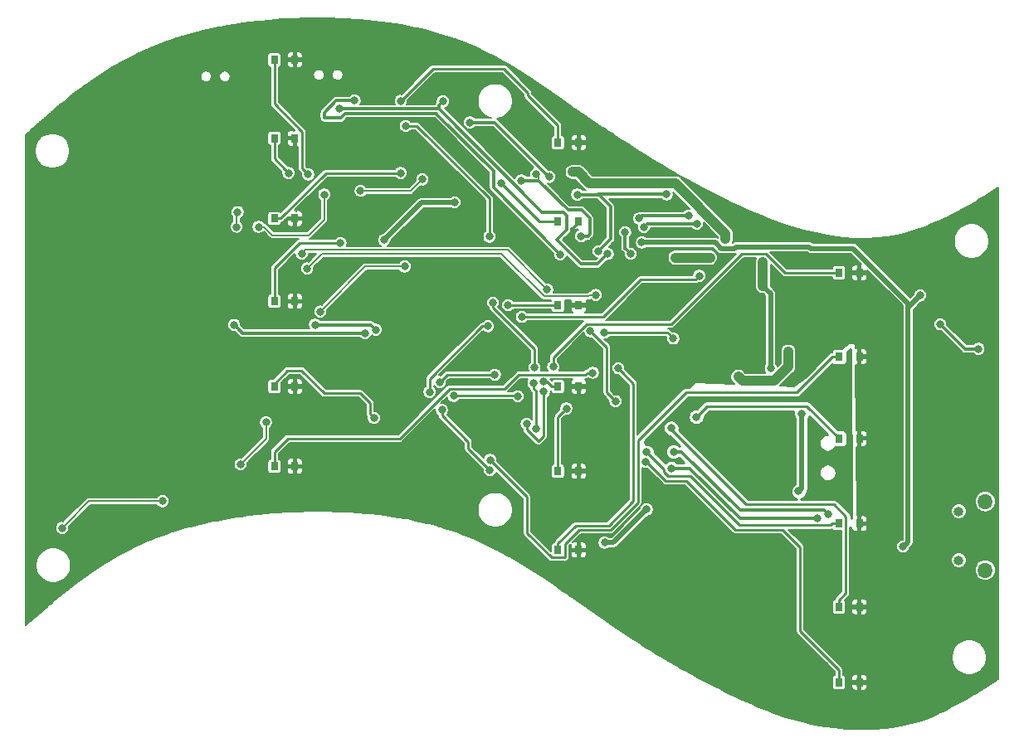
<source format=gtl>
G04 #@! TF.GenerationSoftware,KiCad,Pcbnew,(5.0.0-rc3-dev-5-g0013e0cad)*
G04 #@! TF.CreationDate,2018-07-11T14:46:06+01:00*
G04 #@! TF.ProjectId,Pride Badge,50726964652042616467652E6B696361,rev?*
G04 #@! TF.SameCoordinates,Original*
G04 #@! TF.FileFunction,Copper,L1,Top,Signal*
G04 #@! TF.FilePolarity,Positive*
%FSLAX46Y46*%
G04 Gerber Fmt 4.6, Leading zero omitted, Abs format (unit mm)*
G04 Created by KiCad (PCBNEW (5.0.0-rc3-dev-5-g0013e0cad)) date 07/11/18 14:46:06*
%MOMM*%
%LPD*%
G01*
G04 APERTURE LIST*
G04 #@! TA.AperFunction,ComponentPad*
%ADD10O,1.000000X1.000000*%
G04 #@! TD*
G04 #@! TA.AperFunction,ComponentPad*
%ADD11O,1.550000X1.550000*%
G04 #@! TD*
G04 #@! TA.AperFunction,SMDPad,CuDef*
%ADD12R,0.800000X0.900000*%
G04 #@! TD*
G04 #@! TA.AperFunction,ViaPad*
%ADD13C,0.800000*%
G04 #@! TD*
G04 #@! TA.AperFunction,Conductor*
%ADD14C,0.300000*%
G04 #@! TD*
G04 #@! TA.AperFunction,Conductor*
%ADD15C,0.500000*%
G04 #@! TD*
G04 #@! TA.AperFunction,Conductor*
%ADD16C,0.160000*%
G04 #@! TD*
G04 #@! TA.AperFunction,Conductor*
%ADD17C,1.000000*%
G04 #@! TD*
G04 #@! TA.AperFunction,Conductor*
%ADD18C,0.250000*%
G04 #@! TD*
G04 #@! TA.AperFunction,Conductor*
%ADD19C,0.200000*%
G04 #@! TD*
G04 #@! TA.AperFunction,Conductor*
%ADD20C,0.254000*%
G04 #@! TD*
G04 APERTURE END LIST*
D10*
G04 #@! TO.P,J1,6*
G04 #@! TO.N,GND*
X158387460Y-102199100D03*
X158387460Y-107199100D03*
D11*
X161087460Y-101199100D03*
X161087460Y-108199100D03*
G04 #@! TD*
D12*
G04 #@! TO.P,DA1,1*
G04 #@! TO.N,Net-(DA1-Pad1)*
X88550000Y-56100000D03*
G04 #@! TO.P,DA1,2*
G04 #@! TO.N,+5V*
X90650000Y-56100000D03*
G04 #@! TD*
G04 #@! TO.P,DA2,2*
G04 #@! TO.N,+5V*
X119600000Y-64550000D03*
G04 #@! TO.P,DA2,1*
G04 #@! TO.N,Net-(DA2-Pad1)*
X117500000Y-64550000D03*
G04 #@! TD*
G04 #@! TO.P,DA3,1*
G04 #@! TO.N,Net-(DA3-Pad1)*
X146150000Y-77850000D03*
G04 #@! TO.P,DA3,2*
G04 #@! TO.N,+5V*
X148250000Y-77850000D03*
G04 #@! TD*
G04 #@! TO.P,DB1,2*
G04 #@! TO.N,+5V*
X90650000Y-64100000D03*
G04 #@! TO.P,DB1,1*
G04 #@! TO.N,Net-(DB1-Pad1)*
X88550000Y-64100000D03*
G04 #@! TD*
G04 #@! TO.P,DB2,2*
G04 #@! TO.N,+5V*
X119600000Y-72600000D03*
G04 #@! TO.P,DB2,1*
G04 #@! TO.N,Net-(DB2-Pad1)*
X117500000Y-72600000D03*
G04 #@! TD*
G04 #@! TO.P,DB3,2*
G04 #@! TO.N,+5V*
X148250000Y-86400000D03*
G04 #@! TO.P,DB3,1*
G04 #@! TO.N,Net-(DB3-Pad1)*
X146150000Y-86400000D03*
G04 #@! TD*
G04 #@! TO.P,DC1,1*
G04 #@! TO.N,Net-(DC1-Pad1)*
X88550000Y-72300000D03*
G04 #@! TO.P,DC1,2*
G04 #@! TO.N,+5V*
X90650000Y-72300000D03*
G04 #@! TD*
G04 #@! TO.P,DC2,2*
G04 #@! TO.N,+5V*
X119600000Y-81150000D03*
G04 #@! TO.P,DC2,1*
G04 #@! TO.N,Net-(DC2-Pad1)*
X117500000Y-81150000D03*
G04 #@! TD*
G04 #@! TO.P,DC3,1*
G04 #@! TO.N,Net-(DC3-Pad1)*
X146150000Y-94750000D03*
G04 #@! TO.P,DC3,2*
G04 #@! TO.N,+5V*
X148250000Y-94750000D03*
G04 #@! TD*
G04 #@! TO.P,DD1,2*
G04 #@! TO.N,+5V*
X90650000Y-80750000D03*
G04 #@! TO.P,DD1,1*
G04 #@! TO.N,Net-(DD1-Pad1)*
X88550000Y-80750000D03*
G04 #@! TD*
G04 #@! TO.P,DD2,1*
G04 #@! TO.N,Net-(DD2-Pad1)*
X117500000Y-89450000D03*
G04 #@! TO.P,DD2,2*
G04 #@! TO.N,+5V*
X119600000Y-89450000D03*
G04 #@! TD*
G04 #@! TO.P,DD3,2*
G04 #@! TO.N,+5V*
X148250000Y-103450000D03*
G04 #@! TO.P,DD3,1*
G04 #@! TO.N,Net-(DD3-Pad1)*
X146150000Y-103450000D03*
G04 #@! TD*
G04 #@! TO.P,DE1,1*
G04 #@! TO.N,Net-(DE1-Pad1)*
X88550000Y-89450000D03*
G04 #@! TO.P,DE1,2*
G04 #@! TO.N,+5V*
X90650000Y-89450000D03*
G04 #@! TD*
G04 #@! TO.P,DE2,2*
G04 #@! TO.N,+5V*
X119600000Y-98100000D03*
G04 #@! TO.P,DE2,1*
G04 #@! TO.N,Net-(DE2-Pad1)*
X117500000Y-98100000D03*
G04 #@! TD*
G04 #@! TO.P,DE3,1*
G04 #@! TO.N,Net-(DE3-Pad1)*
X146150000Y-111950000D03*
G04 #@! TO.P,DE3,2*
G04 #@! TO.N,+5V*
X148250000Y-111950000D03*
G04 #@! TD*
G04 #@! TO.P,DF1,2*
G04 #@! TO.N,+5V*
X90650000Y-97600000D03*
G04 #@! TO.P,DF1,1*
G04 #@! TO.N,Net-(DF1-Pad1)*
X88550000Y-97600000D03*
G04 #@! TD*
G04 #@! TO.P,DF2,1*
G04 #@! TO.N,Net-(DF2-Pad1)*
X117500000Y-106150000D03*
G04 #@! TO.P,DF2,2*
G04 #@! TO.N,+5V*
X119600000Y-106150000D03*
G04 #@! TD*
G04 #@! TO.P,DF3,1*
G04 #@! TO.N,Net-(DF3-Pad1)*
X146150000Y-119650000D03*
G04 #@! TO.P,DF3,2*
G04 #@! TO.N,+5V*
X148250000Y-119650000D03*
G04 #@! TD*
D13*
G04 #@! TO.N,GND*
X138850000Y-96300000D03*
X138000000Y-96300000D03*
X137150000Y-96300000D03*
X136300000Y-96300000D03*
X136300000Y-95450000D03*
X137150000Y-95450000D03*
X138000000Y-95450000D03*
X138850000Y-95450000D03*
X138850000Y-94600000D03*
X138000000Y-94600000D03*
X137150000Y-94600000D03*
X136300000Y-94600000D03*
X119850000Y-74100002D03*
X122250000Y-105400000D03*
X126550000Y-102000000D03*
X99750000Y-74500000D03*
X106950000Y-70650000D03*
X115269669Y-67780331D03*
X113745057Y-68405703D03*
G04 #@! TO.N,Net-(C2-Pad1)*
X142350000Y-92200000D03*
X142050000Y-100150002D03*
G04 #@! TO.N,+5V*
X138100000Y-118050000D03*
X144600000Y-118000000D03*
X123900000Y-101350000D03*
X90000000Y-95750001D03*
X85800000Y-82400000D03*
X86800000Y-90400000D03*
X91950002Y-97150000D03*
X117650000Y-69000000D03*
X124850000Y-71100000D03*
X124000000Y-90000000D03*
X148701048Y-75248952D03*
X116350000Y-101650000D03*
X123900000Y-79400000D03*
G04 #@! TO.N,+3V3*
X152700000Y-105800000D03*
X126050000Y-74750002D03*
X117703146Y-75953087D03*
X154450000Y-80150000D03*
X96750000Y-60250000D03*
G04 #@! TO.N,/Sheet_MCU-LED-Driver/RESET*
X128577818Y-69822182D03*
X121612992Y-75650000D03*
X156500000Y-83110000D03*
X108500000Y-62500000D03*
X119450000Y-69850000D03*
X116600000Y-68050000D03*
X160400000Y-85600000D03*
G04 #@! TO.N,Net-(DA1-Pad1)*
X92000000Y-67800000D03*
G04 #@! TO.N,Net-(DA2-Pad1)*
X101450000Y-60300000D03*
X101950000Y-62850000D03*
X110500000Y-74150000D03*
X110850000Y-80900000D03*
X115100000Y-87524999D03*
X114987347Y-89087347D03*
X115300000Y-93800000D03*
G04 #@! TO.N,Net-(DA3-Pad1)*
X117000000Y-87454503D03*
X114300000Y-93250000D03*
X116049745Y-89974935D03*
G04 #@! TO.N,Net-(DB1-Pad1)*
X90000000Y-67650010D03*
G04 #@! TO.N,Net-(DB2-Pad1)*
X111700000Y-68700000D03*
X104400000Y-90000000D03*
X105650000Y-91850000D03*
X110550000Y-98000000D03*
X110350000Y-83300000D03*
G04 #@! TO.N,Net-(DB3-Pad1)*
X110564314Y-96960381D03*
G04 #@! TO.N,Net-(DC1-Pad1)*
X101450000Y-67650010D03*
G04 #@! TO.N,Net-(DC2-Pad1)*
X112400000Y-81150000D03*
G04 #@! TO.N,Net-(DC3-Pad1)*
X113800000Y-82350000D03*
X131600000Y-92550000D03*
X131900000Y-78150000D03*
G04 #@! TO.N,Net-(DD1-Pad1)*
X105450000Y-89000000D03*
X95305331Y-74794669D03*
X111050000Y-88250000D03*
G04 #@! TO.N,Net-(DD2-Pad1)*
X116000000Y-88974999D03*
G04 #@! TO.N,Net-(DD3-Pad1)*
X126561007Y-96164316D03*
X120800000Y-83800000D03*
X123350000Y-90950000D03*
G04 #@! TO.N,Net-(DE1-Pad1)*
X106850000Y-90400000D03*
X98723450Y-92673450D03*
X113400000Y-90450000D03*
G04 #@! TO.N,Net-(DE2-Pad1)*
X118350000Y-91700000D03*
G04 #@! TO.N,Net-(DE3-Pad1)*
X129037662Y-93687662D03*
X122237745Y-83912425D03*
X129250000Y-84550000D03*
G04 #@! TO.N,Net-(DF1-Pad1)*
X121050000Y-88050000D03*
G04 #@! TO.N,Net-(DF2-Pad1)*
X123650000Y-87600000D03*
G04 #@! TO.N,Net-(DF3-Pad1)*
X126399798Y-97151238D03*
G04 #@! TO.N,+BATT*
X129500000Y-76300000D03*
X141000000Y-85900000D03*
X135900000Y-88450000D03*
X133000000Y-76300000D03*
G04 #@! TO.N,/Sheet_MCU-LED-Driver/SWCLK*
X131647175Y-72852825D03*
X126257028Y-73161944D03*
G04 #@! TO.N,/Sheet_MCU-LED-Driver/SWDIO*
X130795757Y-72001408D03*
X125750000Y-72300000D03*
G04 #@! TO.N,Net-(R16-Pad2)*
X97800000Y-84000000D03*
X84450010Y-83150010D03*
G04 #@! TO.N,Net-(R19-Pad2)*
X85100000Y-97400000D03*
X77150000Y-101150000D03*
X87700000Y-93100004D03*
X66900000Y-103900000D03*
G04 #@! TO.N,Net-(R20-Pad2)*
X98900000Y-83650000D03*
X92700000Y-83150000D03*
G04 #@! TO.N,Net-(R25-Pad2)*
X101850000Y-77200002D03*
X93250000Y-81800002D03*
G04 #@! TO.N,Net-(SW2-Pad1)*
X121350000Y-80100000D03*
X91900000Y-77400000D03*
G04 #@! TO.N,Net-(SW3-Pad1)*
X116400000Y-79550000D03*
X91350000Y-75900000D03*
G04 #@! TO.N,USBDP*
X143950000Y-102900000D03*
X124900000Y-75905581D03*
X124345225Y-73705559D03*
X129050000Y-97800000D03*
G04 #@! TO.N,USBDM*
X145050000Y-102500000D03*
X129279643Y-96092488D03*
G04 #@! TO.N,-BATT*
X138400000Y-79200000D03*
X139200000Y-87600000D03*
X138400000Y-76750000D03*
X134600000Y-74400000D03*
X84700000Y-73150000D03*
X84800000Y-71650000D03*
X119000000Y-67550000D03*
G04 #@! TO.N,Net-(D9-Pad2)*
X97350000Y-69475000D03*
X93650000Y-69850000D03*
X86950000Y-73150000D03*
X103650000Y-68300000D03*
G04 #@! TO.N,Net-(R29-Pad1)*
X122579195Y-75907789D03*
X95150000Y-61100000D03*
X105750000Y-60350000D03*
G04 #@! TD*
D14*
G04 #@! TO.N,GND*
X118537124Y-71450000D02*
X118650000Y-71450000D01*
D15*
X122250000Y-105400000D02*
X123150000Y-105400000D01*
X123150000Y-105400000D02*
X126550000Y-102000000D01*
X99750000Y-74500000D02*
X103600000Y-70650000D01*
X103600000Y-70650000D02*
X106950000Y-70650000D01*
D14*
X118537124Y-71450000D02*
X115492827Y-68405703D01*
D16*
X115492827Y-68405703D02*
X115492827Y-68003489D01*
X115492827Y-68003489D02*
X115269669Y-67780331D01*
D14*
X120549998Y-74100002D02*
X119850000Y-74100002D01*
X120750000Y-73900000D02*
X120549998Y-74100002D01*
X120750000Y-72269998D02*
X120750000Y-73900000D01*
X119880002Y-71400000D02*
X120750000Y-72269998D01*
X118537124Y-71450000D02*
X118587124Y-71400000D01*
X118587124Y-71400000D02*
X119880002Y-71400000D01*
X114310742Y-68405703D02*
X113745057Y-68405703D01*
X115492827Y-68405703D02*
X114310742Y-68405703D01*
D15*
G04 #@! TO.N,Net-(C2-Pad1)*
X142350000Y-92200000D02*
X142350000Y-99850002D01*
X142350000Y-99850002D02*
X142050000Y-100150002D01*
D17*
G04 #@! TO.N,+5V*
X144550000Y-118050000D02*
X144600000Y-118000000D01*
X138100000Y-118050000D02*
X144550000Y-118050000D01*
D14*
X83700000Y-87300000D02*
X86400001Y-90000001D01*
X83900000Y-82400000D02*
X83700000Y-82600000D01*
X85800000Y-82400000D02*
X83900000Y-82400000D01*
X83700000Y-82600000D02*
X83700000Y-87300000D01*
X86400001Y-90000001D02*
X86800000Y-90400000D01*
X91950002Y-96450002D02*
X91950002Y-97150000D01*
X90000000Y-95750001D02*
X91250001Y-95750001D01*
X91250001Y-95750001D02*
X91950002Y-96450002D01*
D18*
X119600000Y-72600000D02*
X119600000Y-72650000D01*
X120950000Y-74950000D02*
X121225010Y-74674990D01*
X118659317Y-70575002D02*
X117650000Y-69565685D01*
X121225010Y-72073243D02*
X119726769Y-70575002D01*
X118950000Y-73300000D02*
X118950000Y-74600000D01*
X117650000Y-69565685D02*
X117650000Y-69000000D01*
X118950000Y-74600000D02*
X119300000Y-74950000D01*
X121225010Y-74674990D02*
X121225010Y-72073243D01*
X119726769Y-70575002D02*
X118659317Y-70575002D01*
X119600000Y-72650000D02*
X118950000Y-73300000D01*
X119300000Y-74950000D02*
X120950000Y-74950000D01*
X124000000Y-90565685D02*
X124300000Y-90865685D01*
X124000000Y-90000000D02*
X124000000Y-90565685D01*
X124300000Y-90865685D02*
X124300000Y-91300000D01*
X120250000Y-89450000D02*
X119600000Y-89450000D01*
X122475001Y-91675001D02*
X120250000Y-89450000D01*
X123698001Y-91675001D02*
X122475001Y-91675001D01*
X124073002Y-91300000D02*
X123698001Y-91675001D01*
X124300000Y-91300000D02*
X124073002Y-91300000D01*
D14*
X123900000Y-101350000D02*
X116650000Y-101350000D01*
X116650000Y-101350000D02*
X116350000Y-101650000D01*
D18*
X123500001Y-79799999D02*
X123900000Y-79400000D01*
X119600000Y-81150000D02*
X122150000Y-81150000D01*
X122150000Y-81150000D02*
X123500001Y-79799999D01*
D15*
G04 #@! TO.N,+3V3*
X153250000Y-81350000D02*
X154050001Y-80549999D01*
X154050001Y-80549999D02*
X154450000Y-80150000D01*
X153200000Y-81350000D02*
X153250000Y-81350000D01*
X153200000Y-105350000D02*
X153200000Y-81350000D01*
X152700000Y-105800000D02*
X152750000Y-105800000D01*
X152750000Y-105800000D02*
X153200000Y-105350000D01*
X153200000Y-80950000D02*
X153200000Y-81350000D01*
X143300013Y-75350013D02*
X147600013Y-75350013D01*
X147600013Y-75350013D02*
X153200000Y-80950000D01*
X126050000Y-74750002D02*
X133506482Y-74750002D01*
X134106493Y-75350013D02*
X135499987Y-75350013D01*
X135499987Y-75350013D02*
X135650000Y-75200000D01*
X133506482Y-74750002D02*
X134106493Y-75350013D01*
X135650000Y-75200000D02*
X143150000Y-75200000D01*
X143150000Y-75200000D02*
X143300013Y-75350013D01*
D14*
X117303147Y-75553088D02*
X117703146Y-75953087D01*
X110900000Y-67400000D02*
X110900000Y-69149941D01*
X105132888Y-61632888D02*
X110900000Y-67400000D01*
X110900000Y-69149941D02*
X117303147Y-75553088D01*
X105132888Y-61600010D02*
X105132888Y-61632888D01*
X94889998Y-60250000D02*
X93650000Y-61489998D01*
X96750000Y-60250000D02*
X94889998Y-60250000D01*
X93650000Y-61489998D02*
X93650000Y-62050000D01*
X93650000Y-62050000D02*
X95350000Y-62050000D01*
X95350000Y-62050000D02*
X95799990Y-61600010D01*
X95799990Y-61600010D02*
X105132888Y-61600010D01*
G04 #@! TO.N,/Sheet_MCU-LED-Driver/RESET*
X128577818Y-69822182D02*
X121600000Y-69822182D01*
X122850000Y-71072182D02*
X121600000Y-69822182D01*
X121612992Y-75650000D02*
X122850000Y-74412992D01*
X122850000Y-74412992D02*
X122850000Y-71072182D01*
X121600000Y-69822182D02*
X121572182Y-69850000D01*
X121572182Y-69850000D02*
X120015685Y-69850000D01*
X120015685Y-69850000D02*
X119450000Y-69850000D01*
X108500000Y-62500000D02*
X111050000Y-62500000D01*
X116200001Y-67650001D02*
X116600000Y-68050000D01*
X111050000Y-62500000D02*
X116200001Y-67650001D01*
X159834315Y-85600000D02*
X160400000Y-85600000D01*
X158990000Y-85600000D02*
X159834315Y-85600000D01*
X156500000Y-83110000D02*
X158990000Y-85600000D01*
D18*
G04 #@! TO.N,Net-(DA1-Pad1)*
X88550000Y-60600000D02*
X88550000Y-56100000D01*
X91375001Y-63425001D02*
X88550000Y-60600000D01*
X92000000Y-67800000D02*
X91375001Y-67175001D01*
X91375001Y-67175001D02*
X91375001Y-63425001D01*
G04 #@! TO.N,Net-(DA2-Pad1)*
X117500000Y-62814998D02*
X114400000Y-59714998D01*
X117500000Y-64550000D02*
X117500000Y-62814998D01*
X114400000Y-59714998D02*
X114400000Y-59450000D01*
X114400000Y-59450000D02*
X111950000Y-57000000D01*
X111950000Y-57000000D02*
X104750000Y-57000000D01*
X104750000Y-57000000D02*
X101450000Y-60300000D01*
X115300000Y-89965685D02*
X115300000Y-93800000D01*
X114987347Y-89087347D02*
X114987347Y-89653032D01*
X114987347Y-89653032D02*
X115300000Y-89965685D01*
X115100000Y-85650000D02*
X115100000Y-87524999D01*
X110850000Y-80900000D02*
X110850000Y-81400000D01*
X110850000Y-81400000D02*
X115100000Y-85650000D01*
X110500000Y-70250000D02*
X110500000Y-74150000D01*
X101950000Y-62850000D02*
X103100000Y-62850000D01*
X103100000Y-62850000D02*
X110500000Y-70250000D01*
G04 #@! TO.N,Net-(DA3-Pad1)*
X140666740Y-77850000D02*
X138741730Y-75924990D01*
X138741730Y-75924990D02*
X136225010Y-75924990D01*
X129075001Y-83074999D02*
X120401999Y-83074999D01*
X120401999Y-83074999D02*
X117000000Y-86476998D01*
X117000000Y-86888818D02*
X117000000Y-87454503D01*
X136225010Y-75924990D02*
X129075001Y-83074999D01*
X117000000Y-86476998D02*
X117000000Y-86888818D01*
X146150000Y-77850000D02*
X140666740Y-77850000D01*
X114300000Y-93873002D02*
X115484487Y-95057489D01*
X115484487Y-95057489D02*
X116049745Y-94492231D01*
X116049745Y-94492231D02*
X116049745Y-89974935D01*
X114300000Y-93250000D02*
X114300000Y-93873002D01*
G04 #@! TO.N,Net-(DB1-Pad1)*
X89600001Y-67250011D02*
X90000000Y-67650010D01*
X88550000Y-64100000D02*
X88550000Y-66200010D01*
X88550000Y-66200010D02*
X89600001Y-67250011D01*
G04 #@! TO.N,Net-(DB2-Pad1)*
X105650000Y-92415685D02*
X108350000Y-95115685D01*
X105650000Y-91850000D02*
X105650000Y-92415685D01*
X108350000Y-95115685D02*
X108350000Y-95800000D01*
X108350000Y-95800000D02*
X110550000Y-98000000D01*
X117500000Y-72600000D02*
X115600000Y-72600000D01*
X115600000Y-72600000D02*
X111700000Y-68700000D01*
X104400000Y-88684315D02*
X109784315Y-83300000D01*
X109784315Y-83300000D02*
X110350000Y-83300000D01*
X104400000Y-90000000D02*
X104400000Y-88684315D01*
G04 #@! TO.N,Net-(DB3-Pad1)*
X110964313Y-97360380D02*
X110564314Y-96960381D01*
X114350000Y-100746067D02*
X110964313Y-97360380D01*
X114350000Y-104435002D02*
X114350000Y-100746067D01*
X118160001Y-106925001D02*
X116839999Y-106925001D01*
X118225001Y-106860001D02*
X118160001Y-106925001D01*
X118225001Y-105524999D02*
X118225001Y-106860001D01*
X122859412Y-104100000D02*
X119650000Y-104100000D01*
X145500000Y-86400000D02*
X141875002Y-90024998D01*
X146150000Y-86400000D02*
X145500000Y-86400000D01*
X116839999Y-106925001D02*
X114350000Y-104435002D01*
X141875002Y-90024998D02*
X130575002Y-90024998D01*
X119650000Y-104100000D02*
X118225001Y-105524999D01*
X125650009Y-94949991D02*
X125650009Y-101309403D01*
X130575002Y-90024998D02*
X125650009Y-94949991D01*
X125650009Y-101309403D02*
X122859412Y-104100000D01*
G04 #@! TO.N,Net-(DC1-Pad1)*
X100884315Y-67650010D02*
X101450000Y-67650010D01*
X93849990Y-67650010D02*
X100884315Y-67650010D01*
X88550000Y-72300000D02*
X89200000Y-72300000D01*
X89200000Y-72300000D02*
X93849990Y-67650010D01*
G04 #@! TO.N,Net-(DC2-Pad1)*
X117500000Y-81150000D02*
X112400000Y-81150000D01*
G04 #@! TO.N,Net-(DC3-Pad1)*
X132699999Y-91450001D02*
X131999999Y-92150001D01*
X142900001Y-91450001D02*
X132699999Y-91450001D01*
X146150000Y-94700000D02*
X142900001Y-91450001D01*
X146150000Y-94750000D02*
X146150000Y-94700000D01*
X131999999Y-92150001D02*
X131600000Y-92550000D01*
X131500001Y-78549999D02*
X131900000Y-78150000D01*
X125900001Y-78549999D02*
X131500001Y-78549999D01*
X113800000Y-82350000D02*
X122100000Y-82350000D01*
X122100000Y-82350000D02*
X125900001Y-78549999D01*
G04 #@! TO.N,Net-(DD1-Pad1)*
X88550000Y-77376998D02*
X88550000Y-80050000D01*
X91132329Y-74794669D02*
X88550000Y-77376998D01*
X88550000Y-80050000D02*
X88550000Y-80750000D01*
X95305331Y-74794669D02*
X91132329Y-74794669D01*
X106200000Y-88250000D02*
X110484315Y-88250000D01*
X110484315Y-88250000D02*
X111050000Y-88250000D01*
X105450000Y-89000000D02*
X106200000Y-88250000D01*
G04 #@! TO.N,Net-(DD2-Pad1)*
X116374999Y-88974999D02*
X116000000Y-88974999D01*
X116850000Y-89450000D02*
X116374999Y-88974999D01*
X117500000Y-89450000D02*
X116850000Y-89450000D01*
G04 #@! TO.N,Net-(DD3-Pad1)*
X122950001Y-90550001D02*
X123350000Y-90950000D01*
X122475001Y-85475001D02*
X122475001Y-90075001D01*
X122475001Y-90075001D02*
X122950001Y-90550001D01*
X120800000Y-83800000D02*
X122475001Y-85475001D01*
X128324996Y-97928305D02*
X126961006Y-96564315D01*
X126961006Y-96564315D02*
X126561007Y-96164316D01*
X136025008Y-103625008D02*
X131025002Y-98625002D01*
X145324992Y-103625008D02*
X136025008Y-103625008D01*
X131025002Y-98625002D02*
X128751998Y-98625002D01*
X128751998Y-98625002D02*
X128324996Y-98198002D01*
X146150000Y-103450000D02*
X145500000Y-103450000D01*
X128324996Y-98198002D02*
X128324996Y-97928305D01*
X145500000Y-103450000D02*
X145324992Y-103625008D01*
G04 #@! TO.N,Net-(DE1-Pad1)*
X88550000Y-89150000D02*
X88550000Y-89450000D01*
X89900000Y-87800000D02*
X88550000Y-89150000D01*
X98723450Y-92673450D02*
X98323451Y-92273451D01*
X98323451Y-92273451D02*
X98323451Y-91123451D01*
X98323451Y-91123451D02*
X97350000Y-90150000D01*
X97350000Y-90150000D02*
X93650000Y-90150000D01*
X93650000Y-90150000D02*
X91300000Y-87800000D01*
X91300000Y-87800000D02*
X89900000Y-87800000D01*
X106850000Y-90400000D02*
X113350000Y-90400000D01*
X113350000Y-90400000D02*
X113400000Y-90450000D01*
G04 #@! TO.N,Net-(DE2-Pad1)*
X117950001Y-92099999D02*
X118350000Y-91700000D01*
X117500000Y-98100000D02*
X117500000Y-92550000D01*
X117500000Y-92550000D02*
X117950001Y-92099999D01*
G04 #@! TO.N,Net-(DE3-Pad1)*
X146150000Y-111950000D02*
X146150000Y-111900000D01*
X145635012Y-101500010D02*
X136700010Y-101500010D01*
X146875001Y-102739999D02*
X145635012Y-101500010D01*
X146875001Y-110524999D02*
X146875001Y-102739999D01*
X146150000Y-111950000D02*
X146150000Y-111250000D01*
X146150000Y-111250000D02*
X146875001Y-110524999D01*
X136700010Y-101500010D02*
X129037662Y-93837662D01*
X129037662Y-93837662D02*
X129037662Y-93687662D01*
X122237745Y-83912425D02*
X128612425Y-83912425D01*
X128612425Y-83912425D02*
X128850001Y-84150001D01*
X128850001Y-84150001D02*
X129250000Y-84550000D01*
G04 #@! TO.N,Net-(DF1-Pad1)*
X120484315Y-88050000D02*
X121050000Y-88050000D01*
X120284316Y-88249999D02*
X120484315Y-88050000D01*
X113500001Y-88249999D02*
X120284316Y-88249999D01*
X88550000Y-96126999D02*
X89926999Y-94750000D01*
X88550000Y-97600000D02*
X88550000Y-96126999D01*
X89926999Y-94750000D02*
X101350000Y-94750000D01*
X101350000Y-94750000D02*
X106425001Y-89674999D01*
X106425001Y-89674999D02*
X112075001Y-89674999D01*
X112075001Y-89674999D02*
X113500001Y-88249999D01*
G04 #@! TO.N,Net-(DF2-Pad1)*
X117500000Y-105450000D02*
X119300000Y-103650000D01*
X117500000Y-106150000D02*
X117500000Y-105450000D01*
X119300000Y-103650000D02*
X122673002Y-103650000D01*
X122673002Y-103650000D02*
X125200000Y-101123002D01*
X124049999Y-87999999D02*
X123650000Y-87600000D01*
X125200000Y-101123002D02*
X125200000Y-89150000D01*
X125200000Y-89150000D02*
X124049999Y-87999999D01*
G04 #@! TO.N,Net-(DF3-Pad1)*
X128500000Y-99100000D02*
X126551238Y-97151238D01*
X130600000Y-99100000D02*
X128500000Y-99100000D01*
X126551238Y-97151238D02*
X126399798Y-97151238D01*
X146150000Y-118383260D02*
X142200000Y-114433260D01*
X142200000Y-114433260D02*
X142200000Y-105850000D01*
X142200000Y-105850000D02*
X140425018Y-104075018D01*
X140425018Y-104075018D02*
X135575018Y-104075018D01*
X146150000Y-119650000D02*
X146150000Y-118383260D01*
X135575018Y-104075018D02*
X130600000Y-99100000D01*
D17*
G04 #@! TO.N,+BATT*
X141000000Y-87428002D02*
X139578003Y-88849999D01*
X136299999Y-88849999D02*
X135900000Y-88450000D01*
X141000000Y-85900000D02*
X141000000Y-87428002D01*
X139578003Y-88849999D02*
X136299999Y-88849999D01*
X129500000Y-76300000D02*
X133000000Y-76300000D01*
D14*
G04 #@! TO.N,/Sheet_MCU-LED-Driver/SWCLK*
X131647175Y-72852825D02*
X126566147Y-72852825D01*
X126566147Y-72852825D02*
X126257028Y-73161944D01*
G04 #@! TO.N,/Sheet_MCU-LED-Driver/SWDIO*
X126048592Y-72001408D02*
X125750000Y-72300000D01*
X130795757Y-72001408D02*
X126048592Y-72001408D01*
G04 #@! TO.N,Net-(R16-Pad2)*
X85300000Y-84000000D02*
X84850009Y-83550009D01*
X84850009Y-83550009D02*
X84450010Y-83150010D01*
X97800000Y-84000000D02*
X85300000Y-84000000D01*
D19*
G04 #@! TO.N,Net-(R19-Pad2)*
X87700000Y-94800000D02*
X87700000Y-93665689D01*
X87700000Y-93665689D02*
X87700000Y-93100004D01*
X85100000Y-97400000D02*
X87700000Y-94800000D01*
X77150000Y-101150000D02*
X69650000Y-101150000D01*
X67299999Y-103500001D02*
X66900000Y-103900000D01*
X69650000Y-101150000D02*
X67299999Y-103500001D01*
D14*
G04 #@! TO.N,Net-(R20-Pad2)*
X98900000Y-83650000D02*
X98400000Y-83150000D01*
X98400000Y-83150000D02*
X92700000Y-83150000D01*
D19*
G04 #@! TO.N,Net-(R25-Pad2)*
X101850000Y-77200002D02*
X97850000Y-77200002D01*
X97850000Y-77200002D02*
X93649999Y-81400003D01*
X93649999Y-81400003D02*
X93250000Y-81800002D01*
G04 #@! TO.N,Net-(SW2-Pad1)*
X92299999Y-77000001D02*
X91900000Y-77400000D01*
X93400000Y-75900000D02*
X92299999Y-77000001D01*
X116063999Y-80250001D02*
X111713998Y-75900000D01*
X120634314Y-80250001D02*
X116063999Y-80250001D01*
X111713998Y-75900000D02*
X93400000Y-75900000D01*
X121350000Y-80100000D02*
X120784315Y-80100000D01*
X120784315Y-80100000D02*
X120634314Y-80250001D01*
G04 #@! TO.N,Net-(SW3-Pad1)*
X91750011Y-75499989D02*
X91749999Y-75500001D01*
X91749999Y-75500001D02*
X91350000Y-75900000D01*
X112349989Y-75499989D02*
X91750011Y-75499989D01*
X116400000Y-79550000D02*
X112349989Y-75499989D01*
D14*
G04 #@! TO.N,USBDP*
X124345225Y-73705559D02*
X124345225Y-75350806D01*
X124500001Y-75505582D02*
X124900000Y-75905581D01*
X124345225Y-75350806D02*
X124500001Y-75505582D01*
X130950000Y-97800000D02*
X129615685Y-97800000D01*
X143950000Y-102900000D02*
X136050000Y-102900000D01*
X129615685Y-97800000D02*
X129050000Y-97800000D01*
X136050000Y-102900000D02*
X130950000Y-97800000D01*
G04 #@! TO.N,USBDM*
X129845328Y-96092488D02*
X129279643Y-96092488D01*
X144650001Y-102100001D02*
X136050001Y-102100001D01*
X145050000Y-102500000D02*
X144650001Y-102100001D01*
X136050001Y-102100001D02*
X130042488Y-96092488D01*
X130042488Y-96092488D02*
X129845328Y-96092488D01*
D15*
G04 #@! TO.N,-BATT*
X138400000Y-79200000D02*
X139200000Y-80000000D01*
X139200000Y-80000000D02*
X139200000Y-87600000D01*
D17*
X138400000Y-76750000D02*
X138400000Y-79200000D01*
D19*
X84700000Y-73150000D02*
X84700000Y-71750000D01*
X84700000Y-71750000D02*
X84800000Y-71650000D01*
D17*
X119565685Y-67550000D02*
X119000000Y-67550000D01*
X120715685Y-68700000D02*
X119565685Y-67550000D01*
X129465685Y-68700000D02*
X120715685Y-68700000D01*
X134600000Y-74400000D02*
X134600000Y-73834315D01*
X134600000Y-73834315D02*
X129465685Y-68700000D01*
D16*
G04 #@! TO.N,Net-(D9-Pad2)*
X87515685Y-73150000D02*
X86950000Y-73150000D01*
X88365685Y-74000000D02*
X87515685Y-73150000D01*
X92050000Y-74000000D02*
X88365685Y-74000000D01*
X93650000Y-69850000D02*
X93650000Y-72400000D01*
X93650000Y-72400000D02*
X92050000Y-74000000D01*
X102475000Y-69475000D02*
X103250001Y-68699999D01*
X103250001Y-68699999D02*
X103650000Y-68300000D01*
X97350000Y-69475000D02*
X102475000Y-69475000D01*
D14*
G04 #@! TO.N,Net-(R29-Pad1)*
X95715685Y-61100000D02*
X95150000Y-61100000D01*
X105339998Y-61100000D02*
X95715685Y-61100000D01*
X105339998Y-61100000D02*
X105339998Y-60760002D01*
X105339998Y-60760002D02*
X105750000Y-60350000D01*
X115889998Y-71650000D02*
X105339998Y-61100000D01*
X118030002Y-71650000D02*
X115889998Y-71650000D01*
X121536984Y-76950000D02*
X119800000Y-76950000D01*
X122579195Y-75907789D02*
X121536984Y-76950000D01*
X119800000Y-76950000D02*
X117350000Y-74500000D01*
X117350000Y-74500000D02*
X118400000Y-73450000D01*
X118400000Y-73450000D02*
X118400000Y-72019998D01*
X118400000Y-72019998D02*
X118030002Y-71650000D01*
G04 #@! TD*
D19*
G04 #@! TO.N,+5V*
G36*
X94030105Y-51871174D02*
X95645012Y-51920426D01*
X97209886Y-52014481D01*
X98720513Y-52152828D01*
X100171967Y-52334915D01*
X101559163Y-52560151D01*
X102880933Y-52828692D01*
X102972971Y-52849172D01*
X102973009Y-52849177D01*
X102973044Y-52849188D01*
X102977207Y-52850083D01*
X103214059Y-52899267D01*
X103218073Y-52899698D01*
X103221958Y-52900799D01*
X103226154Y-52901525D01*
X103384292Y-52927760D01*
X103400520Y-52928843D01*
X103416599Y-52931364D01*
X103420852Y-52931580D01*
X103502292Y-52935150D01*
X103514925Y-52934468D01*
X103524769Y-52935046D01*
X103530240Y-52937853D01*
X103534210Y-52939390D01*
X103611223Y-52968586D01*
X103618015Y-52970427D01*
X103624465Y-52973261D01*
X103628521Y-52974557D01*
X103766212Y-53017506D01*
X103767916Y-53017860D01*
X103769521Y-53018517D01*
X103773608Y-53019711D01*
X103960823Y-53072949D01*
X103961259Y-53073028D01*
X103961669Y-53073188D01*
X103965776Y-53074312D01*
X104190642Y-53134182D01*
X104953232Y-53341023D01*
X106110760Y-53692454D01*
X107232473Y-54078410D01*
X108302935Y-54493351D01*
X109308306Y-54932479D01*
X109587580Y-55064215D01*
X109902893Y-55216482D01*
X110234215Y-55379381D01*
X110565520Y-55544858D01*
X110881431Y-55705170D01*
X111166308Y-55852434D01*
X111403675Y-55978308D01*
X111579352Y-56075615D01*
X111680118Y-56133288D01*
X111680188Y-56133319D01*
X111681810Y-56134249D01*
X111819286Y-56211773D01*
X111819322Y-56211789D01*
X111822433Y-56213523D01*
X111919363Y-56266685D01*
X111923553Y-56268476D01*
X111927393Y-56270935D01*
X111931199Y-56272844D01*
X111971242Y-56292579D01*
X111972645Y-56293107D01*
X111973922Y-56293883D01*
X111977773Y-56295702D01*
X111992047Y-56302321D01*
X112067818Y-56344603D01*
X112204997Y-56424310D01*
X112385187Y-56530801D01*
X112595482Y-56656372D01*
X112824362Y-56794114D01*
X113060462Y-56937208D01*
X113292185Y-57078692D01*
X113507699Y-57211457D01*
X113695595Y-57328638D01*
X113985802Y-57513785D01*
X114378032Y-57769853D01*
X114815126Y-58060399D01*
X115284039Y-58376636D01*
X115771849Y-58709844D01*
X116265197Y-59051003D01*
X116752159Y-59392080D01*
X116865797Y-59472190D01*
X116865809Y-59472197D01*
X116865924Y-59472279D01*
X117133320Y-59660578D01*
X117133327Y-59660582D01*
X117133484Y-59660694D01*
X117396976Y-59845984D01*
X117396989Y-59845991D01*
X117397147Y-59846104D01*
X117640420Y-60016928D01*
X117640436Y-60016937D01*
X117640641Y-60017083D01*
X117847384Y-60161982D01*
X117847408Y-60161995D01*
X117847764Y-60162248D01*
X118001663Y-60269762D01*
X118001669Y-60269765D01*
X118001794Y-60269854D01*
X118105533Y-60342245D01*
X118337677Y-60504892D01*
X118576192Y-60672688D01*
X118783447Y-60819192D01*
X118783499Y-60819221D01*
X118784379Y-60819848D01*
X118832632Y-60853687D01*
X118832698Y-60853724D01*
X118834715Y-60855135D01*
X118978768Y-60954380D01*
X118978827Y-60954413D01*
X118979980Y-60955211D01*
X119182043Y-61092991D01*
X119182085Y-61093014D01*
X119182676Y-61093421D01*
X119434469Y-61264186D01*
X119434496Y-61264201D01*
X119434871Y-61264458D01*
X119728116Y-61462655D01*
X119728133Y-61462664D01*
X119728403Y-61462849D01*
X120054821Y-61682927D01*
X120054838Y-61682936D01*
X120055047Y-61683079D01*
X120406360Y-61919486D01*
X120406369Y-61919491D01*
X120406551Y-61919615D01*
X120774481Y-62166800D01*
X120774499Y-62166810D01*
X120774655Y-62166916D01*
X121150921Y-62419328D01*
X121150935Y-62419335D01*
X121151090Y-62419441D01*
X121527416Y-62671527D01*
X121527427Y-62671533D01*
X121527592Y-62671645D01*
X121895698Y-62917854D01*
X121895718Y-62917865D01*
X121895894Y-62917984D01*
X122247500Y-63152764D01*
X122247510Y-63152769D01*
X122247734Y-63152921D01*
X122574563Y-63370719D01*
X122574583Y-63370730D01*
X122574865Y-63370920D01*
X122868639Y-63566188D01*
X122868667Y-63566203D01*
X122869064Y-63566470D01*
X123121503Y-63733653D01*
X123121539Y-63733672D01*
X123122182Y-63734102D01*
X123325007Y-63867651D01*
X123325076Y-63867687D01*
X123326325Y-63868513D01*
X123471258Y-63962875D01*
X123471317Y-63962906D01*
X123472552Y-63963713D01*
X123584545Y-64035825D01*
X123584551Y-64035828D01*
X123584586Y-64035851D01*
X123797447Y-64172864D01*
X123797450Y-64172866D01*
X123797489Y-64172891D01*
X124003618Y-64305524D01*
X124003629Y-64305530D01*
X124003677Y-64305561D01*
X124170855Y-64413078D01*
X124170858Y-64413080D01*
X124292757Y-64491566D01*
X124292791Y-64491589D01*
X124488537Y-64617890D01*
X124488540Y-64617892D01*
X124703843Y-64757028D01*
X124910943Y-64891071D01*
X124910948Y-64891074D01*
X124932814Y-64905238D01*
X124932846Y-64905255D01*
X124933320Y-64905565D01*
X125384570Y-65196592D01*
X125384628Y-65196622D01*
X125385670Y-65197298D01*
X125826398Y-65478872D01*
X125826460Y-65478903D01*
X125827560Y-65479610D01*
X126278590Y-65764909D01*
X126278644Y-65764936D01*
X126279660Y-65765583D01*
X126761821Y-66067782D01*
X126761874Y-66067808D01*
X126762688Y-66068323D01*
X127296807Y-66400600D01*
X127296848Y-66400620D01*
X127297556Y-66401065D01*
X127325718Y-66418471D01*
X127325783Y-66418503D01*
X127327237Y-66419404D01*
X127487426Y-66517129D01*
X127487496Y-66517163D01*
X127488774Y-66517946D01*
X127696552Y-66643233D01*
X127696599Y-66643255D01*
X127697341Y-66643707D01*
X127939357Y-66788645D01*
X127939395Y-66788663D01*
X127939922Y-66788982D01*
X128202827Y-66945661D01*
X128202861Y-66945677D01*
X128203302Y-66945943D01*
X128473747Y-67106451D01*
X128473776Y-67106464D01*
X128474211Y-67106726D01*
X128738846Y-67263154D01*
X128738879Y-67263169D01*
X128739375Y-67263466D01*
X128984851Y-67407902D01*
X128984897Y-67407923D01*
X128985563Y-67408319D01*
X129198530Y-67532853D01*
X129198590Y-67532880D01*
X129199704Y-67533536D01*
X129366813Y-67630258D01*
X129366867Y-67630283D01*
X129369502Y-67631797D01*
X129477403Y-67692795D01*
X129477438Y-67692811D01*
X129480720Y-67694643D01*
X129484467Y-67696700D01*
X129577803Y-67748426D01*
X129729824Y-67833182D01*
X129925374Y-67942496D01*
X130149643Y-68068092D01*
X130388456Y-68202048D01*
X130388526Y-68202079D01*
X130390338Y-68203095D01*
X131331161Y-68722127D01*
X131331198Y-68722143D01*
X131331223Y-68722160D01*
X131334966Y-68724190D01*
X132312629Y-69245587D01*
X132312646Y-69245594D01*
X132316313Y-69247519D01*
X133303442Y-69756792D01*
X133303454Y-69756797D01*
X133307091Y-69758644D01*
X134292542Y-70250424D01*
X134292558Y-70250430D01*
X134296278Y-70252257D01*
X135268909Y-70721175D01*
X135268972Y-70721198D01*
X135269021Y-70721228D01*
X135272870Y-70723049D01*
X136221537Y-71163733D01*
X136221789Y-71163821D01*
X136222015Y-71163954D01*
X136225892Y-71165714D01*
X137139455Y-71572794D01*
X137140015Y-71572980D01*
X137140527Y-71573269D01*
X137144435Y-71574961D01*
X138011751Y-71943066D01*
X138012796Y-71943393D01*
X138013756Y-71943908D01*
X138017699Y-71945517D01*
X138827622Y-72269277D01*
X138827628Y-72269279D01*
X138831478Y-72270788D01*
X138940960Y-72312838D01*
X138941644Y-72313027D01*
X138942281Y-72313342D01*
X138946274Y-72314823D01*
X140311579Y-72810276D01*
X140315025Y-72811157D01*
X140318264Y-72812614D01*
X140322309Y-72813945D01*
X141644589Y-73238860D01*
X141648616Y-73239732D01*
X141652438Y-73241266D01*
X141656534Y-73242431D01*
X142938553Y-73597308D01*
X142943187Y-73598114D01*
X142947617Y-73599667D01*
X142951760Y-73600648D01*
X144196283Y-73885988D01*
X144201518Y-73886660D01*
X144206577Y-73888162D01*
X144210764Y-73888941D01*
X145420553Y-74105242D01*
X145426375Y-74105704D01*
X145432047Y-74107071D01*
X145436268Y-74107631D01*
X146614088Y-74255394D01*
X146620444Y-74255566D01*
X146626690Y-74256709D01*
X146630935Y-74257034D01*
X147779550Y-74336757D01*
X147786350Y-74336564D01*
X147793100Y-74337395D01*
X147797357Y-74337471D01*
X148919530Y-74349656D01*
X148926659Y-74349035D01*
X148933799Y-74349477D01*
X148938053Y-74349294D01*
X150036549Y-74294440D01*
X150043810Y-74293360D01*
X150051147Y-74293359D01*
X150055382Y-74292914D01*
X151031841Y-74183234D01*
X151039006Y-74181710D01*
X151046315Y-74181256D01*
X151050514Y-74180549D01*
X152047600Y-74005573D01*
X152054467Y-74003662D01*
X152061548Y-74002789D01*
X152065697Y-74001829D01*
X153074555Y-73761012D01*
X153080860Y-73758838D01*
X153087419Y-73757643D01*
X153091505Y-73756447D01*
X154117849Y-73448069D01*
X154123447Y-73445770D01*
X154129334Y-73444369D01*
X154133350Y-73442955D01*
X155182894Y-73065297D01*
X155187715Y-73063009D01*
X155192836Y-73061522D01*
X155196779Y-73059914D01*
X156275235Y-72611257D01*
X156279263Y-72609098D01*
X156283589Y-72607634D01*
X156287457Y-72605856D01*
X157400541Y-72084481D01*
X157401941Y-72083650D01*
X157403459Y-72083094D01*
X157407283Y-72081221D01*
X157709247Y-71930632D01*
X157709270Y-71930618D01*
X157709295Y-71930608D01*
X157713092Y-71928680D01*
X158326463Y-71611885D01*
X158327153Y-71611439D01*
X158327913Y-71611131D01*
X158331672Y-71609131D01*
X158949578Y-71274716D01*
X158950204Y-71274293D01*
X158950894Y-71273999D01*
X158954615Y-71271928D01*
X159587256Y-70913938D01*
X159587712Y-70913618D01*
X159588216Y-70913392D01*
X159591900Y-70911256D01*
X160249479Y-70523736D01*
X160249694Y-70523579D01*
X160249932Y-70523468D01*
X160253581Y-70521275D01*
X160946298Y-70098269D01*
X160946309Y-70098260D01*
X160949787Y-70096106D01*
X161687845Y-69631661D01*
X161687889Y-69631627D01*
X161690715Y-69629833D01*
X162417030Y-69161387D01*
X162418024Y-69253385D01*
X162420853Y-69609191D01*
X162423547Y-70047148D01*
X162426100Y-70566767D01*
X162426100Y-70566849D01*
X162428515Y-71168628D01*
X162428516Y-71168635D01*
X162430789Y-71851933D01*
X162430789Y-71851993D01*
X162432924Y-72617720D01*
X162434919Y-73465750D01*
X162436774Y-74396125D01*
X162436773Y-74396236D01*
X162438490Y-75409333D01*
X162440067Y-76505199D01*
X162441507Y-77683988D01*
X162442807Y-78945861D01*
X162443970Y-80290973D01*
X162444995Y-81719483D01*
X162445882Y-83231550D01*
X162446632Y-84827332D01*
X162447245Y-86506989D01*
X162447722Y-88270622D01*
X162447722Y-88270678D01*
X162448062Y-90118495D01*
X162448062Y-90118559D01*
X162448266Y-92050747D01*
X162448266Y-92050789D01*
X162448334Y-94067529D01*
X162448334Y-119323119D01*
X162374513Y-119366998D01*
X162374217Y-119367216D01*
X162373890Y-119367370D01*
X162370250Y-119369579D01*
X162230711Y-119455636D01*
X162230647Y-119455685D01*
X162228660Y-119456913D01*
X162056560Y-119564942D01*
X162056501Y-119564988D01*
X162054940Y-119565966D01*
X161869895Y-119683747D01*
X161869879Y-119683759D01*
X161869633Y-119683914D01*
X161714936Y-119782601D01*
X161459941Y-119943926D01*
X161196551Y-120109310D01*
X160962325Y-120255104D01*
X160962322Y-120255106D01*
X160782514Y-120366539D01*
X160782495Y-120366554D01*
X160782130Y-120366777D01*
X160557235Y-120506613D01*
X160557216Y-120506627D01*
X160556844Y-120506856D01*
X160346257Y-120638237D01*
X160346226Y-120638261D01*
X160345704Y-120638583D01*
X160178939Y-120743120D01*
X159976185Y-120868995D01*
X159535086Y-121133362D01*
X159053677Y-121411160D01*
X158545596Y-121695122D01*
X158025117Y-121977636D01*
X157506313Y-122251219D01*
X157003465Y-122508295D01*
X156530839Y-122741320D01*
X156103162Y-122942573D01*
X155734805Y-123104594D01*
X155316195Y-123272384D01*
X154290217Y-123624218D01*
X153214490Y-123913721D01*
X152090031Y-124140938D01*
X150920979Y-124304909D01*
X149711336Y-124404733D01*
X148461577Y-124439621D01*
X148368689Y-124439627D01*
X147648339Y-124429615D01*
X146962448Y-124400596D01*
X146290399Y-124350674D01*
X145613048Y-124277881D01*
X144911305Y-124180165D01*
X144166131Y-124055402D01*
X143360280Y-123901762D01*
X143230791Y-123873658D01*
X143012019Y-123821963D01*
X142737529Y-123754066D01*
X142423131Y-123673961D01*
X142084012Y-123585516D01*
X141735693Y-123492695D01*
X141394652Y-123399737D01*
X141094368Y-123311404D01*
X140704484Y-123186069D01*
X140262824Y-123035304D01*
X139784485Y-122864609D01*
X139283845Y-122679285D01*
X138775611Y-122484773D01*
X138274001Y-122286348D01*
X137793585Y-122089436D01*
X137347379Y-121898826D01*
X137341392Y-121896206D01*
X136732192Y-121624192D01*
X136078490Y-121322678D01*
X135390708Y-120996992D01*
X134679968Y-120652776D01*
X133957942Y-120295947D01*
X133235605Y-119932084D01*
X132524262Y-119566934D01*
X131835505Y-119206397D01*
X131180176Y-118855987D01*
X130569895Y-118521636D01*
X130016196Y-118209252D01*
X129528846Y-117923746D01*
X129490704Y-117900946D01*
X129490650Y-117900921D01*
X129489686Y-117900340D01*
X129325086Y-117802813D01*
X129325040Y-117802792D01*
X129324238Y-117802312D01*
X129116165Y-117679932D01*
X129116129Y-117679915D01*
X129115575Y-117679586D01*
X128886702Y-117545662D01*
X128886669Y-117545647D01*
X128886122Y-117545323D01*
X128659122Y-117413167D01*
X128659075Y-117413139D01*
X128484492Y-117311542D01*
X128009388Y-117032222D01*
X127542209Y-116753023D01*
X127077391Y-116470285D01*
X126609337Y-116180326D01*
X126132375Y-115879404D01*
X125641290Y-115564066D01*
X125130499Y-115230622D01*
X124594595Y-114875493D01*
X124028044Y-114495015D01*
X123425815Y-114085863D01*
X122782060Y-113644161D01*
X122091340Y-113166308D01*
X121348803Y-112649110D01*
X120548853Y-112088861D01*
X119685309Y-111481444D01*
X119640167Y-111449661D01*
X119640132Y-111449641D01*
X119639692Y-111449328D01*
X119384502Y-111270383D01*
X119384468Y-111270364D01*
X119383980Y-111270018D01*
X119085212Y-111061444D01*
X119085186Y-111061429D01*
X119084830Y-111061178D01*
X118764244Y-110838099D01*
X118764216Y-110838083D01*
X118763896Y-110837858D01*
X118443256Y-110615401D01*
X118443228Y-110615385D01*
X118442867Y-110615132D01*
X118143930Y-110408419D01*
X118143897Y-110408401D01*
X118143388Y-110408045D01*
X117887918Y-110232203D01*
X117887896Y-110232191D01*
X117887566Y-110231961D01*
X117773478Y-110153669D01*
X117773417Y-110153626D01*
X117569946Y-110013915D01*
X117569904Y-110013886D01*
X117349210Y-109862277D01*
X117349204Y-109862274D01*
X117142591Y-109720269D01*
X117142534Y-109720237D01*
X117141356Y-109719424D01*
X116521244Y-109297685D01*
X116520840Y-109297465D01*
X116520487Y-109297172D01*
X116516942Y-109294813D01*
X115151874Y-108399901D01*
X115150364Y-108399110D01*
X115149029Y-108398059D01*
X115145426Y-108395789D01*
X113814127Y-107569982D01*
X113812302Y-107569084D01*
X113810675Y-107567873D01*
X113807012Y-107565701D01*
X112510831Y-106809744D01*
X112508638Y-106808737D01*
X112506661Y-106807356D01*
X112502935Y-106805295D01*
X111243226Y-106119937D01*
X111240592Y-106118822D01*
X111238202Y-106117265D01*
X111234411Y-106115326D01*
X110012522Y-105501314D01*
X110009373Y-105500100D01*
X110006482Y-105498362D01*
X110002624Y-105496561D01*
X108819908Y-104954640D01*
X108816146Y-104953343D01*
X108812655Y-104951430D01*
X108808727Y-104949785D01*
X107666535Y-104480705D01*
X107665135Y-104480284D01*
X107663835Y-104479611D01*
X107659870Y-104478059D01*
X107640181Y-104470509D01*
X107640161Y-104470504D01*
X107636504Y-104469126D01*
X107432782Y-104394001D01*
X107432764Y-104393996D01*
X107429019Y-104392641D01*
X107169016Y-104300618D01*
X107168937Y-104300598D01*
X107166717Y-104299815D01*
X106869851Y-104197406D01*
X106869783Y-104197390D01*
X106868088Y-104196803D01*
X106553782Y-104090522D01*
X106553705Y-104090504D01*
X106552139Y-104089972D01*
X106239811Y-103986332D01*
X106239735Y-103986315D01*
X106237965Y-103985726D01*
X105947035Y-103891240D01*
X105946959Y-103891223D01*
X105944497Y-103890428D01*
X105694384Y-103811607D01*
X105694166Y-103811561D01*
X105693968Y-103811477D01*
X105689896Y-103810231D01*
X105500021Y-103753590D01*
X105499954Y-103753577D01*
X105497140Y-103752746D01*
X105380430Y-103719177D01*
X105240275Y-103677491D01*
X105144519Y-103647370D01*
X105144466Y-103647359D01*
X105141267Y-103646367D01*
X105060589Y-103621974D01*
X105058795Y-103621618D01*
X105057107Y-103620945D01*
X105053009Y-103619789D01*
X104912411Y-103581220D01*
X104912108Y-103581168D01*
X104911827Y-103581061D01*
X104907711Y-103579971D01*
X104747987Y-103538882D01*
X104747905Y-103538869D01*
X104745906Y-103538355D01*
X104614922Y-103505641D01*
X104412943Y-103454763D01*
X104239218Y-103410554D01*
X104239180Y-103410548D01*
X104238714Y-103410427D01*
X104114065Y-103378933D01*
X104114003Y-103378924D01*
X104111167Y-103378216D01*
X103764308Y-103294181D01*
X103764251Y-103294173D01*
X103761289Y-103293465D01*
X103381574Y-103205549D01*
X103381500Y-103205539D01*
X103378854Y-103204933D01*
X103002004Y-103121305D01*
X103001950Y-103121298D01*
X102998724Y-103120596D01*
X102660463Y-103049427D01*
X102660406Y-103049421D01*
X102657344Y-103048787D01*
X102521458Y-103021675D01*
X102521388Y-103021668D01*
X102518466Y-103021094D01*
X102108078Y-102943470D01*
X102108042Y-102943467D01*
X102104486Y-102942813D01*
X101662799Y-102864734D01*
X101662732Y-102864729D01*
X101659842Y-102864226D01*
X101197269Y-102787138D01*
X101197193Y-102787133D01*
X101194678Y-102786718D01*
X100721630Y-102712064D01*
X100721560Y-102712060D01*
X100719209Y-102711691D01*
X100246102Y-102640917D01*
X100246018Y-102640913D01*
X100243692Y-102640567D01*
X99780939Y-102575116D01*
X99780870Y-102575113D01*
X99778368Y-102574763D01*
X99336381Y-102516081D01*
X99336309Y-102516079D01*
X99333429Y-102515704D01*
X98922624Y-102465236D01*
X98922588Y-102465235D01*
X98918944Y-102464806D01*
X98549732Y-102423995D01*
X98549309Y-102423990D01*
X98548901Y-102423905D01*
X98544664Y-102423478D01*
X98227461Y-102393769D01*
X98225593Y-102393777D01*
X98223762Y-102393446D01*
X98219516Y-102393129D01*
X97964733Y-102375969D01*
X97959248Y-102376136D01*
X97953808Y-102375430D01*
X97949551Y-102375325D01*
X97767602Y-102372154D01*
X97762322Y-102372579D01*
X97757045Y-102372153D01*
X97752788Y-102372256D01*
X97743674Y-102372540D01*
X97742794Y-102372654D01*
X97741905Y-102372600D01*
X97737651Y-102372787D01*
X97642060Y-102377658D01*
X97627776Y-102372134D01*
X97604117Y-102362236D01*
X97600036Y-102361406D01*
X97596153Y-102359904D01*
X97592043Y-102358792D01*
X97568679Y-102352644D01*
X97552085Y-102349973D01*
X97535784Y-102345900D01*
X97531567Y-102345304D01*
X97434003Y-102332232D01*
X97431552Y-102332145D01*
X97429160Y-102331623D01*
X97424927Y-102331154D01*
X97262842Y-102314364D01*
X97262821Y-102314364D01*
X97258851Y-102313977D01*
X97044167Y-102294586D01*
X97044099Y-102294587D01*
X97041573Y-102294362D01*
X96786214Y-102273493D01*
X96786130Y-102273494D01*
X96784096Y-102273328D01*
X96499985Y-102252101D01*
X96499734Y-102252107D01*
X96499486Y-102252064D01*
X96495238Y-102251783D01*
X96165148Y-102232294D01*
X96164617Y-102232315D01*
X96164095Y-102232234D01*
X96159842Y-102232027D01*
X95746963Y-102214861D01*
X95746918Y-102214864D01*
X95743357Y-102214733D01*
X95270713Y-102200681D01*
X95270642Y-102200686D01*
X95268059Y-102200613D01*
X94747680Y-102189675D01*
X94747601Y-102189681D01*
X94745562Y-102189638D01*
X94189481Y-102181813D01*
X94189404Y-102181819D01*
X94187668Y-102181793D01*
X93607917Y-102177082D01*
X93607844Y-102177089D01*
X93606263Y-102177073D01*
X93014871Y-102175475D01*
X93014799Y-102175482D01*
X93013265Y-102175475D01*
X92422264Y-102176990D01*
X92422189Y-102176998D01*
X92420607Y-102176999D01*
X91842028Y-102181626D01*
X91841956Y-102181634D01*
X91840208Y-102181646D01*
X91286083Y-102189384D01*
X91286007Y-102189392D01*
X91283950Y-102189421D01*
X90766309Y-102200272D01*
X90766237Y-102200281D01*
X90763628Y-102200340D01*
X90294504Y-102214302D01*
X90294465Y-102214307D01*
X90290843Y-102214433D01*
X89882265Y-102231507D01*
X89881618Y-102231598D01*
X89880963Y-102231564D01*
X89876710Y-102231790D01*
X89540792Y-102251969D01*
X89540788Y-102251969D01*
X89540733Y-102251973D01*
X89540711Y-102251974D01*
X89540709Y-102251974D01*
X89536540Y-102252253D01*
X89145993Y-102281091D01*
X89145966Y-102281096D01*
X89145609Y-102281120D01*
X88652729Y-102318140D01*
X88652689Y-102318147D01*
X88651938Y-102318200D01*
X88222087Y-102351610D01*
X88222024Y-102351621D01*
X88220824Y-102351711D01*
X87841407Y-102382788D01*
X87841335Y-102382801D01*
X87839604Y-102382941D01*
X87498026Y-102412959D01*
X87497950Y-102412973D01*
X87495708Y-102413172D01*
X87179374Y-102443407D01*
X87179309Y-102443420D01*
X87176700Y-102443674D01*
X86873014Y-102475402D01*
X86872938Y-102475418D01*
X86870277Y-102475701D01*
X86566644Y-102510197D01*
X86566576Y-102510212D01*
X86564170Y-102510488D01*
X86247995Y-102549027D01*
X86247922Y-102549043D01*
X86246025Y-102549273D01*
X85904713Y-102593132D01*
X85904641Y-102593149D01*
X85903343Y-102593312D01*
X85524298Y-102643766D01*
X85524261Y-102643775D01*
X85523488Y-102643874D01*
X85094114Y-102702198D01*
X85094062Y-102702210D01*
X85093176Y-102702327D01*
X85006276Y-102714406D01*
X85006203Y-102714423D01*
X85003455Y-102714812D01*
X84656244Y-102766384D01*
X84656197Y-102766396D01*
X84652797Y-102766916D01*
X84273326Y-102827723D01*
X84273257Y-102827741D01*
X84270613Y-102828170D01*
X83870477Y-102895993D01*
X83870401Y-102896014D01*
X83868153Y-102896396D01*
X83458941Y-102969017D01*
X83458866Y-102969038D01*
X83456778Y-102969409D01*
X83050087Y-103044609D01*
X83050009Y-103044631D01*
X83047899Y-103045022D01*
X82655319Y-103120581D01*
X82655243Y-103120603D01*
X82652894Y-103121058D01*
X82286020Y-103194757D01*
X82285957Y-103194776D01*
X82283050Y-103195369D01*
X81953558Y-103264972D01*
X81953553Y-103264973D01*
X81949393Y-103265881D01*
X81668707Y-103329203D01*
X81667530Y-103329593D01*
X81666301Y-103329756D01*
X81662162Y-103330756D01*
X81441960Y-103385563D01*
X81437450Y-103387167D01*
X81432739Y-103388012D01*
X81428650Y-103389197D01*
X81280525Y-103433267D01*
X81275672Y-103435244D01*
X81270569Y-103436416D01*
X81266541Y-103437797D01*
X81171572Y-103471111D01*
X81160671Y-103470792D01*
X81137681Y-103469098D01*
X81130957Y-103469922D01*
X81124195Y-103469724D01*
X81119949Y-103470045D01*
X81069545Y-103474209D01*
X81055747Y-103476722D01*
X81041764Y-103477795D01*
X81037575Y-103478562D01*
X80892587Y-103506185D01*
X80888147Y-103507491D01*
X80883555Y-103508048D01*
X80879404Y-103509000D01*
X80654089Y-103562342D01*
X80653120Y-103562674D01*
X80652103Y-103562819D01*
X80647973Y-103563857D01*
X80342518Y-103642869D01*
X80342478Y-103642884D01*
X80338985Y-103643805D01*
X79953581Y-103748440D01*
X79953508Y-103748468D01*
X79951278Y-103749075D01*
X79486118Y-103879284D01*
X79486084Y-103879297D01*
X79482470Y-103880330D01*
X78968429Y-104031144D01*
X78967269Y-104031611D01*
X78966041Y-104031855D01*
X78961974Y-104033115D01*
X78136175Y-104295377D01*
X78134681Y-104296018D01*
X78133096Y-104296373D01*
X78129061Y-104297732D01*
X77295047Y-104585343D01*
X77293658Y-104585980D01*
X77292185Y-104586347D01*
X77288183Y-104587802D01*
X76469074Y-104892370D01*
X76467516Y-104893130D01*
X76465843Y-104893592D01*
X76461880Y-104895149D01*
X75680796Y-105208276D01*
X75678723Y-105209353D01*
X75676501Y-105210037D01*
X75672584Y-105211708D01*
X74952646Y-105525003D01*
X74952191Y-105525256D01*
X74951703Y-105525416D01*
X74947816Y-105527155D01*
X74940280Y-105530591D01*
X74940212Y-105530630D01*
X74938299Y-105531503D01*
X74668730Y-105656748D01*
X74668682Y-105656776D01*
X74665844Y-105658107D01*
X74366146Y-105801180D01*
X74366081Y-105801219D01*
X74363952Y-105802238D01*
X74049398Y-105955500D01*
X74049334Y-105955540D01*
X74047467Y-105956449D01*
X73733334Y-106112257D01*
X73733270Y-106112297D01*
X73731367Y-106113241D01*
X73432926Y-106263956D01*
X73432860Y-106263998D01*
X73430587Y-106265150D01*
X73163114Y-106403129D01*
X73163082Y-106403149D01*
X73159780Y-106404875D01*
X72938550Y-106522478D01*
X72937450Y-106523209D01*
X72936232Y-106523723D01*
X72932504Y-106525780D01*
X72772791Y-106615365D01*
X72771767Y-106616079D01*
X72770632Y-106616588D01*
X72766950Y-106618727D01*
X72580809Y-106728612D01*
X72580769Y-106728641D01*
X72580184Y-106728983D01*
X72151836Y-106983231D01*
X72151783Y-106983270D01*
X72150569Y-106983987D01*
X71779547Y-107206642D01*
X71779486Y-107206687D01*
X71777765Y-107207720D01*
X71452324Y-107406055D01*
X71452258Y-107406104D01*
X71450018Y-107407475D01*
X71158411Y-107588762D01*
X71158366Y-107588796D01*
X71155697Y-107590469D01*
X70886179Y-107761978D01*
X70886138Y-107762010D01*
X70883329Y-107763814D01*
X70624152Y-107932818D01*
X70624107Y-107932854D01*
X70621530Y-107934547D01*
X70360950Y-108108316D01*
X70360654Y-108108559D01*
X70360314Y-108108741D01*
X70356794Y-108111137D01*
X69548000Y-108669947D01*
X69546463Y-108671248D01*
X69544718Y-108672247D01*
X69541264Y-108674737D01*
X68375191Y-109527987D01*
X68373486Y-109529511D01*
X68371537Y-109530703D01*
X68368157Y-109533292D01*
X67169732Y-110464533D01*
X67168367Y-110465826D01*
X67166792Y-110466847D01*
X67163481Y-110469523D01*
X65932830Y-111478657D01*
X65932798Y-111478689D01*
X65930087Y-111480933D01*
X65857559Y-111541837D01*
X65672778Y-111696436D01*
X65503428Y-111837376D01*
X65366898Y-111950214D01*
X65278325Y-112022375D01*
X65278273Y-112022427D01*
X65276928Y-112023520D01*
X65235512Y-112057672D01*
X65235496Y-112057688D01*
X65232505Y-112060184D01*
X65123697Y-112152283D01*
X65123652Y-112152329D01*
X65122454Y-112153340D01*
X64965920Y-112287278D01*
X64965889Y-112287311D01*
X64965307Y-112287804D01*
X64770640Y-112455265D01*
X64770617Y-112455289D01*
X64770248Y-112455603D01*
X64547041Y-112648275D01*
X64547020Y-112648297D01*
X64546747Y-112648530D01*
X64304593Y-112858097D01*
X64304578Y-112858112D01*
X64304338Y-112858318D01*
X64052833Y-113076464D01*
X64052820Y-113076477D01*
X64052585Y-113076679D01*
X63801319Y-113295091D01*
X63801304Y-113295107D01*
X63801049Y-113295326D01*
X63559616Y-113505689D01*
X63559597Y-113505709D01*
X63559286Y-113505977D01*
X63337279Y-113699976D01*
X63337250Y-113700007D01*
X63336821Y-113700378D01*
X63177670Y-113840012D01*
X63176690Y-113668238D01*
X63174918Y-113276483D01*
X63173186Y-112812594D01*
X63173185Y-112812588D01*
X63171498Y-112279144D01*
X63171498Y-112279068D01*
X63169857Y-111677849D01*
X63169857Y-111677846D01*
X63168266Y-111011657D01*
X63168266Y-111011655D01*
X63166729Y-110282683D01*
X63166729Y-110282682D01*
X63165248Y-109493429D01*
X63165249Y-109493307D01*
X63163828Y-108645662D01*
X63163828Y-108645661D01*
X63162469Y-107742246D01*
X63162469Y-107742245D01*
X63162173Y-107522716D01*
X64200000Y-107522716D01*
X64200000Y-107877284D01*
X64269173Y-108225041D01*
X64404861Y-108552620D01*
X64601849Y-108847433D01*
X64852567Y-109098151D01*
X65147380Y-109295139D01*
X65474959Y-109430827D01*
X65822716Y-109500000D01*
X66177284Y-109500000D01*
X66525041Y-109430827D01*
X66852620Y-109295139D01*
X67147433Y-109098151D01*
X67398151Y-108847433D01*
X67595139Y-108552620D01*
X67730827Y-108225041D01*
X67800000Y-107877284D01*
X67800000Y-107522716D01*
X67730827Y-107174959D01*
X67595139Y-106847380D01*
X67398151Y-106552567D01*
X67147433Y-106301849D01*
X66852620Y-106104861D01*
X66525041Y-105969173D01*
X66177284Y-105900000D01*
X65822716Y-105900000D01*
X65474959Y-105969173D01*
X65147380Y-106104861D01*
X64852567Y-106301849D01*
X64601849Y-106552567D01*
X64404861Y-106847380D01*
X64269173Y-107174959D01*
X64200000Y-107522716D01*
X63162173Y-107522716D01*
X63161176Y-106785314D01*
X63161176Y-106785313D01*
X63159952Y-105777180D01*
X63158799Y-104720156D01*
X63157931Y-103831056D01*
X66200000Y-103831056D01*
X66200000Y-103968944D01*
X66226901Y-104104182D01*
X66279668Y-104231574D01*
X66356274Y-104346224D01*
X66453776Y-104443726D01*
X66568426Y-104520332D01*
X66695818Y-104573099D01*
X66831056Y-104600000D01*
X66968944Y-104600000D01*
X67104182Y-104573099D01*
X67231574Y-104520332D01*
X67346224Y-104443726D01*
X67443726Y-104346224D01*
X67520332Y-104231574D01*
X67573099Y-104104182D01*
X67600000Y-103968944D01*
X67600000Y-103831056D01*
X67589154Y-103776532D01*
X67596734Y-103768952D01*
X67596739Y-103768946D01*
X69492969Y-101872716D01*
X109300000Y-101872716D01*
X109300000Y-102227284D01*
X109369173Y-102575041D01*
X109504861Y-102902620D01*
X109701849Y-103197433D01*
X109952567Y-103448151D01*
X110247380Y-103645139D01*
X110574959Y-103780827D01*
X110922716Y-103850000D01*
X111277284Y-103850000D01*
X111625041Y-103780827D01*
X111952620Y-103645139D01*
X112247433Y-103448151D01*
X112498151Y-103197433D01*
X112695139Y-102902620D01*
X112830827Y-102575041D01*
X112900000Y-102227284D01*
X112900000Y-101872716D01*
X112830827Y-101524959D01*
X112695139Y-101197380D01*
X112498151Y-100902567D01*
X112247433Y-100651849D01*
X111952620Y-100454861D01*
X111625041Y-100319173D01*
X111277284Y-100250000D01*
X110922716Y-100250000D01*
X110574959Y-100319173D01*
X110247380Y-100454861D01*
X109952567Y-100651849D01*
X109701849Y-100902567D01*
X109504861Y-101197380D01*
X109369173Y-101524959D01*
X109300000Y-101872716D01*
X69492969Y-101872716D01*
X69815686Y-101550000D01*
X76575388Y-101550000D01*
X76606274Y-101596224D01*
X76703776Y-101693726D01*
X76818426Y-101770332D01*
X76945818Y-101823099D01*
X77081056Y-101850000D01*
X77218944Y-101850000D01*
X77354182Y-101823099D01*
X77481574Y-101770332D01*
X77596224Y-101693726D01*
X77693726Y-101596224D01*
X77770332Y-101481574D01*
X77823099Y-101354182D01*
X77850000Y-101218944D01*
X77850000Y-101081056D01*
X77823099Y-100945818D01*
X77770332Y-100818426D01*
X77693726Y-100703776D01*
X77596224Y-100606274D01*
X77481574Y-100529668D01*
X77354182Y-100476901D01*
X77218944Y-100450000D01*
X77081056Y-100450000D01*
X76945818Y-100476901D01*
X76818426Y-100529668D01*
X76703776Y-100606274D01*
X76606274Y-100703776D01*
X76575388Y-100750000D01*
X69669635Y-100750000D01*
X69649999Y-100748066D01*
X69630363Y-100750000D01*
X69630353Y-100750000D01*
X69571586Y-100755788D01*
X69496186Y-100778660D01*
X69426697Y-100815803D01*
X69426695Y-100815804D01*
X69426696Y-100815804D01*
X69381049Y-100853265D01*
X69381047Y-100853267D01*
X69365789Y-100865789D01*
X69353267Y-100881047D01*
X67031054Y-103203261D01*
X67031048Y-103203266D01*
X67023468Y-103210846D01*
X66968944Y-103200000D01*
X66831056Y-103200000D01*
X66695818Y-103226901D01*
X66568426Y-103279668D01*
X66453776Y-103356274D01*
X66356274Y-103453776D01*
X66279668Y-103568426D01*
X66226901Y-103695818D01*
X66200000Y-103831056D01*
X63157931Y-103831056D01*
X63157721Y-103616560D01*
X63156721Y-102468701D01*
X63155802Y-101278896D01*
X63154966Y-100049458D01*
X63154218Y-98782698D01*
X63153559Y-97480931D01*
X63153496Y-97331056D01*
X84400000Y-97331056D01*
X84400000Y-97468944D01*
X84426901Y-97604182D01*
X84479668Y-97731574D01*
X84556274Y-97846224D01*
X84653776Y-97943726D01*
X84768426Y-98020332D01*
X84895818Y-98073099D01*
X85031056Y-98100000D01*
X85168944Y-98100000D01*
X85304182Y-98073099D01*
X85431574Y-98020332D01*
X85546224Y-97943726D01*
X85643726Y-97846224D01*
X85720332Y-97731574D01*
X85773099Y-97604182D01*
X85800000Y-97468944D01*
X85800000Y-97331056D01*
X85789154Y-97276531D01*
X85915685Y-97150000D01*
X87848549Y-97150000D01*
X87848549Y-98050000D01*
X87854341Y-98108810D01*
X87871496Y-98165360D01*
X87899353Y-98217477D01*
X87936842Y-98263158D01*
X87982523Y-98300647D01*
X88034640Y-98328504D01*
X88091190Y-98345659D01*
X88150000Y-98351451D01*
X88950000Y-98351451D01*
X89008810Y-98345659D01*
X89065360Y-98328504D01*
X89117477Y-98300647D01*
X89163158Y-98263158D01*
X89200647Y-98217477D01*
X89228504Y-98165360D01*
X89245659Y-98108810D01*
X89251451Y-98050000D01*
X89251451Y-97850000D01*
X89850000Y-97850000D01*
X89850000Y-98089396D01*
X89865372Y-98166675D01*
X89895524Y-98239471D01*
X89939299Y-98304985D01*
X89995014Y-98360700D01*
X90060529Y-98404475D01*
X90133324Y-98434628D01*
X90210603Y-98450000D01*
X90400000Y-98450000D01*
X90500000Y-98350000D01*
X90500000Y-97750000D01*
X90800000Y-97750000D01*
X90800000Y-98350000D01*
X90900000Y-98450000D01*
X91089397Y-98450000D01*
X91166676Y-98434628D01*
X91239471Y-98404475D01*
X91304986Y-98360700D01*
X91360701Y-98304985D01*
X91404476Y-98239471D01*
X91434628Y-98166675D01*
X91450000Y-98089396D01*
X91450000Y-97850000D01*
X91350000Y-97750000D01*
X90800000Y-97750000D01*
X90500000Y-97750000D01*
X89950000Y-97750000D01*
X89850000Y-97850000D01*
X89251451Y-97850000D01*
X89251451Y-97150000D01*
X89247572Y-97110604D01*
X89850000Y-97110604D01*
X89850000Y-97350000D01*
X89950000Y-97450000D01*
X90500000Y-97450000D01*
X90500000Y-96850000D01*
X90800000Y-96850000D01*
X90800000Y-97450000D01*
X91350000Y-97450000D01*
X91450000Y-97350000D01*
X91450000Y-97110604D01*
X91434628Y-97033325D01*
X91404476Y-96960529D01*
X91360701Y-96895015D01*
X91304986Y-96839300D01*
X91239471Y-96795525D01*
X91166676Y-96765372D01*
X91089397Y-96750000D01*
X90900000Y-96750000D01*
X90800000Y-96850000D01*
X90500000Y-96850000D01*
X90400000Y-96750000D01*
X90210603Y-96750000D01*
X90133324Y-96765372D01*
X90060529Y-96795525D01*
X89995014Y-96839300D01*
X89939299Y-96895015D01*
X89895524Y-96960529D01*
X89865372Y-97033325D01*
X89850000Y-97110604D01*
X89247572Y-97110604D01*
X89245659Y-97091190D01*
X89228504Y-97034640D01*
X89200647Y-96982523D01*
X89163158Y-96936842D01*
X89117477Y-96899353D01*
X89065360Y-96871496D01*
X89008810Y-96854341D01*
X88975000Y-96851011D01*
X88975000Y-96303039D01*
X90103039Y-95175000D01*
X101329133Y-95175000D01*
X101350000Y-95177055D01*
X101370867Y-95175000D01*
X101370874Y-95175000D01*
X101433314Y-95168850D01*
X101513427Y-95144548D01*
X101587260Y-95105084D01*
X101651974Y-95051974D01*
X101665284Y-95035756D01*
X104957453Y-91743588D01*
X104950000Y-91781056D01*
X104950000Y-91918944D01*
X104976901Y-92054182D01*
X105029668Y-92181574D01*
X105106274Y-92296224D01*
X105203776Y-92393726D01*
X105223791Y-92407099D01*
X105222945Y-92415685D01*
X105231150Y-92498999D01*
X105252340Y-92568851D01*
X105255453Y-92579112D01*
X105294917Y-92652945D01*
X105322454Y-92686498D01*
X105333951Y-92700507D01*
X105348027Y-92717659D01*
X105364239Y-92730964D01*
X107925000Y-95291725D01*
X107925001Y-95779124D01*
X107922945Y-95800000D01*
X107931150Y-95883314D01*
X107950220Y-95946177D01*
X107955453Y-95963427D01*
X107994917Y-96037260D01*
X108022059Y-96070332D01*
X108030816Y-96081002D01*
X108048027Y-96101974D01*
X108064239Y-96115279D01*
X109854980Y-97906021D01*
X109850000Y-97931056D01*
X109850000Y-98068944D01*
X109876901Y-98204182D01*
X109929668Y-98331574D01*
X110006274Y-98446224D01*
X110103776Y-98543726D01*
X110218426Y-98620332D01*
X110345818Y-98673099D01*
X110481056Y-98700000D01*
X110618944Y-98700000D01*
X110754182Y-98673099D01*
X110881574Y-98620332D01*
X110996224Y-98543726D01*
X111093726Y-98446224D01*
X111170332Y-98331574D01*
X111218406Y-98215513D01*
X113925001Y-100922109D01*
X113925000Y-104414135D01*
X113922945Y-104435002D01*
X113925000Y-104455869D01*
X113925000Y-104455875D01*
X113928566Y-104492082D01*
X113931150Y-104518316D01*
X113937397Y-104538908D01*
X113955452Y-104598428D01*
X113994916Y-104672261D01*
X114048026Y-104736976D01*
X114064243Y-104750285D01*
X116524720Y-107210763D01*
X116538025Y-107226975D01*
X116602739Y-107280085D01*
X116676572Y-107319549D01*
X116732382Y-107336479D01*
X116756684Y-107343851D01*
X116765097Y-107344680D01*
X116819125Y-107350001D01*
X116819131Y-107350001D01*
X116839998Y-107352056D01*
X116860865Y-107350001D01*
X118139134Y-107350001D01*
X118160001Y-107352056D01*
X118180868Y-107350001D01*
X118180875Y-107350001D01*
X118243315Y-107343851D01*
X118323428Y-107319549D01*
X118397261Y-107280085D01*
X118461975Y-107226975D01*
X118475285Y-107210757D01*
X118510757Y-107175285D01*
X118526975Y-107161975D01*
X118580085Y-107097261D01*
X118619549Y-107023428D01*
X118643851Y-106943315D01*
X118650001Y-106880875D01*
X118650001Y-106880868D01*
X118652056Y-106860001D01*
X118650001Y-106839134D01*
X118650001Y-106400000D01*
X118800000Y-106400000D01*
X118800000Y-106639396D01*
X118815372Y-106716675D01*
X118845524Y-106789471D01*
X118889299Y-106854985D01*
X118945014Y-106910700D01*
X119010529Y-106954475D01*
X119083324Y-106984628D01*
X119160603Y-107000000D01*
X119350000Y-107000000D01*
X119450000Y-106900000D01*
X119450000Y-106300000D01*
X119750000Y-106300000D01*
X119750000Y-106900000D01*
X119850000Y-107000000D01*
X120039397Y-107000000D01*
X120116676Y-106984628D01*
X120189471Y-106954475D01*
X120254986Y-106910700D01*
X120310701Y-106854985D01*
X120354476Y-106789471D01*
X120384628Y-106716675D01*
X120400000Y-106639396D01*
X120400000Y-106400000D01*
X120300000Y-106300000D01*
X119750000Y-106300000D01*
X119450000Y-106300000D01*
X118900000Y-106300000D01*
X118800000Y-106400000D01*
X118650001Y-106400000D01*
X118650001Y-105701039D01*
X118855618Y-105495422D01*
X118845524Y-105510529D01*
X118815372Y-105583325D01*
X118800000Y-105660604D01*
X118800000Y-105900000D01*
X118900000Y-106000000D01*
X119450000Y-106000000D01*
X119450000Y-105400000D01*
X119750000Y-105400000D01*
X119750000Y-106000000D01*
X120300000Y-106000000D01*
X120400000Y-105900000D01*
X120400000Y-105660604D01*
X120384628Y-105583325D01*
X120354476Y-105510529D01*
X120310701Y-105445015D01*
X120254986Y-105389300D01*
X120189471Y-105345525D01*
X120154541Y-105331056D01*
X121550000Y-105331056D01*
X121550000Y-105468944D01*
X121576901Y-105604182D01*
X121629668Y-105731574D01*
X121706274Y-105846224D01*
X121803776Y-105943726D01*
X121918426Y-106020332D01*
X122045818Y-106073099D01*
X122181056Y-106100000D01*
X122318944Y-106100000D01*
X122454182Y-106073099D01*
X122581574Y-106020332D01*
X122686834Y-105950000D01*
X123122992Y-105950000D01*
X123150000Y-105952660D01*
X123177008Y-105950000D01*
X123177018Y-105950000D01*
X123257819Y-105942042D01*
X123361494Y-105910592D01*
X123457042Y-105859521D01*
X123512450Y-105814048D01*
X123519804Y-105808013D01*
X123540790Y-105790790D01*
X123558013Y-105769804D01*
X126630021Y-102697797D01*
X126754182Y-102673099D01*
X126881574Y-102620332D01*
X126996224Y-102543726D01*
X127093726Y-102446224D01*
X127170332Y-102331574D01*
X127223099Y-102204182D01*
X127250000Y-102068944D01*
X127250000Y-101931056D01*
X127223099Y-101795818D01*
X127170332Y-101668426D01*
X127093726Y-101553776D01*
X126996224Y-101456274D01*
X126881574Y-101379668D01*
X126754182Y-101326901D01*
X126618944Y-101300000D01*
X126481056Y-101300000D01*
X126345818Y-101326901D01*
X126218426Y-101379668D01*
X126103776Y-101456274D01*
X126006274Y-101553776D01*
X125929668Y-101668426D01*
X125876901Y-101795818D01*
X125852203Y-101919979D01*
X122922183Y-104850000D01*
X122686834Y-104850000D01*
X122581574Y-104779668D01*
X122454182Y-104726901D01*
X122318944Y-104700000D01*
X122181056Y-104700000D01*
X122045818Y-104726901D01*
X121918426Y-104779668D01*
X121803776Y-104856274D01*
X121706274Y-104953776D01*
X121629668Y-105068426D01*
X121576901Y-105195818D01*
X121550000Y-105331056D01*
X120154541Y-105331056D01*
X120116676Y-105315372D01*
X120039397Y-105300000D01*
X119850000Y-105300000D01*
X119750000Y-105400000D01*
X119450000Y-105400000D01*
X119350000Y-105300000D01*
X119160603Y-105300000D01*
X119083324Y-105315372D01*
X119010529Y-105345525D01*
X118995420Y-105355620D01*
X119826041Y-104525000D01*
X122838545Y-104525000D01*
X122859412Y-104527055D01*
X122880279Y-104525000D01*
X122880286Y-104525000D01*
X122942726Y-104518850D01*
X123022839Y-104494548D01*
X123096672Y-104455084D01*
X123161386Y-104401974D01*
X123174695Y-104385757D01*
X125935771Y-101624682D01*
X125951983Y-101611377D01*
X126005093Y-101546663D01*
X126044557Y-101472830D01*
X126068859Y-101392717D01*
X126075009Y-101330277D01*
X126075009Y-101330271D01*
X126077064Y-101309404D01*
X126075009Y-101288537D01*
X126075009Y-97774380D01*
X126195616Y-97824337D01*
X126330854Y-97851238D01*
X126468742Y-97851238D01*
X126603980Y-97824337D01*
X126617639Y-97818679D01*
X128184716Y-99385756D01*
X128198026Y-99401974D01*
X128262740Y-99455084D01*
X128336573Y-99494548D01*
X128416686Y-99518850D01*
X128479126Y-99525000D01*
X128479133Y-99525000D01*
X128500000Y-99527055D01*
X128520867Y-99525000D01*
X130423960Y-99525000D01*
X135259737Y-104360778D01*
X135273044Y-104376992D01*
X135289256Y-104390297D01*
X135289257Y-104390298D01*
X135291443Y-104392092D01*
X135337758Y-104430102D01*
X135411591Y-104469566D01*
X135464883Y-104485732D01*
X135491703Y-104493868D01*
X135498598Y-104494547D01*
X135554144Y-104500018D01*
X135554151Y-104500018D01*
X135575018Y-104502073D01*
X135595885Y-104500018D01*
X140248978Y-104500018D01*
X141775001Y-106026041D01*
X141775000Y-114412393D01*
X141772945Y-114433260D01*
X141775000Y-114454127D01*
X141775000Y-114454133D01*
X141779758Y-114502439D01*
X141781150Y-114516574D01*
X141785690Y-114531540D01*
X141805452Y-114596686D01*
X141844916Y-114670519D01*
X141898026Y-114735234D01*
X141914244Y-114748544D01*
X145725001Y-118559301D01*
X145725001Y-118901011D01*
X145691190Y-118904341D01*
X145634640Y-118921496D01*
X145582523Y-118949353D01*
X145536842Y-118986842D01*
X145499353Y-119032523D01*
X145471496Y-119084640D01*
X145454341Y-119141190D01*
X145448549Y-119200000D01*
X145448549Y-120100000D01*
X145454341Y-120158810D01*
X145471496Y-120215360D01*
X145499353Y-120267477D01*
X145536842Y-120313158D01*
X145582523Y-120350647D01*
X145634640Y-120378504D01*
X145691190Y-120395659D01*
X145750000Y-120401451D01*
X146550000Y-120401451D01*
X146608810Y-120395659D01*
X146665360Y-120378504D01*
X146717477Y-120350647D01*
X146763158Y-120313158D01*
X146800647Y-120267477D01*
X146828504Y-120215360D01*
X146845659Y-120158810D01*
X146851451Y-120100000D01*
X146851451Y-119900000D01*
X147450000Y-119900000D01*
X147450000Y-120139396D01*
X147465372Y-120216675D01*
X147495524Y-120289471D01*
X147539299Y-120354985D01*
X147595014Y-120410700D01*
X147660529Y-120454475D01*
X147733324Y-120484628D01*
X147810603Y-120500000D01*
X148000000Y-120500000D01*
X148100000Y-120400000D01*
X148100000Y-119800000D01*
X148400000Y-119800000D01*
X148400000Y-120400000D01*
X148500000Y-120500000D01*
X148689397Y-120500000D01*
X148766676Y-120484628D01*
X148839471Y-120454475D01*
X148904986Y-120410700D01*
X148960701Y-120354985D01*
X149004476Y-120289471D01*
X149034628Y-120216675D01*
X149050000Y-120139396D01*
X149050000Y-119900000D01*
X148950000Y-119800000D01*
X148400000Y-119800000D01*
X148100000Y-119800000D01*
X147550000Y-119800000D01*
X147450000Y-119900000D01*
X146851451Y-119900000D01*
X146851451Y-119200000D01*
X146847572Y-119160604D01*
X147450000Y-119160604D01*
X147450000Y-119400000D01*
X147550000Y-119500000D01*
X148100000Y-119500000D01*
X148100000Y-118900000D01*
X148400000Y-118900000D01*
X148400000Y-119500000D01*
X148950000Y-119500000D01*
X149050000Y-119400000D01*
X149050000Y-119160604D01*
X149034628Y-119083325D01*
X149004476Y-119010529D01*
X148960701Y-118945015D01*
X148904986Y-118889300D01*
X148839471Y-118845525D01*
X148766676Y-118815372D01*
X148689397Y-118800000D01*
X148500000Y-118800000D01*
X148400000Y-118900000D01*
X148100000Y-118900000D01*
X148000000Y-118800000D01*
X147810603Y-118800000D01*
X147733324Y-118815372D01*
X147660529Y-118845525D01*
X147595014Y-118889300D01*
X147539299Y-118945015D01*
X147495524Y-119010529D01*
X147465372Y-119083325D01*
X147450000Y-119160604D01*
X146847572Y-119160604D01*
X146845659Y-119141190D01*
X146828504Y-119084640D01*
X146800647Y-119032523D01*
X146763158Y-118986842D01*
X146717477Y-118949353D01*
X146665360Y-118921496D01*
X146608810Y-118904341D01*
X146575000Y-118901011D01*
X146575000Y-118404134D01*
X146577056Y-118383260D01*
X146568850Y-118299946D01*
X146544548Y-118219833D01*
X146534652Y-118201319D01*
X146505084Y-118146000D01*
X146451974Y-118081286D01*
X146435756Y-118067976D01*
X145290496Y-116922716D01*
X157650000Y-116922716D01*
X157650000Y-117277284D01*
X157719173Y-117625041D01*
X157854861Y-117952620D01*
X158051849Y-118247433D01*
X158302567Y-118498151D01*
X158597380Y-118695139D01*
X158924959Y-118830827D01*
X159272716Y-118900000D01*
X159627284Y-118900000D01*
X159975041Y-118830827D01*
X160302620Y-118695139D01*
X160597433Y-118498151D01*
X160848151Y-118247433D01*
X161045139Y-117952620D01*
X161180827Y-117625041D01*
X161250000Y-117277284D01*
X161250000Y-116922716D01*
X161180827Y-116574959D01*
X161045139Y-116247380D01*
X160848151Y-115952567D01*
X160597433Y-115701849D01*
X160302620Y-115504861D01*
X159975041Y-115369173D01*
X159627284Y-115300000D01*
X159272716Y-115300000D01*
X158924959Y-115369173D01*
X158597380Y-115504861D01*
X158302567Y-115701849D01*
X158051849Y-115952567D01*
X157854861Y-116247380D01*
X157719173Y-116574959D01*
X157650000Y-116922716D01*
X145290496Y-116922716D01*
X142625000Y-114257220D01*
X142625000Y-105870867D01*
X142627055Y-105850000D01*
X142625000Y-105829133D01*
X142625000Y-105829126D01*
X142618850Y-105766686D01*
X142594548Y-105686573D01*
X142555084Y-105612740D01*
X142501974Y-105548026D01*
X142485756Y-105534716D01*
X141001048Y-104050008D01*
X145304125Y-104050008D01*
X145324992Y-104052063D01*
X145345859Y-104050008D01*
X145345866Y-104050008D01*
X145408306Y-104043858D01*
X145475787Y-104023388D01*
X145499353Y-104067477D01*
X145536842Y-104113158D01*
X145582523Y-104150647D01*
X145634640Y-104178504D01*
X145691190Y-104195659D01*
X145750000Y-104201451D01*
X146450002Y-104201451D01*
X146450001Y-110348958D01*
X145864239Y-110934721D01*
X145848027Y-110948026D01*
X145834722Y-110964238D01*
X145834720Y-110964240D01*
X145830722Y-110969112D01*
X145794917Y-111012740D01*
X145759091Y-111079767D01*
X145755453Y-111086573D01*
X145731150Y-111166686D01*
X145727797Y-111200736D01*
X145691190Y-111204341D01*
X145634640Y-111221496D01*
X145582523Y-111249353D01*
X145536842Y-111286842D01*
X145499353Y-111332523D01*
X145471496Y-111384640D01*
X145454341Y-111441190D01*
X145448549Y-111500000D01*
X145448549Y-112400000D01*
X145454341Y-112458810D01*
X145471496Y-112515360D01*
X145499353Y-112567477D01*
X145536842Y-112613158D01*
X145582523Y-112650647D01*
X145634640Y-112678504D01*
X145691190Y-112695659D01*
X145750000Y-112701451D01*
X146550000Y-112701451D01*
X146608810Y-112695659D01*
X146665360Y-112678504D01*
X146717477Y-112650647D01*
X146763158Y-112613158D01*
X146800647Y-112567477D01*
X146828504Y-112515360D01*
X146845659Y-112458810D01*
X146851451Y-112400000D01*
X146851451Y-112200000D01*
X147450000Y-112200000D01*
X147450000Y-112439396D01*
X147465372Y-112516675D01*
X147495524Y-112589471D01*
X147539299Y-112654985D01*
X147595014Y-112710700D01*
X147660529Y-112754475D01*
X147733324Y-112784628D01*
X147810603Y-112800000D01*
X148000000Y-112800000D01*
X148100000Y-112700000D01*
X148100000Y-112100000D01*
X148400000Y-112100000D01*
X148400000Y-112700000D01*
X148500000Y-112800000D01*
X148689397Y-112800000D01*
X148766676Y-112784628D01*
X148839471Y-112754475D01*
X148904986Y-112710700D01*
X148960701Y-112654985D01*
X149004476Y-112589471D01*
X149034628Y-112516675D01*
X149050000Y-112439396D01*
X149050000Y-112200000D01*
X148950000Y-112100000D01*
X148400000Y-112100000D01*
X148100000Y-112100000D01*
X147550000Y-112100000D01*
X147450000Y-112200000D01*
X146851451Y-112200000D01*
X146851451Y-111500000D01*
X146847572Y-111460604D01*
X147450000Y-111460604D01*
X147450000Y-111700000D01*
X147550000Y-111800000D01*
X148100000Y-111800000D01*
X148100000Y-111200000D01*
X148400000Y-111200000D01*
X148400000Y-111800000D01*
X148950000Y-111800000D01*
X149050000Y-111700000D01*
X149050000Y-111460604D01*
X149034628Y-111383325D01*
X149004476Y-111310529D01*
X148960701Y-111245015D01*
X148904986Y-111189300D01*
X148839471Y-111145525D01*
X148766676Y-111115372D01*
X148689397Y-111100000D01*
X148500000Y-111100000D01*
X148400000Y-111200000D01*
X148100000Y-111200000D01*
X148000000Y-111100000D01*
X147810603Y-111100000D01*
X147733324Y-111115372D01*
X147660529Y-111145525D01*
X147595014Y-111189300D01*
X147539299Y-111245015D01*
X147495524Y-111310529D01*
X147465372Y-111383325D01*
X147450000Y-111460604D01*
X146847572Y-111460604D01*
X146845659Y-111441190D01*
X146828504Y-111384640D01*
X146800647Y-111332523D01*
X146763158Y-111286842D01*
X146736267Y-111264773D01*
X147160764Y-110840277D01*
X147176975Y-110826973D01*
X147230085Y-110762259D01*
X147269549Y-110688426D01*
X147290767Y-110618481D01*
X147293851Y-110608314D01*
X147298030Y-110565881D01*
X147300001Y-110545873D01*
X147300001Y-110545867D01*
X147302056Y-110525000D01*
X147300001Y-110504133D01*
X147300001Y-108199100D01*
X160007259Y-108199100D01*
X160028015Y-108409837D01*
X160089484Y-108612475D01*
X160189306Y-108799228D01*
X160323643Y-108962917D01*
X160487332Y-109097254D01*
X160674085Y-109197076D01*
X160876723Y-109258545D01*
X161034654Y-109274100D01*
X161140266Y-109274100D01*
X161298197Y-109258545D01*
X161500835Y-109197076D01*
X161687588Y-109097254D01*
X161851277Y-108962917D01*
X161985614Y-108799228D01*
X162085436Y-108612475D01*
X162146905Y-108409837D01*
X162167661Y-108199100D01*
X162146905Y-107988363D01*
X162085436Y-107785725D01*
X161985614Y-107598972D01*
X161851277Y-107435283D01*
X161687588Y-107300946D01*
X161500835Y-107201124D01*
X161298197Y-107139655D01*
X161140266Y-107124100D01*
X161034654Y-107124100D01*
X160876723Y-107139655D01*
X160674085Y-107201124D01*
X160487332Y-107300946D01*
X160323643Y-107435283D01*
X160189306Y-107598972D01*
X160089484Y-107785725D01*
X160028015Y-107988363D01*
X160007259Y-108199100D01*
X147300001Y-108199100D01*
X147300001Y-107199100D01*
X157583590Y-107199100D01*
X157599036Y-107355927D01*
X157644781Y-107506728D01*
X157719067Y-107645706D01*
X157819038Y-107767522D01*
X157940854Y-107867493D01*
X158079832Y-107941779D01*
X158230633Y-107987524D01*
X158348167Y-107999100D01*
X158426753Y-107999100D01*
X158544287Y-107987524D01*
X158695088Y-107941779D01*
X158834066Y-107867493D01*
X158955882Y-107767522D01*
X159055853Y-107645706D01*
X159130139Y-107506728D01*
X159175884Y-107355927D01*
X159191330Y-107199100D01*
X159175884Y-107042273D01*
X159130139Y-106891472D01*
X159055853Y-106752494D01*
X158955882Y-106630678D01*
X158834066Y-106530707D01*
X158695088Y-106456421D01*
X158544287Y-106410676D01*
X158426753Y-106399100D01*
X158348167Y-106399100D01*
X158230633Y-106410676D01*
X158079832Y-106456421D01*
X157940854Y-106530707D01*
X157819038Y-106630678D01*
X157719067Y-106752494D01*
X157644781Y-106891472D01*
X157599036Y-107042273D01*
X157583590Y-107199100D01*
X147300001Y-107199100D01*
X147300001Y-103805521D01*
X147450000Y-103802793D01*
X147450000Y-103939396D01*
X147465372Y-104016675D01*
X147495524Y-104089471D01*
X147539299Y-104154985D01*
X147595014Y-104210700D01*
X147660529Y-104254475D01*
X147733324Y-104284628D01*
X147810603Y-104300000D01*
X148000000Y-104300000D01*
X148100000Y-104200000D01*
X148100000Y-103600000D01*
X148400000Y-103600000D01*
X148400000Y-104200000D01*
X148500000Y-104300000D01*
X148689397Y-104300000D01*
X148766676Y-104284628D01*
X148839471Y-104254475D01*
X148904986Y-104210700D01*
X148960701Y-104154985D01*
X149004476Y-104089471D01*
X149034628Y-104016675D01*
X149050000Y-103939396D01*
X149050000Y-103700000D01*
X148950000Y-103600000D01*
X148400000Y-103600000D01*
X148100000Y-103600000D01*
X148080000Y-103600000D01*
X148080000Y-103300000D01*
X148100000Y-103300000D01*
X148100000Y-102700000D01*
X148400000Y-102700000D01*
X148400000Y-103300000D01*
X148950000Y-103300000D01*
X149050000Y-103200000D01*
X149050000Y-102960604D01*
X149034628Y-102883325D01*
X149004476Y-102810529D01*
X148960701Y-102745015D01*
X148904986Y-102689300D01*
X148839471Y-102645525D01*
X148766676Y-102615372D01*
X148689397Y-102600000D01*
X148500000Y-102600000D01*
X148400000Y-102700000D01*
X148100000Y-102700000D01*
X148000000Y-102600000D01*
X147993347Y-102600000D01*
X147935014Y-95600000D01*
X148000000Y-95600000D01*
X148100000Y-95500000D01*
X148100000Y-94900000D01*
X148400000Y-94900000D01*
X148400000Y-95500000D01*
X148500000Y-95600000D01*
X148689397Y-95600000D01*
X148766676Y-95584628D01*
X148839471Y-95554475D01*
X148904986Y-95510700D01*
X148960701Y-95454985D01*
X149004476Y-95389471D01*
X149034628Y-95316675D01*
X149050000Y-95239396D01*
X149050000Y-95000000D01*
X148950000Y-94900000D01*
X148400000Y-94900000D01*
X148100000Y-94900000D01*
X148080000Y-94900000D01*
X148080000Y-94600000D01*
X148100000Y-94600000D01*
X148100000Y-94000000D01*
X148400000Y-94000000D01*
X148400000Y-94600000D01*
X148950000Y-94600000D01*
X149050000Y-94500000D01*
X149050000Y-94260604D01*
X149034628Y-94183325D01*
X149004476Y-94110529D01*
X148960701Y-94045015D01*
X148904986Y-93989300D01*
X148839471Y-93945525D01*
X148766676Y-93915372D01*
X148689397Y-93900000D01*
X148500000Y-93900000D01*
X148400000Y-94000000D01*
X148100000Y-94000000D01*
X148000000Y-93900000D01*
X147920847Y-93900000D01*
X147865430Y-87250000D01*
X148000000Y-87250000D01*
X148100000Y-87150000D01*
X148100000Y-86550000D01*
X148400000Y-86550000D01*
X148400000Y-87150000D01*
X148500000Y-87250000D01*
X148689397Y-87250000D01*
X148766676Y-87234628D01*
X148839471Y-87204475D01*
X148904986Y-87160700D01*
X148960701Y-87104985D01*
X149004476Y-87039471D01*
X149034628Y-86966675D01*
X149050000Y-86889396D01*
X149050000Y-86650000D01*
X148950000Y-86550000D01*
X148400000Y-86550000D01*
X148100000Y-86550000D01*
X148080000Y-86550000D01*
X148080000Y-86250000D01*
X148100000Y-86250000D01*
X148100000Y-85650000D01*
X148400000Y-85650000D01*
X148400000Y-86250000D01*
X148950000Y-86250000D01*
X149050000Y-86150000D01*
X149050000Y-85910604D01*
X149034628Y-85833325D01*
X149004476Y-85760529D01*
X148960701Y-85695015D01*
X148904986Y-85639300D01*
X148839471Y-85595525D01*
X148766676Y-85565372D01*
X148689397Y-85550000D01*
X148500000Y-85550000D01*
X148400000Y-85650000D01*
X148100000Y-85650000D01*
X148000000Y-85550000D01*
X147851264Y-85550000D01*
X147849986Y-85396667D01*
X147835939Y-85294877D01*
X147766332Y-85155186D01*
X147648567Y-85052766D01*
X147500571Y-85003210D01*
X147344877Y-85014061D01*
X147205186Y-85083668D01*
X146475284Y-85648549D01*
X145750000Y-85648549D01*
X145691190Y-85654341D01*
X145634640Y-85671496D01*
X145582523Y-85699353D01*
X145536842Y-85736842D01*
X145499353Y-85782523D01*
X145471496Y-85834640D01*
X145454341Y-85891190D01*
X145448549Y-85950000D01*
X145448549Y-85978012D01*
X145425098Y-85980321D01*
X145416685Y-85981150D01*
X145392383Y-85988522D01*
X145336573Y-86005452D01*
X145262740Y-86044916D01*
X145198026Y-86098026D01*
X145184721Y-86114238D01*
X142826808Y-88472152D01*
X141570337Y-89444551D01*
X140170479Y-89389111D01*
X140171476Y-89387896D01*
X141537902Y-88021471D01*
X141568422Y-87996424D01*
X141595502Y-87963427D01*
X141668393Y-87874609D01*
X141706254Y-87803776D01*
X141742679Y-87735630D01*
X141788424Y-87584829D01*
X141800000Y-87467295D01*
X141800000Y-87467286D01*
X141803869Y-87428003D01*
X141800000Y-87388720D01*
X141800000Y-85860707D01*
X141788424Y-85743173D01*
X141742679Y-85592372D01*
X141668393Y-85453394D01*
X141568422Y-85331578D01*
X141446605Y-85231607D01*
X141307627Y-85157321D01*
X141156826Y-85111576D01*
X141000000Y-85096130D01*
X140843173Y-85111576D01*
X140692372Y-85157321D01*
X140553394Y-85231607D01*
X140431578Y-85331578D01*
X140331607Y-85453395D01*
X140257321Y-85592373D01*
X140211576Y-85743174D01*
X140200000Y-85860708D01*
X140200001Y-87096630D01*
X139877697Y-87418934D01*
X139873099Y-87395818D01*
X139820332Y-87268426D01*
X139750000Y-87163166D01*
X139750000Y-80027011D01*
X139752660Y-80000000D01*
X139750000Y-79972989D01*
X139750000Y-79972982D01*
X139742042Y-79892181D01*
X139734826Y-79868393D01*
X139710592Y-79788505D01*
X139659521Y-79692958D01*
X139608013Y-79630195D01*
X139608008Y-79630190D01*
X139590790Y-79609210D01*
X139569810Y-79591992D01*
X139200000Y-79222182D01*
X139200000Y-76984300D01*
X140351461Y-78135762D01*
X140364766Y-78151974D01*
X140429480Y-78205084D01*
X140503313Y-78244548D01*
X140559123Y-78261478D01*
X140583425Y-78268850D01*
X140591838Y-78269679D01*
X140645866Y-78275000D01*
X140645872Y-78275000D01*
X140666739Y-78277055D01*
X140687606Y-78275000D01*
X145448549Y-78275000D01*
X145448549Y-78300000D01*
X145454341Y-78358810D01*
X145471496Y-78415360D01*
X145499353Y-78467477D01*
X145536842Y-78513158D01*
X145582523Y-78550647D01*
X145634640Y-78578504D01*
X145691190Y-78595659D01*
X145750000Y-78601451D01*
X146550000Y-78601451D01*
X146608810Y-78595659D01*
X146665360Y-78578504D01*
X146717477Y-78550647D01*
X146763158Y-78513158D01*
X146800647Y-78467477D01*
X146828504Y-78415360D01*
X146845659Y-78358810D01*
X146851451Y-78300000D01*
X146851451Y-78100000D01*
X147450000Y-78100000D01*
X147450000Y-78339396D01*
X147465372Y-78416675D01*
X147495524Y-78489471D01*
X147539299Y-78554985D01*
X147595014Y-78610700D01*
X147660529Y-78654475D01*
X147733324Y-78684628D01*
X147810603Y-78700000D01*
X148000000Y-78700000D01*
X148100000Y-78600000D01*
X148100000Y-78000000D01*
X148400000Y-78000000D01*
X148400000Y-78600000D01*
X148500000Y-78700000D01*
X148689397Y-78700000D01*
X148766676Y-78684628D01*
X148839471Y-78654475D01*
X148904986Y-78610700D01*
X148960701Y-78554985D01*
X149004476Y-78489471D01*
X149034628Y-78416675D01*
X149050000Y-78339396D01*
X149050000Y-78100000D01*
X148950000Y-78000000D01*
X148400000Y-78000000D01*
X148100000Y-78000000D01*
X147550000Y-78000000D01*
X147450000Y-78100000D01*
X146851451Y-78100000D01*
X146851451Y-77400000D01*
X146847572Y-77360604D01*
X147450000Y-77360604D01*
X147450000Y-77600000D01*
X147550000Y-77700000D01*
X148100000Y-77700000D01*
X148100000Y-77100000D01*
X148000000Y-77000000D01*
X147810603Y-77000000D01*
X147733324Y-77015372D01*
X147660529Y-77045525D01*
X147595014Y-77089300D01*
X147539299Y-77145015D01*
X147495524Y-77210529D01*
X147465372Y-77283325D01*
X147450000Y-77360604D01*
X146847572Y-77360604D01*
X146845659Y-77341190D01*
X146828504Y-77284640D01*
X146800647Y-77232523D01*
X146763158Y-77186842D01*
X146717477Y-77149353D01*
X146665360Y-77121496D01*
X146608810Y-77104341D01*
X146550000Y-77098549D01*
X145750000Y-77098549D01*
X145691190Y-77104341D01*
X145634640Y-77121496D01*
X145582523Y-77149353D01*
X145536842Y-77186842D01*
X145499353Y-77232523D01*
X145471496Y-77284640D01*
X145454341Y-77341190D01*
X145448549Y-77400000D01*
X145448549Y-77425000D01*
X140842781Y-77425000D01*
X139167780Y-75750000D01*
X142920429Y-75750000D01*
X142992971Y-75809534D01*
X143088519Y-75860605D01*
X143192194Y-75892055D01*
X143272995Y-75900013D01*
X143273004Y-75900013D01*
X143300012Y-75902673D01*
X143327020Y-75900013D01*
X147372196Y-75900013D01*
X148486092Y-77013909D01*
X148400000Y-77100000D01*
X148400000Y-77700000D01*
X148950000Y-77700000D01*
X149050000Y-77600000D01*
X149050000Y-77577817D01*
X152650000Y-81177817D01*
X152650000Y-81322982D01*
X152647339Y-81350000D01*
X152650001Y-81377028D01*
X152650000Y-105100000D01*
X152631056Y-105100000D01*
X152495818Y-105126901D01*
X152368426Y-105179668D01*
X152253776Y-105256274D01*
X152156274Y-105353776D01*
X152079668Y-105468426D01*
X152026901Y-105595818D01*
X152000000Y-105731056D01*
X152000000Y-105868944D01*
X152026901Y-106004182D01*
X152079668Y-106131574D01*
X152156274Y-106246224D01*
X152253776Y-106343726D01*
X152368426Y-106420332D01*
X152495818Y-106473099D01*
X152631056Y-106500000D01*
X152768944Y-106500000D01*
X152904182Y-106473099D01*
X153031574Y-106420332D01*
X153146224Y-106343726D01*
X153243726Y-106246224D01*
X153320332Y-106131574D01*
X153373099Y-106004182D01*
X153385381Y-105942436D01*
X153569809Y-105758009D01*
X153590790Y-105740790D01*
X153608008Y-105719810D01*
X153608013Y-105719805D01*
X153659521Y-105657043D01*
X153689016Y-105601860D01*
X153710592Y-105561494D01*
X153742042Y-105457819D01*
X153750000Y-105377018D01*
X153750000Y-105377009D01*
X153752660Y-105350001D01*
X153750000Y-105322993D01*
X153750000Y-102199100D01*
X157583590Y-102199100D01*
X157599036Y-102355927D01*
X157644781Y-102506728D01*
X157719067Y-102645706D01*
X157819038Y-102767522D01*
X157940854Y-102867493D01*
X158079832Y-102941779D01*
X158230633Y-102987524D01*
X158348167Y-102999100D01*
X158426753Y-102999100D01*
X158544287Y-102987524D01*
X158695088Y-102941779D01*
X158834066Y-102867493D01*
X158955882Y-102767522D01*
X159055853Y-102645706D01*
X159130139Y-102506728D01*
X159175884Y-102355927D01*
X159191330Y-102199100D01*
X159175884Y-102042273D01*
X159130139Y-101891472D01*
X159055853Y-101752494D01*
X158955882Y-101630678D01*
X158834066Y-101530707D01*
X158695088Y-101456421D01*
X158544287Y-101410676D01*
X158426753Y-101399100D01*
X158348167Y-101399100D01*
X158230633Y-101410676D01*
X158079832Y-101456421D01*
X157940854Y-101530707D01*
X157819038Y-101630678D01*
X157719067Y-101752494D01*
X157644781Y-101891472D01*
X157599036Y-102042273D01*
X157583590Y-102199100D01*
X153750000Y-102199100D01*
X153750000Y-101199100D01*
X160007259Y-101199100D01*
X160028015Y-101409837D01*
X160089484Y-101612475D01*
X160189306Y-101799228D01*
X160323643Y-101962917D01*
X160487332Y-102097254D01*
X160674085Y-102197076D01*
X160876723Y-102258545D01*
X161034654Y-102274100D01*
X161140266Y-102274100D01*
X161298197Y-102258545D01*
X161500835Y-102197076D01*
X161687588Y-102097254D01*
X161851277Y-101962917D01*
X161985614Y-101799228D01*
X162085436Y-101612475D01*
X162146905Y-101409837D01*
X162167661Y-101199100D01*
X162146905Y-100988363D01*
X162085436Y-100785725D01*
X161985614Y-100598972D01*
X161851277Y-100435283D01*
X161687588Y-100300946D01*
X161500835Y-100201124D01*
X161298197Y-100139655D01*
X161140266Y-100124100D01*
X161034654Y-100124100D01*
X160876723Y-100139655D01*
X160674085Y-100201124D01*
X160487332Y-100300946D01*
X160323643Y-100435283D01*
X160189306Y-100598972D01*
X160089484Y-100785725D01*
X160028015Y-100988363D01*
X160007259Y-101199100D01*
X153750000Y-101199100D01*
X153750000Y-83041056D01*
X155800000Y-83041056D01*
X155800000Y-83178944D01*
X155826901Y-83314182D01*
X155879668Y-83441574D01*
X155956274Y-83556224D01*
X156053776Y-83653726D01*
X156168426Y-83730332D01*
X156295818Y-83783099D01*
X156431056Y-83810000D01*
X156563605Y-83810000D01*
X158656176Y-85902572D01*
X158670263Y-85919737D01*
X158687428Y-85933824D01*
X158687432Y-85933828D01*
X158738783Y-85975971D01*
X158793248Y-86005083D01*
X158816959Y-86017757D01*
X158901785Y-86043489D01*
X158967895Y-86050000D01*
X158967906Y-86050000D01*
X158990000Y-86052176D01*
X159012094Y-86050000D01*
X159860050Y-86050000D01*
X159953776Y-86143726D01*
X160068426Y-86220332D01*
X160195818Y-86273099D01*
X160331056Y-86300000D01*
X160468944Y-86300000D01*
X160604182Y-86273099D01*
X160731574Y-86220332D01*
X160846224Y-86143726D01*
X160943726Y-86046224D01*
X161020332Y-85931574D01*
X161073099Y-85804182D01*
X161100000Y-85668944D01*
X161100000Y-85531056D01*
X161073099Y-85395818D01*
X161020332Y-85268426D01*
X160943726Y-85153776D01*
X160846224Y-85056274D01*
X160731574Y-84979668D01*
X160604182Y-84926901D01*
X160468944Y-84900000D01*
X160331056Y-84900000D01*
X160195818Y-84926901D01*
X160068426Y-84979668D01*
X159953776Y-85056274D01*
X159860050Y-85150000D01*
X159176396Y-85150000D01*
X157200000Y-83173605D01*
X157200000Y-83041056D01*
X157173099Y-82905818D01*
X157120332Y-82778426D01*
X157043726Y-82663776D01*
X156946224Y-82566274D01*
X156831574Y-82489668D01*
X156704182Y-82436901D01*
X156568944Y-82410000D01*
X156431056Y-82410000D01*
X156295818Y-82436901D01*
X156168426Y-82489668D01*
X156053776Y-82566274D01*
X155956274Y-82663776D01*
X155879668Y-82778426D01*
X155826901Y-82905818D01*
X155800000Y-83041056D01*
X153750000Y-83041056D01*
X153750000Y-81627817D01*
X154458014Y-80919804D01*
X154458018Y-80919799D01*
X154530021Y-80847797D01*
X154654182Y-80823099D01*
X154781574Y-80770332D01*
X154896224Y-80693726D01*
X154993726Y-80596224D01*
X155070332Y-80481574D01*
X155123099Y-80354182D01*
X155150000Y-80218944D01*
X155150000Y-80081056D01*
X155123099Y-79945818D01*
X155070332Y-79818426D01*
X154993726Y-79703776D01*
X154896224Y-79606274D01*
X154781574Y-79529668D01*
X154654182Y-79476901D01*
X154518944Y-79450000D01*
X154381056Y-79450000D01*
X154245818Y-79476901D01*
X154118426Y-79529668D01*
X154003776Y-79606274D01*
X153906274Y-79703776D01*
X153829668Y-79818426D01*
X153776901Y-79945818D01*
X153752203Y-80069979D01*
X153680201Y-80141982D01*
X153680196Y-80141986D01*
X153425000Y-80397183D01*
X148008026Y-74980209D01*
X147990803Y-74959223D01*
X147907055Y-74890492D01*
X147811507Y-74839421D01*
X147707832Y-74807971D01*
X147627031Y-74800013D01*
X147627021Y-74800013D01*
X147600013Y-74797353D01*
X147573005Y-74800013D01*
X143529584Y-74800013D01*
X143457042Y-74740479D01*
X143361494Y-74689408D01*
X143257819Y-74657958D01*
X143177018Y-74650000D01*
X143177008Y-74650000D01*
X143150000Y-74647340D01*
X143122992Y-74650000D01*
X135677007Y-74650000D01*
X135649999Y-74647340D01*
X135622991Y-74650000D01*
X135622982Y-74650000D01*
X135542181Y-74657958D01*
X135438506Y-74689408D01*
X135342958Y-74740479D01*
X135311179Y-74766560D01*
X135342679Y-74707628D01*
X135388424Y-74556827D01*
X135400000Y-74439293D01*
X135400000Y-74422716D01*
X157900000Y-74422716D01*
X157900000Y-74777284D01*
X157969173Y-75125041D01*
X158104861Y-75452620D01*
X158301849Y-75747433D01*
X158552567Y-75998151D01*
X158847380Y-76195139D01*
X159174959Y-76330827D01*
X159522716Y-76400000D01*
X159877284Y-76400000D01*
X160225041Y-76330827D01*
X160552620Y-76195139D01*
X160847433Y-75998151D01*
X161098151Y-75747433D01*
X161295139Y-75452620D01*
X161430827Y-75125041D01*
X161500000Y-74777284D01*
X161500000Y-74422716D01*
X161430827Y-74074959D01*
X161295139Y-73747380D01*
X161098151Y-73452567D01*
X160847433Y-73201849D01*
X160552620Y-73004861D01*
X160225041Y-72869173D01*
X159877284Y-72800000D01*
X159522716Y-72800000D01*
X159174959Y-72869173D01*
X158847380Y-73004861D01*
X158552567Y-73201849D01*
X158301849Y-73452567D01*
X158104861Y-73747380D01*
X157969173Y-74074959D01*
X157900000Y-74422716D01*
X135400000Y-74422716D01*
X135400000Y-73873606D01*
X135403870Y-73834315D01*
X135399855Y-73793551D01*
X135388424Y-73677488D01*
X135342679Y-73526687D01*
X135341160Y-73523846D01*
X135268393Y-73387708D01*
X135193469Y-73296413D01*
X135168422Y-73265893D01*
X135137902Y-73240846D01*
X130059158Y-68162103D01*
X130034107Y-68131578D01*
X129912291Y-68031607D01*
X129773313Y-67957321D01*
X129622512Y-67911576D01*
X129504978Y-67900000D01*
X129504976Y-67900000D01*
X129465685Y-67896130D01*
X129426394Y-67900000D01*
X121047056Y-67900000D01*
X120159158Y-67012103D01*
X120134107Y-66981578D01*
X120012291Y-66881607D01*
X119873313Y-66807321D01*
X119722512Y-66761576D01*
X119604978Y-66750000D01*
X119604976Y-66750000D01*
X119565685Y-66746130D01*
X119526394Y-66750000D01*
X118960707Y-66750000D01*
X118843173Y-66761576D01*
X118692372Y-66807321D01*
X118553394Y-66881607D01*
X118431578Y-66981578D01*
X118331607Y-67103394D01*
X118257321Y-67242372D01*
X118211576Y-67393173D01*
X118196130Y-67550000D01*
X118211576Y-67706827D01*
X118257321Y-67857628D01*
X118331607Y-67996606D01*
X118431578Y-68118422D01*
X118553394Y-68218393D01*
X118692372Y-68292679D01*
X118843173Y-68338424D01*
X118960707Y-68350000D01*
X119234315Y-68350000D01*
X120122215Y-69237901D01*
X120147263Y-69268422D01*
X120177783Y-69293469D01*
X120177784Y-69293470D01*
X120269078Y-69368393D01*
X120328210Y-69400000D01*
X119989950Y-69400000D01*
X119896224Y-69306274D01*
X119781574Y-69229668D01*
X119654182Y-69176901D01*
X119518944Y-69150000D01*
X119381056Y-69150000D01*
X119245818Y-69176901D01*
X119118426Y-69229668D01*
X119003776Y-69306274D01*
X118906274Y-69403776D01*
X118829668Y-69518426D01*
X118776901Y-69645818D01*
X118750000Y-69781056D01*
X118750000Y-69918944D01*
X118776901Y-70054182D01*
X118829668Y-70181574D01*
X118906274Y-70296224D01*
X119003776Y-70393726D01*
X119118426Y-70470332D01*
X119245818Y-70523099D01*
X119381056Y-70550000D01*
X119518944Y-70550000D01*
X119654182Y-70523099D01*
X119781574Y-70470332D01*
X119896224Y-70393726D01*
X119989950Y-70300000D01*
X121441423Y-70300000D01*
X122400001Y-71258579D01*
X122400000Y-74226596D01*
X121676597Y-74950000D01*
X121544048Y-74950000D01*
X121408810Y-74976901D01*
X121281418Y-75029668D01*
X121166768Y-75106274D01*
X121069266Y-75203776D01*
X120992660Y-75318426D01*
X120939893Y-75445818D01*
X120912992Y-75581056D01*
X120912992Y-75718944D01*
X120939893Y-75854182D01*
X120992660Y-75981574D01*
X121069266Y-76096224D01*
X121166768Y-76193726D01*
X121281418Y-76270332D01*
X121408810Y-76323099D01*
X121507799Y-76342790D01*
X121350589Y-76500000D01*
X119986396Y-76500000D01*
X117986395Y-74500000D01*
X118702573Y-73783823D01*
X118719737Y-73769737D01*
X118733824Y-73752572D01*
X118733828Y-73752568D01*
X118775971Y-73701217D01*
X118817757Y-73623041D01*
X118818244Y-73621436D01*
X118843489Y-73538215D01*
X118850000Y-73472105D01*
X118850000Y-73472095D01*
X118852176Y-73450001D01*
X118850000Y-73427904D01*
X118850000Y-73246170D01*
X118889299Y-73304985D01*
X118945014Y-73360700D01*
X119010529Y-73404475D01*
X119083324Y-73434628D01*
X119160603Y-73450000D01*
X119350000Y-73450000D01*
X119449998Y-73350002D01*
X119449998Y-73450000D01*
X119590056Y-73450000D01*
X119518426Y-73479670D01*
X119403776Y-73556276D01*
X119306274Y-73653778D01*
X119229668Y-73768428D01*
X119176901Y-73895820D01*
X119150000Y-74031058D01*
X119150000Y-74168946D01*
X119176901Y-74304184D01*
X119229668Y-74431576D01*
X119306274Y-74546226D01*
X119403776Y-74643728D01*
X119518426Y-74720334D01*
X119645818Y-74773101D01*
X119781056Y-74800002D01*
X119918944Y-74800002D01*
X120054182Y-74773101D01*
X120181574Y-74720334D01*
X120296224Y-74643728D01*
X120389950Y-74550002D01*
X120527904Y-74550002D01*
X120549998Y-74552178D01*
X120572092Y-74550002D01*
X120572103Y-74550002D01*
X120638213Y-74543491D01*
X120723039Y-74517759D01*
X120801214Y-74475973D01*
X120869735Y-74419739D01*
X120883827Y-74402568D01*
X121052566Y-74233829D01*
X121069737Y-74219737D01*
X121125971Y-74151216D01*
X121167757Y-74073041D01*
X121193489Y-73988215D01*
X121200000Y-73922105D01*
X121200000Y-73922094D01*
X121202176Y-73900000D01*
X121200000Y-73877906D01*
X121200000Y-72292092D01*
X121202176Y-72269998D01*
X121200000Y-72247903D01*
X121200000Y-72247893D01*
X121193489Y-72181783D01*
X121167757Y-72096957D01*
X121165903Y-72093488D01*
X121125971Y-72018781D01*
X121083828Y-71967430D01*
X121083824Y-71967426D01*
X121069737Y-71950261D01*
X121052573Y-71936175D01*
X120213831Y-71097433D01*
X120199739Y-71080263D01*
X120131218Y-71024029D01*
X120053043Y-70982243D01*
X119968217Y-70956511D01*
X119902107Y-70950000D01*
X119902096Y-70950000D01*
X119880002Y-70947824D01*
X119857908Y-70950000D01*
X118673520Y-70950000D01*
X116459232Y-68735713D01*
X116531056Y-68750000D01*
X116668944Y-68750000D01*
X116804182Y-68723099D01*
X116931574Y-68670332D01*
X117046224Y-68593726D01*
X117143726Y-68496224D01*
X117220332Y-68381574D01*
X117273099Y-68254182D01*
X117300000Y-68118944D01*
X117300000Y-67981056D01*
X117273099Y-67845818D01*
X117220332Y-67718426D01*
X117143726Y-67603776D01*
X117046224Y-67506274D01*
X116931574Y-67429668D01*
X116804182Y-67376901D01*
X116668944Y-67350000D01*
X116536395Y-67350000D01*
X116533833Y-67347438D01*
X116533829Y-67347433D01*
X111383829Y-62197434D01*
X111369737Y-62180263D01*
X111301216Y-62124029D01*
X111256262Y-62100000D01*
X111277284Y-62100000D01*
X111625041Y-62030827D01*
X111952620Y-61895139D01*
X112247433Y-61698151D01*
X112498151Y-61447433D01*
X112695139Y-61152620D01*
X112830827Y-60825041D01*
X112900000Y-60477284D01*
X112900000Y-60122716D01*
X112830827Y-59774959D01*
X112695139Y-59447380D01*
X112498151Y-59152567D01*
X112247433Y-58901849D01*
X111952620Y-58704861D01*
X111625041Y-58569173D01*
X111277284Y-58500000D01*
X110922716Y-58500000D01*
X110574959Y-58569173D01*
X110247380Y-58704861D01*
X109952567Y-58901849D01*
X109701849Y-59152567D01*
X109504861Y-59447380D01*
X109369173Y-59774959D01*
X109300000Y-60122716D01*
X109300000Y-60477284D01*
X109369173Y-60825041D01*
X109504861Y-61152620D01*
X109701849Y-61447433D01*
X109952567Y-61698151D01*
X110247380Y-61895139D01*
X110574959Y-62030827D01*
X110671348Y-62050000D01*
X109039950Y-62050000D01*
X108946224Y-61956274D01*
X108831574Y-61879668D01*
X108704182Y-61826901D01*
X108568944Y-61800000D01*
X108431056Y-61800000D01*
X108295818Y-61826901D01*
X108168426Y-61879668D01*
X108053776Y-61956274D01*
X107956274Y-62053776D01*
X107879668Y-62168426D01*
X107826901Y-62295818D01*
X107800000Y-62431056D01*
X107800000Y-62568944D01*
X107826901Y-62704182D01*
X107879668Y-62831574D01*
X107956274Y-62946224D01*
X108053776Y-63043726D01*
X108168426Y-63120332D01*
X108295818Y-63173099D01*
X108431056Y-63200000D01*
X108568944Y-63200000D01*
X108704182Y-63173099D01*
X108831574Y-63120332D01*
X108946224Y-63043726D01*
X109039950Y-62950000D01*
X110863605Y-62950000D01*
X115033914Y-67120310D01*
X114938095Y-67159999D01*
X114823445Y-67236605D01*
X114725943Y-67334107D01*
X114649337Y-67448757D01*
X114596570Y-67576149D01*
X114569669Y-67711387D01*
X114569669Y-67849275D01*
X114590839Y-67955703D01*
X114285007Y-67955703D01*
X114191281Y-67861977D01*
X114076631Y-67785371D01*
X113949239Y-67732604D01*
X113814001Y-67705703D01*
X113676113Y-67705703D01*
X113540875Y-67732604D01*
X113413483Y-67785371D01*
X113298833Y-67861977D01*
X113201331Y-67959479D01*
X113124725Y-68074129D01*
X113073703Y-68197309D01*
X105908566Y-61032173D01*
X105954182Y-61023099D01*
X106081574Y-60970332D01*
X106196224Y-60893726D01*
X106293726Y-60796224D01*
X106370332Y-60681574D01*
X106423099Y-60554182D01*
X106450000Y-60418944D01*
X106450000Y-60281056D01*
X106423099Y-60145818D01*
X106370332Y-60018426D01*
X106293726Y-59903776D01*
X106196224Y-59806274D01*
X106081574Y-59729668D01*
X105954182Y-59676901D01*
X105818944Y-59650000D01*
X105681056Y-59650000D01*
X105545818Y-59676901D01*
X105418426Y-59729668D01*
X105303776Y-59806274D01*
X105206274Y-59903776D01*
X105129668Y-60018426D01*
X105076901Y-60145818D01*
X105050000Y-60281056D01*
X105050000Y-60413605D01*
X105037427Y-60426178D01*
X105020262Y-60440265D01*
X105006175Y-60457430D01*
X105006170Y-60457435D01*
X104964027Y-60508786D01*
X104922241Y-60586962D01*
X104913651Y-60615280D01*
X104903118Y-60650000D01*
X102058020Y-60650000D01*
X102070332Y-60631574D01*
X102123099Y-60504182D01*
X102150000Y-60368944D01*
X102150000Y-60231056D01*
X102145020Y-60206020D01*
X104926041Y-57425000D01*
X111773960Y-57425000D01*
X113975000Y-59626041D01*
X113975000Y-59694131D01*
X113972945Y-59714998D01*
X113975000Y-59735865D01*
X113975000Y-59735871D01*
X113979054Y-59777028D01*
X113981150Y-59798312D01*
X113985661Y-59813182D01*
X114005452Y-59878424D01*
X114044916Y-59952257D01*
X114098026Y-60016972D01*
X114114243Y-60030281D01*
X117075001Y-62991040D01*
X117075000Y-63801011D01*
X117041190Y-63804341D01*
X116984640Y-63821496D01*
X116932523Y-63849353D01*
X116886842Y-63886842D01*
X116849353Y-63932523D01*
X116821496Y-63984640D01*
X116804341Y-64041190D01*
X116798549Y-64100000D01*
X116798549Y-65000000D01*
X116804341Y-65058810D01*
X116821496Y-65115360D01*
X116849353Y-65167477D01*
X116886842Y-65213158D01*
X116932523Y-65250647D01*
X116984640Y-65278504D01*
X117041190Y-65295659D01*
X117100000Y-65301451D01*
X117900000Y-65301451D01*
X117958810Y-65295659D01*
X118015360Y-65278504D01*
X118067477Y-65250647D01*
X118113158Y-65213158D01*
X118150647Y-65167477D01*
X118178504Y-65115360D01*
X118195659Y-65058810D01*
X118201451Y-65000000D01*
X118201451Y-64800000D01*
X118800000Y-64800000D01*
X118800000Y-65039396D01*
X118815372Y-65116675D01*
X118845524Y-65189471D01*
X118889299Y-65254985D01*
X118945014Y-65310700D01*
X119010529Y-65354475D01*
X119083324Y-65384628D01*
X119160603Y-65400000D01*
X119350000Y-65400000D01*
X119450000Y-65300000D01*
X119450000Y-64700000D01*
X119750000Y-64700000D01*
X119750000Y-65300000D01*
X119850000Y-65400000D01*
X120039397Y-65400000D01*
X120116676Y-65384628D01*
X120189471Y-65354475D01*
X120254986Y-65310700D01*
X120310701Y-65254985D01*
X120354476Y-65189471D01*
X120384628Y-65116675D01*
X120400000Y-65039396D01*
X120400000Y-64800000D01*
X120300000Y-64700000D01*
X119750000Y-64700000D01*
X119450000Y-64700000D01*
X118900000Y-64700000D01*
X118800000Y-64800000D01*
X118201451Y-64800000D01*
X118201451Y-64100000D01*
X118197572Y-64060604D01*
X118800000Y-64060604D01*
X118800000Y-64300000D01*
X118900000Y-64400000D01*
X119450000Y-64400000D01*
X119450000Y-63800000D01*
X119750000Y-63800000D01*
X119750000Y-64400000D01*
X120300000Y-64400000D01*
X120400000Y-64300000D01*
X120400000Y-64060604D01*
X120384628Y-63983325D01*
X120354476Y-63910529D01*
X120310701Y-63845015D01*
X120254986Y-63789300D01*
X120189471Y-63745525D01*
X120116676Y-63715372D01*
X120039397Y-63700000D01*
X119850000Y-63700000D01*
X119750000Y-63800000D01*
X119450000Y-63800000D01*
X119350000Y-63700000D01*
X119160603Y-63700000D01*
X119083324Y-63715372D01*
X119010529Y-63745525D01*
X118945014Y-63789300D01*
X118889299Y-63845015D01*
X118845524Y-63910529D01*
X118815372Y-63983325D01*
X118800000Y-64060604D01*
X118197572Y-64060604D01*
X118195659Y-64041190D01*
X118178504Y-63984640D01*
X118150647Y-63932523D01*
X118113158Y-63886842D01*
X118067477Y-63849353D01*
X118015360Y-63821496D01*
X117958810Y-63804341D01*
X117925000Y-63801011D01*
X117925000Y-62835864D01*
X117927055Y-62814997D01*
X117925000Y-62794130D01*
X117925000Y-62794124D01*
X117918850Y-62731684D01*
X117916964Y-62725465D01*
X117906354Y-62690491D01*
X117894548Y-62651571D01*
X117855084Y-62577738D01*
X117817211Y-62531590D01*
X117815280Y-62529237D01*
X117815279Y-62529236D01*
X117801974Y-62513024D01*
X117785762Y-62499719D01*
X114825000Y-59538958D01*
X114825000Y-59470866D01*
X114827055Y-59449999D01*
X114825000Y-59429132D01*
X114825000Y-59429126D01*
X114818850Y-59366686D01*
X114816971Y-59360490D01*
X114805799Y-59323662D01*
X114794548Y-59286573D01*
X114755084Y-59212740D01*
X114718680Y-59168382D01*
X114715280Y-59164239D01*
X114715279Y-59164238D01*
X114701974Y-59148026D01*
X114685762Y-59134721D01*
X112265283Y-56714243D01*
X112251974Y-56698026D01*
X112187260Y-56644916D01*
X112113427Y-56605452D01*
X112033314Y-56581150D01*
X111970874Y-56575000D01*
X111970867Y-56575000D01*
X111950000Y-56572945D01*
X111929133Y-56575000D01*
X104770867Y-56575000D01*
X104750000Y-56572945D01*
X104729133Y-56575000D01*
X104729126Y-56575000D01*
X104668067Y-56581014D01*
X104666686Y-56581150D01*
X104586572Y-56605452D01*
X104577598Y-56610249D01*
X104512740Y-56644916D01*
X104448026Y-56698026D01*
X104434721Y-56714238D01*
X101543980Y-59604980D01*
X101518944Y-59600000D01*
X101381056Y-59600000D01*
X101245818Y-59626901D01*
X101118426Y-59679668D01*
X101003776Y-59756274D01*
X100906274Y-59853776D01*
X100829668Y-59968426D01*
X100776901Y-60095818D01*
X100750000Y-60231056D01*
X100750000Y-60368944D01*
X100776901Y-60504182D01*
X100829668Y-60631574D01*
X100841980Y-60650000D01*
X97324612Y-60650000D01*
X97370332Y-60581574D01*
X97423099Y-60454182D01*
X97450000Y-60318944D01*
X97450000Y-60181056D01*
X97423099Y-60045818D01*
X97370332Y-59918426D01*
X97293726Y-59803776D01*
X97196224Y-59706274D01*
X97081574Y-59629668D01*
X96954182Y-59576901D01*
X96818944Y-59550000D01*
X96681056Y-59550000D01*
X96545818Y-59576901D01*
X96418426Y-59629668D01*
X96303776Y-59706274D01*
X96210050Y-59800000D01*
X94912092Y-59800000D01*
X94889998Y-59797824D01*
X94867903Y-59800000D01*
X94867893Y-59800000D01*
X94801783Y-59806511D01*
X94734696Y-59826862D01*
X94716957Y-59832243D01*
X94638781Y-59874029D01*
X94587430Y-59916172D01*
X94587426Y-59916176D01*
X94570261Y-59930263D01*
X94556174Y-59947428D01*
X93347434Y-61156169D01*
X93330263Y-61170261D01*
X93316172Y-61187431D01*
X93274029Y-61238782D01*
X93246991Y-61289366D01*
X93232243Y-61316958D01*
X93206511Y-61401784D01*
X93200000Y-61467894D01*
X93200000Y-61467904D01*
X93197824Y-61489998D01*
X93200000Y-61512093D01*
X93200001Y-62027886D01*
X93197823Y-62050000D01*
X93206511Y-62138215D01*
X93232243Y-62223041D01*
X93274029Y-62301216D01*
X93330263Y-62369737D01*
X93398784Y-62425971D01*
X93476959Y-62467757D01*
X93561785Y-62493489D01*
X93627895Y-62500000D01*
X93627896Y-62500000D01*
X93650000Y-62502177D01*
X93672105Y-62500000D01*
X95327906Y-62500000D01*
X95350000Y-62502176D01*
X95372094Y-62500000D01*
X95372105Y-62500000D01*
X95438215Y-62493489D01*
X95523041Y-62467757D01*
X95601216Y-62425971D01*
X95669737Y-62369737D01*
X95683828Y-62352567D01*
X95986386Y-62050010D01*
X104913615Y-62050010D01*
X110450000Y-67586396D01*
X110450001Y-69127837D01*
X110447824Y-69149941D01*
X110456512Y-69238156D01*
X110482243Y-69322981D01*
X110524029Y-69401157D01*
X110566172Y-69452508D01*
X110566177Y-69452513D01*
X110580264Y-69469678D01*
X110597429Y-69483765D01*
X117000579Y-75886916D01*
X117000584Y-75886920D01*
X117003146Y-75889482D01*
X117003146Y-76022031D01*
X117030047Y-76157269D01*
X117082814Y-76284661D01*
X117159420Y-76399311D01*
X117256922Y-76496813D01*
X117371572Y-76573419D01*
X117498964Y-76626186D01*
X117634202Y-76653087D01*
X117772090Y-76653087D01*
X117907328Y-76626186D01*
X118034720Y-76573419D01*
X118149370Y-76496813D01*
X118246872Y-76399311D01*
X118323478Y-76284661D01*
X118374672Y-76161067D01*
X119466176Y-77252572D01*
X119480263Y-77269737D01*
X119497428Y-77283824D01*
X119497432Y-77283828D01*
X119548783Y-77325971D01*
X119600879Y-77353817D01*
X119626959Y-77367757D01*
X119711785Y-77393489D01*
X119777895Y-77400000D01*
X119777905Y-77400000D01*
X119799999Y-77402176D01*
X119822093Y-77400000D01*
X121514890Y-77400000D01*
X121536984Y-77402176D01*
X121559078Y-77400000D01*
X121559089Y-77400000D01*
X121625199Y-77393489D01*
X121710025Y-77367757D01*
X121788200Y-77325971D01*
X121856721Y-77269737D01*
X121870813Y-77252566D01*
X122515591Y-76607789D01*
X122648139Y-76607789D01*
X122783377Y-76580888D01*
X122910769Y-76528121D01*
X123025419Y-76451515D01*
X123122921Y-76354013D01*
X123199527Y-76239363D01*
X123252294Y-76111971D01*
X123279195Y-75976733D01*
X123279195Y-75838845D01*
X123252294Y-75703607D01*
X123199527Y-75576215D01*
X123122921Y-75461565D01*
X123025419Y-75364063D01*
X122910769Y-75287457D01*
X122783377Y-75234690D01*
X122684388Y-75215000D01*
X123152573Y-74746815D01*
X123169737Y-74732729D01*
X123183824Y-74715564D01*
X123183828Y-74715560D01*
X123225971Y-74664210D01*
X123254378Y-74611063D01*
X123267757Y-74586033D01*
X123293489Y-74501207D01*
X123300000Y-74435097D01*
X123300000Y-74435085D01*
X123302176Y-74412993D01*
X123300000Y-74390901D01*
X123300000Y-73636615D01*
X123645225Y-73636615D01*
X123645225Y-73774503D01*
X123672126Y-73909741D01*
X123724893Y-74037133D01*
X123801499Y-74151783D01*
X123895225Y-74245509D01*
X123895226Y-75328699D01*
X123893049Y-75350806D01*
X123901737Y-75439021D01*
X123927468Y-75523846D01*
X123969254Y-75602022D01*
X124011397Y-75653373D01*
X124011402Y-75653378D01*
X124025489Y-75670543D01*
X124042654Y-75684630D01*
X124200000Y-75841976D01*
X124200000Y-75974525D01*
X124226901Y-76109763D01*
X124279668Y-76237155D01*
X124356274Y-76351805D01*
X124453776Y-76449307D01*
X124568426Y-76525913D01*
X124695818Y-76578680D01*
X124831056Y-76605581D01*
X124968944Y-76605581D01*
X125104182Y-76578680D01*
X125231574Y-76525913D01*
X125346224Y-76449307D01*
X125443726Y-76351805D01*
X125478340Y-76300000D01*
X128696130Y-76300000D01*
X128711576Y-76456827D01*
X128757321Y-76607628D01*
X128831607Y-76746606D01*
X128931578Y-76868422D01*
X129053394Y-76968393D01*
X129192372Y-77042679D01*
X129343173Y-77088424D01*
X129460707Y-77100000D01*
X133039293Y-77100000D01*
X133156827Y-77088424D01*
X133307628Y-77042679D01*
X133446606Y-76968393D01*
X133568422Y-76868422D01*
X133668393Y-76746606D01*
X133742679Y-76607628D01*
X133788424Y-76456827D01*
X133803870Y-76300000D01*
X133788424Y-76143173D01*
X133742679Y-75992372D01*
X133668393Y-75853394D01*
X133568422Y-75731578D01*
X133446606Y-75631607D01*
X133307628Y-75557321D01*
X133156827Y-75511576D01*
X133039293Y-75500000D01*
X129460707Y-75500000D01*
X129343173Y-75511576D01*
X129192372Y-75557321D01*
X129053394Y-75631607D01*
X128931578Y-75731578D01*
X128831607Y-75853394D01*
X128757321Y-75992372D01*
X128711576Y-76143173D01*
X128696130Y-76300000D01*
X125478340Y-76300000D01*
X125520332Y-76237155D01*
X125573099Y-76109763D01*
X125600000Y-75974525D01*
X125600000Y-75836637D01*
X125573099Y-75701399D01*
X125520332Y-75574007D01*
X125443726Y-75459357D01*
X125346224Y-75361855D01*
X125231574Y-75285249D01*
X125104182Y-75232482D01*
X124968944Y-75205581D01*
X124836395Y-75205581D01*
X124795225Y-75164411D01*
X124795225Y-74245509D01*
X124888951Y-74151783D01*
X124965557Y-74037133D01*
X125018324Y-73909741D01*
X125045225Y-73774503D01*
X125045225Y-73636615D01*
X125018324Y-73501377D01*
X124965557Y-73373985D01*
X124888951Y-73259335D01*
X124791449Y-73161833D01*
X124676799Y-73085227D01*
X124549407Y-73032460D01*
X124414169Y-73005559D01*
X124276281Y-73005559D01*
X124141043Y-73032460D01*
X124013651Y-73085227D01*
X123899001Y-73161833D01*
X123801499Y-73259335D01*
X123724893Y-73373985D01*
X123672126Y-73501377D01*
X123645225Y-73636615D01*
X123300000Y-73636615D01*
X123300000Y-71094276D01*
X123302176Y-71072182D01*
X123300000Y-71050087D01*
X123300000Y-71050077D01*
X123293489Y-70983967D01*
X123267757Y-70899141D01*
X123257369Y-70879707D01*
X123225971Y-70820965D01*
X123183828Y-70769614D01*
X123183824Y-70769610D01*
X123169737Y-70752445D01*
X123152572Y-70738358D01*
X122686396Y-70272182D01*
X128037868Y-70272182D01*
X128131594Y-70365908D01*
X128246244Y-70442514D01*
X128373636Y-70495281D01*
X128508874Y-70522182D01*
X128646762Y-70522182D01*
X128782000Y-70495281D01*
X128909392Y-70442514D01*
X129024042Y-70365908D01*
X129121544Y-70268406D01*
X129198150Y-70153756D01*
X129250917Y-70026364D01*
X129277818Y-69891126D01*
X129277818Y-69753238D01*
X129250917Y-69618000D01*
X129249929Y-69615614D01*
X130953358Y-71319043D01*
X130864701Y-71301408D01*
X130726813Y-71301408D01*
X130591575Y-71328309D01*
X130464183Y-71381076D01*
X130349533Y-71457682D01*
X130255807Y-71551408D01*
X126070686Y-71551408D01*
X126048592Y-71549232D01*
X126026497Y-71551408D01*
X126026487Y-71551408D01*
X125960377Y-71557919D01*
X125883308Y-71581298D01*
X125875551Y-71583651D01*
X125837907Y-71603772D01*
X125818944Y-71600000D01*
X125681056Y-71600000D01*
X125545818Y-71626901D01*
X125418426Y-71679668D01*
X125303776Y-71756274D01*
X125206274Y-71853776D01*
X125129668Y-71968426D01*
X125076901Y-72095818D01*
X125050000Y-72231056D01*
X125050000Y-72368944D01*
X125076901Y-72504182D01*
X125129668Y-72631574D01*
X125206274Y-72746224D01*
X125303776Y-72843726D01*
X125418426Y-72920332D01*
X125545818Y-72973099D01*
X125579544Y-72979808D01*
X125557028Y-73093000D01*
X125557028Y-73230888D01*
X125583929Y-73366126D01*
X125636696Y-73493518D01*
X125713302Y-73608168D01*
X125810804Y-73705670D01*
X125925454Y-73782276D01*
X126052846Y-73835043D01*
X126188084Y-73861944D01*
X126325972Y-73861944D01*
X126461210Y-73835043D01*
X126588602Y-73782276D01*
X126703252Y-73705670D01*
X126800754Y-73608168D01*
X126877360Y-73493518D01*
X126930127Y-73366126D01*
X126942719Y-73302825D01*
X131107225Y-73302825D01*
X131200951Y-73396551D01*
X131315601Y-73473157D01*
X131442993Y-73525924D01*
X131578231Y-73552825D01*
X131716119Y-73552825D01*
X131851357Y-73525924D01*
X131978749Y-73473157D01*
X132093399Y-73396551D01*
X132190901Y-73299049D01*
X132267507Y-73184399D01*
X132320274Y-73057007D01*
X132347175Y-72921769D01*
X132347175Y-72783881D01*
X132329540Y-72695226D01*
X133800000Y-74165686D01*
X133800000Y-74283252D01*
X133717976Y-74239410D01*
X133614301Y-74207960D01*
X133533500Y-74200002D01*
X133533490Y-74200002D01*
X133506482Y-74197342D01*
X133479474Y-74200002D01*
X126486834Y-74200002D01*
X126381574Y-74129670D01*
X126254182Y-74076903D01*
X126118944Y-74050002D01*
X125981056Y-74050002D01*
X125845818Y-74076903D01*
X125718426Y-74129670D01*
X125603776Y-74206276D01*
X125506274Y-74303778D01*
X125429668Y-74418428D01*
X125376901Y-74545820D01*
X125350000Y-74681058D01*
X125350000Y-74818946D01*
X125376901Y-74954184D01*
X125429668Y-75081576D01*
X125506274Y-75196226D01*
X125603776Y-75293728D01*
X125718426Y-75370334D01*
X125845818Y-75423101D01*
X125981056Y-75450002D01*
X126118944Y-75450002D01*
X126254182Y-75423101D01*
X126381574Y-75370334D01*
X126486834Y-75300002D01*
X133278665Y-75300002D01*
X133698480Y-75719817D01*
X133715703Y-75740803D01*
X133736689Y-75758026D01*
X133799451Y-75809534D01*
X133894998Y-75860605D01*
X133935282Y-75872825D01*
X133998674Y-75892055D01*
X134079475Y-75900013D01*
X134079482Y-75900013D01*
X134106493Y-75902673D01*
X134133504Y-75900013D01*
X135472979Y-75900013D01*
X135499987Y-75902673D01*
X135526995Y-75900013D01*
X135527005Y-75900013D01*
X135607806Y-75892055D01*
X135678284Y-75870676D01*
X128898961Y-82649999D01*
X122403595Y-82649999D01*
X122415284Y-82635757D01*
X126076042Y-78974999D01*
X131479134Y-78974999D01*
X131500001Y-78977054D01*
X131520868Y-78974999D01*
X131520875Y-78974999D01*
X131583315Y-78968849D01*
X131663428Y-78944547D01*
X131737261Y-78905083D01*
X131801975Y-78851973D01*
X131807448Y-78845304D01*
X131831056Y-78850000D01*
X131968944Y-78850000D01*
X132104182Y-78823099D01*
X132231574Y-78770332D01*
X132346224Y-78693726D01*
X132443726Y-78596224D01*
X132520332Y-78481574D01*
X132573099Y-78354182D01*
X132600000Y-78218944D01*
X132600000Y-78081056D01*
X132573099Y-77945818D01*
X132520332Y-77818426D01*
X132443726Y-77703776D01*
X132346224Y-77606274D01*
X132231574Y-77529668D01*
X132104182Y-77476901D01*
X131968944Y-77450000D01*
X131831056Y-77450000D01*
X131695818Y-77476901D01*
X131568426Y-77529668D01*
X131453776Y-77606274D01*
X131356274Y-77703776D01*
X131279668Y-77818426D01*
X131226901Y-77945818D01*
X131200000Y-78081056D01*
X131200000Y-78124999D01*
X125920868Y-78124999D01*
X125900001Y-78122944D01*
X125879134Y-78124999D01*
X125879127Y-78124999D01*
X125824328Y-78130396D01*
X125816686Y-78131149D01*
X125792384Y-78138521D01*
X125736574Y-78155451D01*
X125662741Y-78194915D01*
X125598027Y-78248025D01*
X125584722Y-78264237D01*
X121923960Y-81925000D01*
X120233584Y-81925000D01*
X120254986Y-81910700D01*
X120310701Y-81854985D01*
X120354476Y-81789471D01*
X120384628Y-81716675D01*
X120400000Y-81639396D01*
X120400000Y-81400000D01*
X120300000Y-81300000D01*
X119750000Y-81300000D01*
X119750000Y-81320000D01*
X119450000Y-81320000D01*
X119450000Y-81300000D01*
X118900000Y-81300000D01*
X118800000Y-81400000D01*
X118800000Y-81639396D01*
X118815372Y-81716675D01*
X118845524Y-81789471D01*
X118889299Y-81854985D01*
X118945014Y-81910700D01*
X118966416Y-81925000D01*
X114357907Y-81925000D01*
X114343726Y-81903776D01*
X114246224Y-81806274D01*
X114131574Y-81729668D01*
X114004182Y-81676901D01*
X113868944Y-81650000D01*
X113731056Y-81650000D01*
X113595818Y-81676901D01*
X113468426Y-81729668D01*
X113353776Y-81806274D01*
X113256274Y-81903776D01*
X113179668Y-82018426D01*
X113126901Y-82145818D01*
X113100000Y-82281056D01*
X113100000Y-82418944D01*
X113126901Y-82554182D01*
X113179668Y-82681574D01*
X113256274Y-82796224D01*
X113353776Y-82893726D01*
X113468426Y-82970332D01*
X113595818Y-83023099D01*
X113731056Y-83050000D01*
X113868944Y-83050000D01*
X114004182Y-83023099D01*
X114131574Y-82970332D01*
X114246224Y-82893726D01*
X114343726Y-82796224D01*
X114357907Y-82775000D01*
X120098404Y-82775000D01*
X120086720Y-82789237D01*
X116714243Y-86161715D01*
X116698026Y-86175024D01*
X116644916Y-86239739D01*
X116605452Y-86313572D01*
X116581150Y-86393685D01*
X116575000Y-86456125D01*
X116575000Y-86456131D01*
X116572945Y-86476998D01*
X116575000Y-86497865D01*
X116575000Y-86896596D01*
X116553776Y-86910777D01*
X116456274Y-87008279D01*
X116379668Y-87122929D01*
X116326901Y-87250321D01*
X116300000Y-87385559D01*
X116300000Y-87523447D01*
X116326901Y-87658685D01*
X116379668Y-87786077D01*
X116405675Y-87824999D01*
X115733410Y-87824999D01*
X115773099Y-87729181D01*
X115800000Y-87593943D01*
X115800000Y-87456055D01*
X115773099Y-87320817D01*
X115720332Y-87193425D01*
X115643726Y-87078775D01*
X115546224Y-86981273D01*
X115525000Y-86967092D01*
X115525000Y-85670867D01*
X115527055Y-85650000D01*
X115525000Y-85629133D01*
X115525000Y-85629126D01*
X115518850Y-85566686D01*
X115494548Y-85486573D01*
X115455084Y-85412740D01*
X115401974Y-85348026D01*
X115385758Y-85334718D01*
X111395143Y-81344103D01*
X111470332Y-81231574D01*
X111523099Y-81104182D01*
X111550000Y-80968944D01*
X111550000Y-80831056D01*
X111523099Y-80695818D01*
X111470332Y-80568426D01*
X111393726Y-80453776D01*
X111296224Y-80356274D01*
X111181574Y-80279668D01*
X111054182Y-80226901D01*
X110918944Y-80200000D01*
X110781056Y-80200000D01*
X110645818Y-80226901D01*
X110518426Y-80279668D01*
X110403776Y-80356274D01*
X110306274Y-80453776D01*
X110229668Y-80568426D01*
X110176901Y-80695818D01*
X110150000Y-80831056D01*
X110150000Y-80968944D01*
X110176901Y-81104182D01*
X110229668Y-81231574D01*
X110306274Y-81346224D01*
X110403776Y-81443726D01*
X110428905Y-81460516D01*
X110431150Y-81483314D01*
X110454119Y-81559028D01*
X110455453Y-81563427D01*
X110494917Y-81637260D01*
X110505373Y-81650000D01*
X110533451Y-81684213D01*
X110548027Y-81701974D01*
X110564239Y-81715279D01*
X114675000Y-85826040D01*
X114675001Y-86967091D01*
X114653776Y-86981273D01*
X114556274Y-87078775D01*
X114479668Y-87193425D01*
X114426901Y-87320817D01*
X114400000Y-87456055D01*
X114400000Y-87593943D01*
X114426901Y-87729181D01*
X114466590Y-87824999D01*
X113520867Y-87824999D01*
X113500000Y-87822944D01*
X113479133Y-87824999D01*
X113479127Y-87824999D01*
X113425099Y-87830320D01*
X113416686Y-87831149D01*
X113396545Y-87837259D01*
X113336574Y-87855451D01*
X113262741Y-87894915D01*
X113198027Y-87948025D01*
X113184722Y-87964237D01*
X111898961Y-89249999D01*
X106445867Y-89249999D01*
X106425000Y-89247944D01*
X106404133Y-89249999D01*
X106404127Y-89249999D01*
X106350099Y-89255320D01*
X106341686Y-89256149D01*
X106317384Y-89263521D01*
X106261574Y-89280451D01*
X106187741Y-89319915D01*
X106123027Y-89373025D01*
X106109722Y-89389237D01*
X101173960Y-94325000D01*
X89947866Y-94325000D01*
X89926999Y-94322945D01*
X89906132Y-94325000D01*
X89906125Y-94325000D01*
X89843685Y-94331150D01*
X89763572Y-94355452D01*
X89689739Y-94394916D01*
X89625025Y-94448026D01*
X89611715Y-94464244D01*
X88264239Y-95811720D01*
X88248027Y-95825025D01*
X88194917Y-95889739D01*
X88164751Y-95946177D01*
X88155453Y-95963572D01*
X88131150Y-96043685D01*
X88122945Y-96126999D01*
X88125001Y-96147875D01*
X88125001Y-96851011D01*
X88091190Y-96854341D01*
X88034640Y-96871496D01*
X87982523Y-96899353D01*
X87936842Y-96936842D01*
X87899353Y-96982523D01*
X87871496Y-97034640D01*
X87854341Y-97091190D01*
X87848549Y-97150000D01*
X85915685Y-97150000D01*
X87968954Y-95096732D01*
X87984211Y-95084211D01*
X87999748Y-95065280D01*
X88034196Y-95023304D01*
X88034197Y-95023303D01*
X88071340Y-94953814D01*
X88094212Y-94878414D01*
X88100000Y-94819647D01*
X88100000Y-94819637D01*
X88101934Y-94800001D01*
X88100000Y-94780365D01*
X88100000Y-93674616D01*
X88146224Y-93643730D01*
X88243726Y-93546228D01*
X88320332Y-93431578D01*
X88373099Y-93304186D01*
X88400000Y-93168948D01*
X88400000Y-93031060D01*
X88373099Y-92895822D01*
X88320332Y-92768430D01*
X88243726Y-92653780D01*
X88146224Y-92556278D01*
X88031574Y-92479672D01*
X87904182Y-92426905D01*
X87768944Y-92400004D01*
X87631056Y-92400004D01*
X87495818Y-92426905D01*
X87368426Y-92479672D01*
X87253776Y-92556278D01*
X87156274Y-92653780D01*
X87079668Y-92768430D01*
X87026901Y-92895822D01*
X87000000Y-93031060D01*
X87000000Y-93168948D01*
X87026901Y-93304186D01*
X87079668Y-93431578D01*
X87156274Y-93546228D01*
X87253776Y-93643730D01*
X87300000Y-93674616D01*
X87300000Y-93685335D01*
X87300001Y-93685345D01*
X87300000Y-94634314D01*
X85223469Y-96710846D01*
X85168944Y-96700000D01*
X85031056Y-96700000D01*
X84895818Y-96726901D01*
X84768426Y-96779668D01*
X84653776Y-96856274D01*
X84556274Y-96953776D01*
X84479668Y-97068426D01*
X84426901Y-97195818D01*
X84400000Y-97331056D01*
X63153496Y-97331056D01*
X63152994Y-96146470D01*
X63152524Y-94781628D01*
X63152154Y-93388720D01*
X63151885Y-91970056D01*
X63151722Y-90527952D01*
X63151667Y-89064719D01*
X63151667Y-89000000D01*
X87848549Y-89000000D01*
X87848549Y-89900000D01*
X87854341Y-89958810D01*
X87871496Y-90015360D01*
X87899353Y-90067477D01*
X87936842Y-90113158D01*
X87982523Y-90150647D01*
X88034640Y-90178504D01*
X88091190Y-90195659D01*
X88150000Y-90201451D01*
X88950000Y-90201451D01*
X89008810Y-90195659D01*
X89065360Y-90178504D01*
X89117477Y-90150647D01*
X89163158Y-90113158D01*
X89200647Y-90067477D01*
X89228504Y-90015360D01*
X89245659Y-89958810D01*
X89251451Y-89900000D01*
X89251451Y-89700000D01*
X89850000Y-89700000D01*
X89850000Y-89939396D01*
X89865372Y-90016675D01*
X89895524Y-90089471D01*
X89939299Y-90154985D01*
X89995014Y-90210700D01*
X90060529Y-90254475D01*
X90133324Y-90284628D01*
X90210603Y-90300000D01*
X90400000Y-90300000D01*
X90500000Y-90200000D01*
X90500000Y-89600000D01*
X90800000Y-89600000D01*
X90800000Y-90200000D01*
X90900000Y-90300000D01*
X91089397Y-90300000D01*
X91166676Y-90284628D01*
X91239471Y-90254475D01*
X91304986Y-90210700D01*
X91360701Y-90154985D01*
X91404476Y-90089471D01*
X91434628Y-90016675D01*
X91450000Y-89939396D01*
X91450000Y-89700000D01*
X91350000Y-89600000D01*
X90800000Y-89600000D01*
X90500000Y-89600000D01*
X89950000Y-89600000D01*
X89850000Y-89700000D01*
X89251451Y-89700000D01*
X89251451Y-89049589D01*
X89340436Y-88960604D01*
X89850000Y-88960604D01*
X89850000Y-89200000D01*
X89950000Y-89300000D01*
X90500000Y-89300000D01*
X90500000Y-88700000D01*
X90800000Y-88700000D01*
X90800000Y-89300000D01*
X91350000Y-89300000D01*
X91450000Y-89200000D01*
X91450000Y-88960604D01*
X91434628Y-88883325D01*
X91404476Y-88810529D01*
X91360701Y-88745015D01*
X91304986Y-88689300D01*
X91239471Y-88645525D01*
X91166676Y-88615372D01*
X91089397Y-88600000D01*
X90900000Y-88600000D01*
X90800000Y-88700000D01*
X90500000Y-88700000D01*
X90400000Y-88600000D01*
X90210603Y-88600000D01*
X90133324Y-88615372D01*
X90060529Y-88645525D01*
X89995014Y-88689300D01*
X89939299Y-88745015D01*
X89895524Y-88810529D01*
X89865372Y-88883325D01*
X89850000Y-88960604D01*
X89340436Y-88960604D01*
X90076041Y-88225000D01*
X91123960Y-88225000D01*
X93334719Y-90435760D01*
X93348026Y-90451974D01*
X93364238Y-90465279D01*
X93364239Y-90465280D01*
X93368420Y-90468711D01*
X93412740Y-90505084D01*
X93486573Y-90544548D01*
X93539292Y-90560540D01*
X93566685Y-90568850D01*
X93574327Y-90569603D01*
X93629126Y-90575000D01*
X93629133Y-90575000D01*
X93650000Y-90577055D01*
X93670867Y-90575000D01*
X97173960Y-90575000D01*
X97898452Y-91299492D01*
X97898451Y-92252584D01*
X97896396Y-92273451D01*
X97898451Y-92294318D01*
X97898451Y-92294324D01*
X97904601Y-92356764D01*
X97928903Y-92436877D01*
X97968367Y-92510710D01*
X98021477Y-92575425D01*
X98028146Y-92580898D01*
X98023450Y-92604506D01*
X98023450Y-92742394D01*
X98050351Y-92877632D01*
X98103118Y-93005024D01*
X98179724Y-93119674D01*
X98277226Y-93217176D01*
X98391876Y-93293782D01*
X98519268Y-93346549D01*
X98654506Y-93373450D01*
X98792394Y-93373450D01*
X98927632Y-93346549D01*
X99055024Y-93293782D01*
X99169674Y-93217176D01*
X99267176Y-93119674D01*
X99343782Y-93005024D01*
X99396549Y-92877632D01*
X99423450Y-92742394D01*
X99423450Y-92604506D01*
X99396549Y-92469268D01*
X99343782Y-92341876D01*
X99267176Y-92227226D01*
X99169674Y-92129724D01*
X99055024Y-92053118D01*
X98927632Y-92000351D01*
X98792394Y-91973450D01*
X98748451Y-91973450D01*
X98748451Y-91144325D01*
X98750507Y-91123451D01*
X98742301Y-91040137D01*
X98717999Y-90960024D01*
X98678535Y-90886191D01*
X98625425Y-90821477D01*
X98609207Y-90808167D01*
X97732096Y-89931056D01*
X103700000Y-89931056D01*
X103700000Y-90068944D01*
X103726901Y-90204182D01*
X103779668Y-90331574D01*
X103856274Y-90446224D01*
X103953776Y-90543726D01*
X104068426Y-90620332D01*
X104195818Y-90673099D01*
X104331056Y-90700000D01*
X104468944Y-90700000D01*
X104604182Y-90673099D01*
X104731574Y-90620332D01*
X104846224Y-90543726D01*
X104943726Y-90446224D01*
X105020332Y-90331574D01*
X105073099Y-90204182D01*
X105100000Y-90068944D01*
X105100000Y-89931056D01*
X105073099Y-89795818D01*
X105020332Y-89668426D01*
X104943726Y-89553776D01*
X104846224Y-89456274D01*
X104825000Y-89442093D01*
X104825000Y-89320304D01*
X104829668Y-89331574D01*
X104906274Y-89446224D01*
X105003776Y-89543726D01*
X105118426Y-89620332D01*
X105245818Y-89673099D01*
X105381056Y-89700000D01*
X105518944Y-89700000D01*
X105654182Y-89673099D01*
X105781574Y-89620332D01*
X105896224Y-89543726D01*
X105993726Y-89446224D01*
X106070332Y-89331574D01*
X106123099Y-89204182D01*
X106150000Y-89068944D01*
X106150000Y-88931056D01*
X106145020Y-88906020D01*
X106376041Y-88675000D01*
X110492093Y-88675000D01*
X110506274Y-88696224D01*
X110603776Y-88793726D01*
X110718426Y-88870332D01*
X110845818Y-88923099D01*
X110981056Y-88950000D01*
X111118944Y-88950000D01*
X111254182Y-88923099D01*
X111381574Y-88870332D01*
X111496224Y-88793726D01*
X111593726Y-88696224D01*
X111670332Y-88581574D01*
X111723099Y-88454182D01*
X111750000Y-88318944D01*
X111750000Y-88181056D01*
X111723099Y-88045818D01*
X111670332Y-87918426D01*
X111593726Y-87803776D01*
X111496224Y-87706274D01*
X111381574Y-87629668D01*
X111254182Y-87576901D01*
X111118944Y-87550000D01*
X110981056Y-87550000D01*
X110845818Y-87576901D01*
X110718426Y-87629668D01*
X110603776Y-87706274D01*
X110506274Y-87803776D01*
X110492093Y-87825000D01*
X106220866Y-87825000D01*
X106199999Y-87822945D01*
X106179132Y-87825000D01*
X106179126Y-87825000D01*
X106131733Y-87829668D01*
X106116685Y-87831150D01*
X106098815Y-87836571D01*
X106036573Y-87855452D01*
X105962740Y-87894916D01*
X105921855Y-87928470D01*
X105918073Y-87931574D01*
X105898026Y-87948026D01*
X105884721Y-87964238D01*
X105543980Y-88304980D01*
X105518944Y-88300000D01*
X105385355Y-88300000D01*
X109872703Y-83812653D01*
X109903776Y-83843726D01*
X110018426Y-83920332D01*
X110145818Y-83973099D01*
X110281056Y-84000000D01*
X110418944Y-84000000D01*
X110554182Y-83973099D01*
X110681574Y-83920332D01*
X110796224Y-83843726D01*
X110893726Y-83746224D01*
X110970332Y-83631574D01*
X111023099Y-83504182D01*
X111050000Y-83368944D01*
X111050000Y-83231056D01*
X111023099Y-83095818D01*
X110970332Y-82968426D01*
X110893726Y-82853776D01*
X110796224Y-82756274D01*
X110681574Y-82679668D01*
X110554182Y-82626901D01*
X110418944Y-82600000D01*
X110281056Y-82600000D01*
X110145818Y-82626901D01*
X110018426Y-82679668D01*
X109903776Y-82756274D01*
X109806274Y-82853776D01*
X109792901Y-82873791D01*
X109784314Y-82872945D01*
X109763447Y-82875000D01*
X109763441Y-82875000D01*
X109709413Y-82880321D01*
X109701000Y-82881150D01*
X109676698Y-82888522D01*
X109620888Y-82905452D01*
X109547055Y-82944916D01*
X109482341Y-82998026D01*
X109469036Y-83014238D01*
X104114239Y-88369036D01*
X104098027Y-88382341D01*
X104044917Y-88447055D01*
X104022776Y-88488478D01*
X104005453Y-88520888D01*
X103981150Y-88601001D01*
X103972945Y-88684315D01*
X103975001Y-88705191D01*
X103975000Y-89442092D01*
X103953776Y-89456274D01*
X103856274Y-89553776D01*
X103779668Y-89668426D01*
X103726901Y-89795818D01*
X103700000Y-89931056D01*
X97732096Y-89931056D01*
X97665284Y-89864244D01*
X97651974Y-89848026D01*
X97587260Y-89794916D01*
X97513427Y-89755452D01*
X97433314Y-89731150D01*
X97370874Y-89725000D01*
X97370867Y-89725000D01*
X97350000Y-89722945D01*
X97329133Y-89725000D01*
X93826041Y-89725000D01*
X91615283Y-87514243D01*
X91601974Y-87498026D01*
X91537260Y-87444916D01*
X91463427Y-87405452D01*
X91383314Y-87381150D01*
X91320874Y-87375000D01*
X91320867Y-87375000D01*
X91300000Y-87372945D01*
X91279133Y-87375000D01*
X89920866Y-87375000D01*
X89899999Y-87372945D01*
X89879132Y-87375000D01*
X89879126Y-87375000D01*
X89825098Y-87380321D01*
X89816685Y-87381150D01*
X89802151Y-87385559D01*
X89736573Y-87405452D01*
X89662740Y-87444916D01*
X89598026Y-87498026D01*
X89584721Y-87514238D01*
X88400411Y-88698549D01*
X88150000Y-88698549D01*
X88091190Y-88704341D01*
X88034640Y-88721496D01*
X87982523Y-88749353D01*
X87936842Y-88786842D01*
X87899353Y-88832523D01*
X87871496Y-88884640D01*
X87854341Y-88941190D01*
X87848549Y-89000000D01*
X63151667Y-89000000D01*
X63151667Y-83081066D01*
X83750010Y-83081066D01*
X83750010Y-83218954D01*
X83776911Y-83354192D01*
X83829678Y-83481584D01*
X83906284Y-83596234D01*
X84003786Y-83693736D01*
X84118436Y-83770342D01*
X84245828Y-83823109D01*
X84381066Y-83850010D01*
X84513614Y-83850010D01*
X84547441Y-83883837D01*
X84547446Y-83883841D01*
X84966176Y-84302572D01*
X84980263Y-84319737D01*
X84997428Y-84333824D01*
X84997432Y-84333828D01*
X85048783Y-84375971D01*
X85096681Y-84401573D01*
X85126959Y-84417757D01*
X85211785Y-84443489D01*
X85277895Y-84450000D01*
X85277907Y-84450000D01*
X85299999Y-84452176D01*
X85322091Y-84450000D01*
X97260050Y-84450000D01*
X97353776Y-84543726D01*
X97468426Y-84620332D01*
X97595818Y-84673099D01*
X97731056Y-84700000D01*
X97868944Y-84700000D01*
X98004182Y-84673099D01*
X98131574Y-84620332D01*
X98246224Y-84543726D01*
X98343726Y-84446224D01*
X98420332Y-84331574D01*
X98472303Y-84206105D01*
X98568426Y-84270332D01*
X98695818Y-84323099D01*
X98831056Y-84350000D01*
X98968944Y-84350000D01*
X99104182Y-84323099D01*
X99231574Y-84270332D01*
X99346224Y-84193726D01*
X99443726Y-84096224D01*
X99520332Y-83981574D01*
X99573099Y-83854182D01*
X99600000Y-83718944D01*
X99600000Y-83581056D01*
X99573099Y-83445818D01*
X99520332Y-83318426D01*
X99443726Y-83203776D01*
X99346224Y-83106274D01*
X99231574Y-83029668D01*
X99104182Y-82976901D01*
X98968944Y-82950000D01*
X98836395Y-82950000D01*
X98733828Y-82847433D01*
X98719737Y-82830263D01*
X98651216Y-82774029D01*
X98573041Y-82732243D01*
X98488215Y-82706511D01*
X98422105Y-82700000D01*
X98422094Y-82700000D01*
X98400000Y-82697824D01*
X98377906Y-82700000D01*
X93239950Y-82700000D01*
X93146224Y-82606274D01*
X93031574Y-82529668D01*
X92904182Y-82476901D01*
X92768944Y-82450000D01*
X92631056Y-82450000D01*
X92495818Y-82476901D01*
X92368426Y-82529668D01*
X92253776Y-82606274D01*
X92156274Y-82703776D01*
X92079668Y-82818426D01*
X92026901Y-82945818D01*
X92000000Y-83081056D01*
X92000000Y-83218944D01*
X92026901Y-83354182D01*
X92079668Y-83481574D01*
X92125388Y-83550000D01*
X85486396Y-83550000D01*
X85183841Y-83247446D01*
X85183837Y-83247441D01*
X85150010Y-83213614D01*
X85150010Y-83081066D01*
X85123109Y-82945828D01*
X85070342Y-82818436D01*
X84993736Y-82703786D01*
X84896234Y-82606284D01*
X84781584Y-82529678D01*
X84654192Y-82476911D01*
X84518954Y-82450010D01*
X84381066Y-82450010D01*
X84245828Y-82476911D01*
X84118436Y-82529678D01*
X84003786Y-82606284D01*
X83906284Y-82703786D01*
X83829678Y-82818436D01*
X83776911Y-82945828D01*
X83750010Y-83081066D01*
X63151667Y-83081066D01*
X63151667Y-81731058D01*
X92550000Y-81731058D01*
X92550000Y-81868946D01*
X92576901Y-82004184D01*
X92629668Y-82131576D01*
X92706274Y-82246226D01*
X92803776Y-82343728D01*
X92918426Y-82420334D01*
X93045818Y-82473101D01*
X93181056Y-82500002D01*
X93318944Y-82500002D01*
X93454182Y-82473101D01*
X93581574Y-82420334D01*
X93696224Y-82343728D01*
X93793726Y-82246226D01*
X93870332Y-82131576D01*
X93923099Y-82004184D01*
X93950000Y-81868946D01*
X93950000Y-81731058D01*
X93939154Y-81676534D01*
X93946734Y-81668954D01*
X93946739Y-81668948D01*
X98015685Y-77600002D01*
X101275388Y-77600002D01*
X101306274Y-77646226D01*
X101403776Y-77743728D01*
X101518426Y-77820334D01*
X101645818Y-77873101D01*
X101781056Y-77900002D01*
X101918944Y-77900002D01*
X102054182Y-77873101D01*
X102181574Y-77820334D01*
X102296224Y-77743728D01*
X102393726Y-77646226D01*
X102470332Y-77531576D01*
X102523099Y-77404184D01*
X102550000Y-77268946D01*
X102550000Y-77131058D01*
X102523099Y-76995820D01*
X102470332Y-76868428D01*
X102393726Y-76753778D01*
X102296224Y-76656276D01*
X102181574Y-76579670D01*
X102054182Y-76526903D01*
X101918944Y-76500002D01*
X101781056Y-76500002D01*
X101645818Y-76526903D01*
X101518426Y-76579670D01*
X101403776Y-76656276D01*
X101306274Y-76753778D01*
X101275388Y-76800002D01*
X97869635Y-76800002D01*
X97849999Y-76798068D01*
X97830363Y-76800002D01*
X97830353Y-76800002D01*
X97771586Y-76805790D01*
X97696186Y-76828662D01*
X97626697Y-76865805D01*
X97565789Y-76915791D01*
X97553263Y-76931054D01*
X93381054Y-81103263D01*
X93381048Y-81103268D01*
X93373468Y-81110848D01*
X93318944Y-81100002D01*
X93181056Y-81100002D01*
X93045818Y-81126903D01*
X92918426Y-81179670D01*
X92803776Y-81256276D01*
X92706274Y-81353778D01*
X92629668Y-81468428D01*
X92576901Y-81595820D01*
X92550000Y-81731058D01*
X63151667Y-81731058D01*
X63151667Y-73081056D01*
X84000000Y-73081056D01*
X84000000Y-73218944D01*
X84026901Y-73354182D01*
X84079668Y-73481574D01*
X84156274Y-73596224D01*
X84253776Y-73693726D01*
X84368426Y-73770332D01*
X84495818Y-73823099D01*
X84631056Y-73850000D01*
X84768944Y-73850000D01*
X84904182Y-73823099D01*
X85031574Y-73770332D01*
X85146224Y-73693726D01*
X85243726Y-73596224D01*
X85320332Y-73481574D01*
X85373099Y-73354182D01*
X85400000Y-73218944D01*
X85400000Y-73081056D01*
X86250000Y-73081056D01*
X86250000Y-73218944D01*
X86276901Y-73354182D01*
X86329668Y-73481574D01*
X86406274Y-73596224D01*
X86503776Y-73693726D01*
X86618426Y-73770332D01*
X86745818Y-73823099D01*
X86881056Y-73850000D01*
X87018944Y-73850000D01*
X87154182Y-73823099D01*
X87281574Y-73770332D01*
X87396224Y-73693726D01*
X87459117Y-73630833D01*
X88083789Y-74255505D01*
X88095685Y-74270000D01*
X88153547Y-74317487D01*
X88219562Y-74352772D01*
X88291192Y-74374501D01*
X88347024Y-74380000D01*
X88347031Y-74380000D01*
X88365685Y-74381837D01*
X88384339Y-74380000D01*
X91035232Y-74380000D01*
X90968901Y-74400121D01*
X90949725Y-74410371D01*
X90895069Y-74439585D01*
X90854184Y-74473139D01*
X90850731Y-74475973D01*
X90830355Y-74492695D01*
X90817050Y-74508907D01*
X88264243Y-77061715D01*
X88248026Y-77075024D01*
X88194916Y-77139739D01*
X88155452Y-77213572D01*
X88145559Y-77246186D01*
X88134293Y-77283325D01*
X88131150Y-77293685D01*
X88125000Y-77356125D01*
X88125000Y-77356131D01*
X88122945Y-77376998D01*
X88125000Y-77397865D01*
X88125001Y-80001011D01*
X88091190Y-80004341D01*
X88034640Y-80021496D01*
X87982523Y-80049353D01*
X87936842Y-80086842D01*
X87899353Y-80132523D01*
X87871496Y-80184640D01*
X87854341Y-80241190D01*
X87848549Y-80300000D01*
X87848549Y-81200000D01*
X87854341Y-81258810D01*
X87871496Y-81315360D01*
X87899353Y-81367477D01*
X87936842Y-81413158D01*
X87982523Y-81450647D01*
X88034640Y-81478504D01*
X88091190Y-81495659D01*
X88150000Y-81501451D01*
X88950000Y-81501451D01*
X89008810Y-81495659D01*
X89065360Y-81478504D01*
X89117477Y-81450647D01*
X89163158Y-81413158D01*
X89200647Y-81367477D01*
X89228504Y-81315360D01*
X89245659Y-81258810D01*
X89251451Y-81200000D01*
X89251451Y-81000000D01*
X89850000Y-81000000D01*
X89850000Y-81239396D01*
X89865372Y-81316675D01*
X89895524Y-81389471D01*
X89939299Y-81454985D01*
X89995014Y-81510700D01*
X90060529Y-81554475D01*
X90133324Y-81584628D01*
X90210603Y-81600000D01*
X90400000Y-81600000D01*
X90500000Y-81500000D01*
X90500000Y-80900000D01*
X90800000Y-80900000D01*
X90800000Y-81500000D01*
X90900000Y-81600000D01*
X91089397Y-81600000D01*
X91166676Y-81584628D01*
X91239471Y-81554475D01*
X91304986Y-81510700D01*
X91360701Y-81454985D01*
X91404476Y-81389471D01*
X91434628Y-81316675D01*
X91450000Y-81239396D01*
X91450000Y-81000000D01*
X91350000Y-80900000D01*
X90800000Y-80900000D01*
X90500000Y-80900000D01*
X89950000Y-80900000D01*
X89850000Y-81000000D01*
X89251451Y-81000000D01*
X89251451Y-80300000D01*
X89247572Y-80260604D01*
X89850000Y-80260604D01*
X89850000Y-80500000D01*
X89950000Y-80600000D01*
X90500000Y-80600000D01*
X90500000Y-80000000D01*
X90800000Y-80000000D01*
X90800000Y-80600000D01*
X91350000Y-80600000D01*
X91450000Y-80500000D01*
X91450000Y-80260604D01*
X91434628Y-80183325D01*
X91404476Y-80110529D01*
X91360701Y-80045015D01*
X91304986Y-79989300D01*
X91239471Y-79945525D01*
X91166676Y-79915372D01*
X91089397Y-79900000D01*
X90900000Y-79900000D01*
X90800000Y-80000000D01*
X90500000Y-80000000D01*
X90400000Y-79900000D01*
X90210603Y-79900000D01*
X90133324Y-79915372D01*
X90060529Y-79945525D01*
X89995014Y-79989300D01*
X89939299Y-80045015D01*
X89895524Y-80110529D01*
X89865372Y-80183325D01*
X89850000Y-80260604D01*
X89247572Y-80260604D01*
X89245659Y-80241190D01*
X89228504Y-80184640D01*
X89200647Y-80132523D01*
X89163158Y-80086842D01*
X89117477Y-80049353D01*
X89065360Y-80021496D01*
X89008810Y-80004341D01*
X88975000Y-80001011D01*
X88975000Y-77553038D01*
X90650000Y-75878039D01*
X90650000Y-75968944D01*
X90676901Y-76104182D01*
X90729668Y-76231574D01*
X90806274Y-76346224D01*
X90903776Y-76443726D01*
X91018426Y-76520332D01*
X91145818Y-76573099D01*
X91281056Y-76600000D01*
X91418944Y-76600000D01*
X91554182Y-76573099D01*
X91681574Y-76520332D01*
X91796224Y-76443726D01*
X91893726Y-76346224D01*
X91970332Y-76231574D01*
X92023099Y-76104182D01*
X92050000Y-75968944D01*
X92050000Y-75899989D01*
X92834325Y-75899989D01*
X92031053Y-76703262D01*
X92031048Y-76703266D01*
X92023468Y-76710846D01*
X91968944Y-76700000D01*
X91831056Y-76700000D01*
X91695818Y-76726901D01*
X91568426Y-76779668D01*
X91453776Y-76856274D01*
X91356274Y-76953776D01*
X91279668Y-77068426D01*
X91226901Y-77195818D01*
X91200000Y-77331056D01*
X91200000Y-77468944D01*
X91226901Y-77604182D01*
X91279668Y-77731574D01*
X91356274Y-77846224D01*
X91453776Y-77943726D01*
X91568426Y-78020332D01*
X91695818Y-78073099D01*
X91831056Y-78100000D01*
X91968944Y-78100000D01*
X92104182Y-78073099D01*
X92231574Y-78020332D01*
X92346224Y-77943726D01*
X92443726Y-77846224D01*
X92520332Y-77731574D01*
X92573099Y-77604182D01*
X92600000Y-77468944D01*
X92600000Y-77331056D01*
X92589154Y-77276532D01*
X92596734Y-77268952D01*
X92596739Y-77268946D01*
X93565686Y-76300000D01*
X111548313Y-76300000D01*
X115767262Y-80518949D01*
X115779788Y-80534212D01*
X115840696Y-80584198D01*
X115910185Y-80621341D01*
X115985585Y-80644213D01*
X116044352Y-80650001D01*
X116044362Y-80650001D01*
X116063998Y-80651935D01*
X116083634Y-80650001D01*
X116803473Y-80650001D01*
X116798549Y-80700000D01*
X116798549Y-80725000D01*
X112957907Y-80725000D01*
X112943726Y-80703776D01*
X112846224Y-80606274D01*
X112731574Y-80529668D01*
X112604182Y-80476901D01*
X112468944Y-80450000D01*
X112331056Y-80450000D01*
X112195818Y-80476901D01*
X112068426Y-80529668D01*
X111953776Y-80606274D01*
X111856274Y-80703776D01*
X111779668Y-80818426D01*
X111726901Y-80945818D01*
X111700000Y-81081056D01*
X111700000Y-81218944D01*
X111726901Y-81354182D01*
X111779668Y-81481574D01*
X111856274Y-81596224D01*
X111953776Y-81693726D01*
X112068426Y-81770332D01*
X112195818Y-81823099D01*
X112331056Y-81850000D01*
X112468944Y-81850000D01*
X112604182Y-81823099D01*
X112731574Y-81770332D01*
X112846224Y-81693726D01*
X112943726Y-81596224D01*
X112957907Y-81575000D01*
X116798549Y-81575000D01*
X116798549Y-81600000D01*
X116804341Y-81658810D01*
X116821496Y-81715360D01*
X116849353Y-81767477D01*
X116886842Y-81813158D01*
X116932523Y-81850647D01*
X116984640Y-81878504D01*
X117041190Y-81895659D01*
X117100000Y-81901451D01*
X117900000Y-81901451D01*
X117958810Y-81895659D01*
X118015360Y-81878504D01*
X118067477Y-81850647D01*
X118113158Y-81813158D01*
X118150647Y-81767477D01*
X118178504Y-81715360D01*
X118195659Y-81658810D01*
X118201451Y-81600000D01*
X118201451Y-80700000D01*
X118196527Y-80650001D01*
X118802109Y-80650001D01*
X118800000Y-80660604D01*
X118800000Y-80900000D01*
X118900000Y-81000000D01*
X119450000Y-81000000D01*
X119450000Y-80980000D01*
X119750000Y-80980000D01*
X119750000Y-81000000D01*
X120300000Y-81000000D01*
X120400000Y-80900000D01*
X120400000Y-80660604D01*
X120397891Y-80650001D01*
X120614668Y-80650001D01*
X120634314Y-80651936D01*
X120653960Y-80650001D01*
X120653961Y-80650001D01*
X120712728Y-80644213D01*
X120788128Y-80621341D01*
X120848905Y-80588855D01*
X120903776Y-80643726D01*
X121018426Y-80720332D01*
X121145818Y-80773099D01*
X121281056Y-80800000D01*
X121418944Y-80800000D01*
X121554182Y-80773099D01*
X121681574Y-80720332D01*
X121796224Y-80643726D01*
X121893726Y-80546224D01*
X121970332Y-80431574D01*
X122023099Y-80304182D01*
X122050000Y-80168944D01*
X122050000Y-80031056D01*
X122023099Y-79895818D01*
X121970332Y-79768426D01*
X121893726Y-79653776D01*
X121796224Y-79556274D01*
X121681574Y-79479668D01*
X121554182Y-79426901D01*
X121418944Y-79400000D01*
X121281056Y-79400000D01*
X121145818Y-79426901D01*
X121018426Y-79479668D01*
X120903776Y-79556274D01*
X120806274Y-79653776D01*
X120776143Y-79698871D01*
X120764678Y-79700000D01*
X120764668Y-79700000D01*
X120705901Y-79705788D01*
X120630501Y-79728660D01*
X120561012Y-79765803D01*
X120500104Y-79815789D01*
X120487574Y-79831057D01*
X120468630Y-79850001D01*
X117033410Y-79850001D01*
X117073099Y-79754182D01*
X117100000Y-79618944D01*
X117100000Y-79481056D01*
X117073099Y-79345818D01*
X117020332Y-79218426D01*
X116943726Y-79103776D01*
X116846224Y-79006274D01*
X116731574Y-78929668D01*
X116604182Y-78876901D01*
X116468944Y-78850000D01*
X116331056Y-78850000D01*
X116276531Y-78860846D01*
X112646726Y-75231041D01*
X112634200Y-75215778D01*
X112573292Y-75165792D01*
X112503803Y-75128649D01*
X112428403Y-75105777D01*
X112369636Y-75099989D01*
X112369635Y-75099989D01*
X112349989Y-75098054D01*
X112330343Y-75099989D01*
X100112020Y-75099989D01*
X100196224Y-75043726D01*
X100293726Y-74946224D01*
X100370332Y-74831574D01*
X100423099Y-74704182D01*
X100447797Y-74580020D01*
X103827818Y-71200000D01*
X106513166Y-71200000D01*
X106618426Y-71270332D01*
X106745818Y-71323099D01*
X106881056Y-71350000D01*
X107018944Y-71350000D01*
X107154182Y-71323099D01*
X107281574Y-71270332D01*
X107396224Y-71193726D01*
X107493726Y-71096224D01*
X107570332Y-70981574D01*
X107623099Y-70854182D01*
X107650000Y-70718944D01*
X107650000Y-70581056D01*
X107623099Y-70445818D01*
X107570332Y-70318426D01*
X107493726Y-70203776D01*
X107396224Y-70106274D01*
X107281574Y-70029668D01*
X107154182Y-69976901D01*
X107018944Y-69950000D01*
X106881056Y-69950000D01*
X106745818Y-69976901D01*
X106618426Y-70029668D01*
X106513166Y-70100000D01*
X103627007Y-70100000D01*
X103599999Y-70097340D01*
X103572991Y-70100000D01*
X103572982Y-70100000D01*
X103492181Y-70107958D01*
X103388506Y-70139408D01*
X103292958Y-70190479D01*
X103292956Y-70190480D01*
X103292957Y-70190480D01*
X103230195Y-70241987D01*
X103230190Y-70241992D01*
X103209210Y-70259210D01*
X103191992Y-70280190D01*
X99669980Y-73802203D01*
X99545818Y-73826901D01*
X99418426Y-73879668D01*
X99303776Y-73956274D01*
X99206274Y-74053776D01*
X99129668Y-74168426D01*
X99076901Y-74295818D01*
X99050000Y-74431056D01*
X99050000Y-74568944D01*
X99076901Y-74704182D01*
X99129668Y-74831574D01*
X99206274Y-74946224D01*
X99303776Y-75043726D01*
X99387980Y-75099989D01*
X95936538Y-75099989D01*
X95978430Y-74998851D01*
X96005331Y-74863613D01*
X96005331Y-74725725D01*
X95978430Y-74590487D01*
X95925663Y-74463095D01*
X95849057Y-74348445D01*
X95751555Y-74250943D01*
X95636905Y-74174337D01*
X95509513Y-74121570D01*
X95374275Y-74094669D01*
X95236387Y-74094669D01*
X95101149Y-74121570D01*
X94973757Y-74174337D01*
X94859107Y-74250943D01*
X94761605Y-74348445D01*
X94747424Y-74369669D01*
X92140422Y-74369669D01*
X92196123Y-74352772D01*
X92262138Y-74317487D01*
X92320000Y-74270000D01*
X92331900Y-74255500D01*
X93905511Y-72681891D01*
X93920000Y-72670000D01*
X93931891Y-72655511D01*
X93931896Y-72655506D01*
X93958492Y-72623098D01*
X93967487Y-72612138D01*
X94002772Y-72546123D01*
X94024501Y-72474493D01*
X94030000Y-72418661D01*
X94030000Y-72418654D01*
X94031837Y-72400000D01*
X94030000Y-72381346D01*
X94030000Y-70437975D01*
X94096224Y-70393726D01*
X94193726Y-70296224D01*
X94270332Y-70181574D01*
X94323099Y-70054182D01*
X94350000Y-69918944D01*
X94350000Y-69781056D01*
X94323099Y-69645818D01*
X94270332Y-69518426D01*
X94195250Y-69406056D01*
X96650000Y-69406056D01*
X96650000Y-69543944D01*
X96676901Y-69679182D01*
X96729668Y-69806574D01*
X96806274Y-69921224D01*
X96903776Y-70018726D01*
X97018426Y-70095332D01*
X97145818Y-70148099D01*
X97281056Y-70175000D01*
X97418944Y-70175000D01*
X97554182Y-70148099D01*
X97681574Y-70095332D01*
X97796224Y-70018726D01*
X97893726Y-69921224D01*
X97937975Y-69855000D01*
X102456347Y-69855000D01*
X102475000Y-69856837D01*
X102493653Y-69855000D01*
X102493661Y-69855000D01*
X102549493Y-69849501D01*
X102621123Y-69827772D01*
X102687138Y-69792487D01*
X102745000Y-69745000D01*
X102756900Y-69730500D01*
X103502940Y-68984461D01*
X103581056Y-69000000D01*
X103718944Y-69000000D01*
X103854182Y-68973099D01*
X103981574Y-68920332D01*
X104096224Y-68843726D01*
X104193726Y-68746224D01*
X104270332Y-68631574D01*
X104323099Y-68504182D01*
X104350000Y-68368944D01*
X104350000Y-68231056D01*
X104323099Y-68095818D01*
X104270332Y-67968426D01*
X104193726Y-67853776D01*
X104096224Y-67756274D01*
X103981574Y-67679668D01*
X103854182Y-67626901D01*
X103718944Y-67600000D01*
X103581056Y-67600000D01*
X103445818Y-67626901D01*
X103318426Y-67679668D01*
X103203776Y-67756274D01*
X103106274Y-67853776D01*
X103029668Y-67968426D01*
X102976901Y-68095818D01*
X102950000Y-68231056D01*
X102950000Y-68368944D01*
X102965539Y-68447060D01*
X102317600Y-69095000D01*
X97937975Y-69095000D01*
X97893726Y-69028776D01*
X97796224Y-68931274D01*
X97681574Y-68854668D01*
X97554182Y-68801901D01*
X97418944Y-68775000D01*
X97281056Y-68775000D01*
X97145818Y-68801901D01*
X97018426Y-68854668D01*
X96903776Y-68931274D01*
X96806274Y-69028776D01*
X96729668Y-69143426D01*
X96676901Y-69270818D01*
X96650000Y-69406056D01*
X94195250Y-69406056D01*
X94193726Y-69403776D01*
X94096224Y-69306274D01*
X93981574Y-69229668D01*
X93854182Y-69176901D01*
X93718944Y-69150000D01*
X93581056Y-69150000D01*
X93445818Y-69176901D01*
X93318426Y-69229668D01*
X93203776Y-69306274D01*
X93106274Y-69403776D01*
X93029668Y-69518426D01*
X92976901Y-69645818D01*
X92950000Y-69781056D01*
X92950000Y-69918944D01*
X92976901Y-70054182D01*
X93029668Y-70181574D01*
X93106274Y-70296224D01*
X93203776Y-70393726D01*
X93270000Y-70437975D01*
X93270001Y-72242597D01*
X91892600Y-73620000D01*
X88523086Y-73620000D01*
X87797585Y-72894500D01*
X87785685Y-72880000D01*
X87727823Y-72832513D01*
X87661808Y-72797228D01*
X87590178Y-72775499D01*
X87538231Y-72770383D01*
X87493726Y-72703776D01*
X87396224Y-72606274D01*
X87281574Y-72529668D01*
X87154182Y-72476901D01*
X87018944Y-72450000D01*
X86881056Y-72450000D01*
X86745818Y-72476901D01*
X86618426Y-72529668D01*
X86503776Y-72606274D01*
X86406274Y-72703776D01*
X86329668Y-72818426D01*
X86276901Y-72945818D01*
X86250000Y-73081056D01*
X85400000Y-73081056D01*
X85373099Y-72945818D01*
X85320332Y-72818426D01*
X85243726Y-72703776D01*
X85146224Y-72606274D01*
X85100000Y-72575388D01*
X85100000Y-72283410D01*
X85131574Y-72270332D01*
X85246224Y-72193726D01*
X85343726Y-72096224D01*
X85420332Y-71981574D01*
X85473099Y-71854182D01*
X85473930Y-71850000D01*
X87848549Y-71850000D01*
X87848549Y-72750000D01*
X87854341Y-72808810D01*
X87871496Y-72865360D01*
X87899353Y-72917477D01*
X87936842Y-72963158D01*
X87982523Y-73000647D01*
X88034640Y-73028504D01*
X88091190Y-73045659D01*
X88150000Y-73051451D01*
X88950000Y-73051451D01*
X89008810Y-73045659D01*
X89065360Y-73028504D01*
X89117477Y-73000647D01*
X89163158Y-72963158D01*
X89200647Y-72917477D01*
X89228504Y-72865360D01*
X89245659Y-72808810D01*
X89251451Y-72750000D01*
X89251451Y-72721988D01*
X89283314Y-72718850D01*
X89363427Y-72694548D01*
X89437260Y-72655084D01*
X89501974Y-72601974D01*
X89515284Y-72585756D01*
X89551040Y-72550000D01*
X89850000Y-72550000D01*
X89850000Y-72789396D01*
X89865372Y-72866675D01*
X89895524Y-72939471D01*
X89939299Y-73004985D01*
X89995014Y-73060700D01*
X90060529Y-73104475D01*
X90133324Y-73134628D01*
X90210603Y-73150000D01*
X90400000Y-73150000D01*
X90500000Y-73050000D01*
X90500000Y-72450000D01*
X90800000Y-72450000D01*
X90800000Y-73050000D01*
X90900000Y-73150000D01*
X91089397Y-73150000D01*
X91166676Y-73134628D01*
X91239471Y-73104475D01*
X91304986Y-73060700D01*
X91360701Y-73004985D01*
X91404476Y-72939471D01*
X91434628Y-72866675D01*
X91450000Y-72789396D01*
X91450000Y-72550000D01*
X91350000Y-72450000D01*
X90800000Y-72450000D01*
X90500000Y-72450000D01*
X89950000Y-72450000D01*
X89850000Y-72550000D01*
X89551040Y-72550000D01*
X89951040Y-72150000D01*
X90500000Y-72150000D01*
X90500000Y-72130000D01*
X90800000Y-72130000D01*
X90800000Y-72150000D01*
X91350000Y-72150000D01*
X91450000Y-72050000D01*
X91450000Y-71810604D01*
X91434628Y-71733325D01*
X91404476Y-71660529D01*
X91360701Y-71595015D01*
X91304986Y-71539300D01*
X91239471Y-71495525D01*
X91166676Y-71465372D01*
X91089397Y-71450000D01*
X90900000Y-71450000D01*
X90800002Y-71549998D01*
X90800002Y-71450000D01*
X90651040Y-71450000D01*
X94026031Y-68075010D01*
X100892093Y-68075010D01*
X100906274Y-68096234D01*
X101003776Y-68193736D01*
X101118426Y-68270342D01*
X101245818Y-68323109D01*
X101381056Y-68350010D01*
X101518944Y-68350010D01*
X101654182Y-68323109D01*
X101781574Y-68270342D01*
X101896224Y-68193736D01*
X101993726Y-68096234D01*
X102070332Y-67981584D01*
X102123099Y-67854192D01*
X102150000Y-67718954D01*
X102150000Y-67581066D01*
X102123099Y-67445828D01*
X102070332Y-67318436D01*
X101993726Y-67203786D01*
X101896224Y-67106284D01*
X101781574Y-67029678D01*
X101654182Y-66976911D01*
X101518944Y-66950010D01*
X101381056Y-66950010D01*
X101245818Y-66976911D01*
X101118426Y-67029678D01*
X101003776Y-67106284D01*
X100906274Y-67203786D01*
X100892093Y-67225010D01*
X93870857Y-67225010D01*
X93849990Y-67222955D01*
X93829123Y-67225010D01*
X93829116Y-67225010D01*
X93774317Y-67230407D01*
X93766675Y-67231160D01*
X93748726Y-67236605D01*
X93686563Y-67255462D01*
X93612730Y-67294926D01*
X93548016Y-67348036D01*
X93534711Y-67364248D01*
X89206147Y-71692813D01*
X89200647Y-71682523D01*
X89163158Y-71636842D01*
X89117477Y-71599353D01*
X89065360Y-71571496D01*
X89008810Y-71554341D01*
X88950000Y-71548549D01*
X88150000Y-71548549D01*
X88091190Y-71554341D01*
X88034640Y-71571496D01*
X87982523Y-71599353D01*
X87936842Y-71636842D01*
X87899353Y-71682523D01*
X87871496Y-71734640D01*
X87854341Y-71791190D01*
X87848549Y-71850000D01*
X85473930Y-71850000D01*
X85500000Y-71718944D01*
X85500000Y-71581056D01*
X85473099Y-71445818D01*
X85420332Y-71318426D01*
X85343726Y-71203776D01*
X85246224Y-71106274D01*
X85131574Y-71029668D01*
X85004182Y-70976901D01*
X84868944Y-70950000D01*
X84731056Y-70950000D01*
X84595818Y-70976901D01*
X84468426Y-71029668D01*
X84353776Y-71106274D01*
X84256274Y-71203776D01*
X84179668Y-71318426D01*
X84126901Y-71445818D01*
X84100000Y-71581056D01*
X84100000Y-71718944D01*
X84126901Y-71854182D01*
X84179668Y-71981574D01*
X84256274Y-72096224D01*
X84300001Y-72139951D01*
X84300000Y-72575388D01*
X84253776Y-72606274D01*
X84156274Y-72703776D01*
X84079668Y-72818426D01*
X84026901Y-72945818D01*
X84000000Y-73081056D01*
X63151667Y-73081056D01*
X63151667Y-65222716D01*
X64100000Y-65222716D01*
X64100000Y-65577284D01*
X64169173Y-65925041D01*
X64304861Y-66252620D01*
X64501849Y-66547433D01*
X64752567Y-66798151D01*
X65047380Y-66995139D01*
X65374959Y-67130827D01*
X65722716Y-67200000D01*
X66077284Y-67200000D01*
X66425041Y-67130827D01*
X66752620Y-66995139D01*
X67047433Y-66798151D01*
X67298151Y-66547433D01*
X67495139Y-66252620D01*
X67630827Y-65925041D01*
X67700000Y-65577284D01*
X67700000Y-65222716D01*
X67630827Y-64874959D01*
X67495139Y-64547380D01*
X67298151Y-64252567D01*
X67047433Y-64001849D01*
X66752620Y-63804861D01*
X66425041Y-63669173D01*
X66328652Y-63650000D01*
X87848549Y-63650000D01*
X87848549Y-64550000D01*
X87854341Y-64608810D01*
X87871496Y-64665360D01*
X87899353Y-64717477D01*
X87936842Y-64763158D01*
X87982523Y-64800647D01*
X88034640Y-64828504D01*
X88091190Y-64845659D01*
X88125000Y-64848989D01*
X88125001Y-66179133D01*
X88122945Y-66200010D01*
X88131150Y-66283324D01*
X88150833Y-66348207D01*
X88155453Y-66363437D01*
X88194917Y-66437270D01*
X88216744Y-66463866D01*
X88231955Y-66482400D01*
X88248027Y-66501984D01*
X88264239Y-66515289D01*
X89304980Y-67556030D01*
X89300000Y-67581066D01*
X89300000Y-67718954D01*
X89326901Y-67854192D01*
X89379668Y-67981584D01*
X89456274Y-68096234D01*
X89553776Y-68193736D01*
X89668426Y-68270342D01*
X89795818Y-68323109D01*
X89931056Y-68350010D01*
X90068944Y-68350010D01*
X90204182Y-68323109D01*
X90331574Y-68270342D01*
X90446224Y-68193736D01*
X90543726Y-68096234D01*
X90620332Y-67981584D01*
X90673099Y-67854192D01*
X90700000Y-67718954D01*
X90700000Y-67581066D01*
X90673099Y-67445828D01*
X90620332Y-67318436D01*
X90543726Y-67203786D01*
X90446224Y-67106284D01*
X90331574Y-67029678D01*
X90204182Y-66976911D01*
X90068944Y-66950010D01*
X89931056Y-66950010D01*
X89906020Y-66954990D01*
X88975000Y-66023970D01*
X88975000Y-64848989D01*
X89008810Y-64845659D01*
X89065360Y-64828504D01*
X89117477Y-64800647D01*
X89163158Y-64763158D01*
X89200647Y-64717477D01*
X89228504Y-64665360D01*
X89245659Y-64608810D01*
X89251451Y-64550000D01*
X89251451Y-64350000D01*
X89850000Y-64350000D01*
X89850000Y-64589396D01*
X89865372Y-64666675D01*
X89895524Y-64739471D01*
X89939299Y-64804985D01*
X89995014Y-64860700D01*
X90060529Y-64904475D01*
X90133324Y-64934628D01*
X90210603Y-64950000D01*
X90400000Y-64950000D01*
X90500000Y-64850000D01*
X90500000Y-64250000D01*
X89950000Y-64250000D01*
X89850000Y-64350000D01*
X89251451Y-64350000D01*
X89251451Y-63650000D01*
X89245659Y-63591190D01*
X89228504Y-63534640D01*
X89200647Y-63482523D01*
X89163158Y-63436842D01*
X89117477Y-63399353D01*
X89065360Y-63371496D01*
X89008810Y-63354341D01*
X88950000Y-63348549D01*
X88150000Y-63348549D01*
X88091190Y-63354341D01*
X88034640Y-63371496D01*
X87982523Y-63399353D01*
X87936842Y-63436842D01*
X87899353Y-63482523D01*
X87871496Y-63534640D01*
X87854341Y-63591190D01*
X87848549Y-63650000D01*
X66328652Y-63650000D01*
X66077284Y-63600000D01*
X65722716Y-63600000D01*
X65374959Y-63669173D01*
X65047380Y-63804861D01*
X64752567Y-64001849D01*
X64501849Y-64252567D01*
X64304861Y-64547380D01*
X64169173Y-64874959D01*
X64100000Y-65222716D01*
X63151667Y-65222716D01*
X63151667Y-63785464D01*
X63544147Y-63438018D01*
X63544187Y-63437983D01*
X63569871Y-63415238D01*
X63569889Y-63415219D01*
X63570181Y-63414963D01*
X63792985Y-63217114D01*
X63793007Y-63217091D01*
X63793392Y-63216752D01*
X64035166Y-63001285D01*
X64035184Y-63001266D01*
X64035533Y-63000958D01*
X64268785Y-62792409D01*
X64268810Y-62792382D01*
X64269264Y-62791980D01*
X64466499Y-62614885D01*
X64466500Y-62614884D01*
X64544707Y-62544801D01*
X64785815Y-62331719D01*
X65070148Y-62083732D01*
X65382645Y-61813730D01*
X65707695Y-61535073D01*
X66030344Y-61260554D01*
X66334651Y-61003797D01*
X66605721Y-60777537D01*
X66828934Y-60594287D01*
X66998329Y-60456460D01*
X66998370Y-60456419D01*
X66999170Y-60455773D01*
X67166096Y-60318965D01*
X67166146Y-60318915D01*
X67167102Y-60318136D01*
X67306341Y-60203021D01*
X67306395Y-60202967D01*
X67308235Y-60201442D01*
X67400678Y-60123749D01*
X67400688Y-60123739D01*
X67400836Y-60123616D01*
X67439514Y-60091064D01*
X67572343Y-59983065D01*
X67752544Y-59839819D01*
X67964843Y-59673219D01*
X68193620Y-59495396D01*
X68423517Y-59318263D01*
X68639381Y-59153559D01*
X68825783Y-59013232D01*
X68967886Y-58908756D01*
X68970219Y-58907078D01*
X68970224Y-58907073D01*
X68970284Y-58907031D01*
X69151521Y-58776549D01*
X69151522Y-58776548D01*
X69151632Y-58776470D01*
X69347845Y-58635074D01*
X69347854Y-58635066D01*
X69347961Y-58634990D01*
X69515396Y-58514213D01*
X70471289Y-57846588D01*
X70631794Y-57743367D01*
X81025000Y-57743367D01*
X81025000Y-57856633D01*
X81047097Y-57967721D01*
X81090442Y-58072365D01*
X81153368Y-58166541D01*
X81233459Y-58246632D01*
X81327635Y-58309558D01*
X81432279Y-58352903D01*
X81543367Y-58375000D01*
X81656633Y-58375000D01*
X81767721Y-58352903D01*
X81872365Y-58309558D01*
X81966541Y-58246632D01*
X82046632Y-58166541D01*
X82109558Y-58072365D01*
X82152903Y-57967721D01*
X82175000Y-57856633D01*
X82175000Y-57743367D01*
X82925000Y-57743367D01*
X82925000Y-57856633D01*
X82947097Y-57967721D01*
X82990442Y-58072365D01*
X83053368Y-58166541D01*
X83133459Y-58246632D01*
X83227635Y-58309558D01*
X83332279Y-58352903D01*
X83443367Y-58375000D01*
X83556633Y-58375000D01*
X83667721Y-58352903D01*
X83772365Y-58309558D01*
X83866541Y-58246632D01*
X83946632Y-58166541D01*
X84009558Y-58072365D01*
X84052903Y-57967721D01*
X84075000Y-57856633D01*
X84075000Y-57743367D01*
X84052903Y-57632279D01*
X84009558Y-57527635D01*
X83946632Y-57433459D01*
X83866541Y-57353368D01*
X83772365Y-57290442D01*
X83667721Y-57247097D01*
X83556633Y-57225000D01*
X83443367Y-57225000D01*
X83332279Y-57247097D01*
X83227635Y-57290442D01*
X83133459Y-57353368D01*
X83053368Y-57433459D01*
X82990442Y-57527635D01*
X82947097Y-57632279D01*
X82925000Y-57743367D01*
X82175000Y-57743367D01*
X82152903Y-57632279D01*
X82109558Y-57527635D01*
X82046632Y-57433459D01*
X81966541Y-57353368D01*
X81872365Y-57290442D01*
X81767721Y-57247097D01*
X81656633Y-57225000D01*
X81543367Y-57225000D01*
X81432279Y-57247097D01*
X81327635Y-57290442D01*
X81233459Y-57353368D01*
X81153368Y-57433459D01*
X81090442Y-57527635D01*
X81047097Y-57632279D01*
X81025000Y-57743367D01*
X70631794Y-57743367D01*
X71761095Y-57017117D01*
X73065396Y-56260861D01*
X74245393Y-55650000D01*
X87848549Y-55650000D01*
X87848549Y-56550000D01*
X87854341Y-56608810D01*
X87871496Y-56665360D01*
X87899353Y-56717477D01*
X87936842Y-56763158D01*
X87982523Y-56800647D01*
X88034640Y-56828504D01*
X88091190Y-56845659D01*
X88125001Y-56848989D01*
X88125000Y-60579133D01*
X88122945Y-60600000D01*
X88125000Y-60620867D01*
X88125000Y-60620873D01*
X88128467Y-60656070D01*
X88131150Y-60683314D01*
X88135430Y-60697422D01*
X88155452Y-60763426D01*
X88194916Y-60837259D01*
X88248026Y-60901974D01*
X88264243Y-60915283D01*
X90598959Y-63250000D01*
X90499998Y-63250000D01*
X90499998Y-63349998D01*
X90400000Y-63250000D01*
X90210603Y-63250000D01*
X90133324Y-63265372D01*
X90060529Y-63295525D01*
X89995014Y-63339300D01*
X89939299Y-63395015D01*
X89895524Y-63460529D01*
X89865372Y-63533325D01*
X89850000Y-63610604D01*
X89850000Y-63850000D01*
X89950000Y-63950000D01*
X90500000Y-63950000D01*
X90500000Y-63930000D01*
X90800000Y-63930000D01*
X90800000Y-63950000D01*
X90820000Y-63950000D01*
X90820000Y-64250000D01*
X90800000Y-64250000D01*
X90800000Y-64850000D01*
X90900000Y-64950000D01*
X90950002Y-64950000D01*
X90950001Y-67154134D01*
X90947946Y-67175001D01*
X90950001Y-67195868D01*
X90950001Y-67195874D01*
X90954512Y-67241673D01*
X90956151Y-67258315D01*
X90963523Y-67282617D01*
X90980453Y-67338427D01*
X91019917Y-67412260D01*
X91073027Y-67476975D01*
X91089244Y-67490284D01*
X91304980Y-67706020D01*
X91300000Y-67731056D01*
X91300000Y-67868944D01*
X91326901Y-68004182D01*
X91379668Y-68131574D01*
X91456274Y-68246224D01*
X91553776Y-68343726D01*
X91668426Y-68420332D01*
X91795818Y-68473099D01*
X91931056Y-68500000D01*
X92068944Y-68500000D01*
X92204182Y-68473099D01*
X92331574Y-68420332D01*
X92446224Y-68343726D01*
X92543726Y-68246224D01*
X92620332Y-68131574D01*
X92673099Y-68004182D01*
X92700000Y-67868944D01*
X92700000Y-67731056D01*
X92673099Y-67595818D01*
X92620332Y-67468426D01*
X92543726Y-67353776D01*
X92446224Y-67256274D01*
X92331574Y-67179668D01*
X92204182Y-67126901D01*
X92068944Y-67100000D01*
X91931056Y-67100000D01*
X91906020Y-67104980D01*
X91800001Y-66998961D01*
X91800001Y-63445868D01*
X91802056Y-63425001D01*
X91800001Y-63404134D01*
X91800001Y-63404127D01*
X91793851Y-63341687D01*
X91785594Y-63314468D01*
X91769549Y-63261573D01*
X91752266Y-63229239D01*
X91730085Y-63187741D01*
X91676975Y-63123027D01*
X91660763Y-63109722D01*
X91332097Y-62781056D01*
X101250000Y-62781056D01*
X101250000Y-62918944D01*
X101276901Y-63054182D01*
X101329668Y-63181574D01*
X101406274Y-63296224D01*
X101503776Y-63393726D01*
X101618426Y-63470332D01*
X101745818Y-63523099D01*
X101881056Y-63550000D01*
X102018944Y-63550000D01*
X102154182Y-63523099D01*
X102281574Y-63470332D01*
X102396224Y-63393726D01*
X102493726Y-63296224D01*
X102507907Y-63275000D01*
X102923960Y-63275000D01*
X110075000Y-70426041D01*
X110075001Y-73592092D01*
X110053776Y-73606274D01*
X109956274Y-73703776D01*
X109879668Y-73818426D01*
X109826901Y-73945818D01*
X109800000Y-74081056D01*
X109800000Y-74218944D01*
X109826901Y-74354182D01*
X109879668Y-74481574D01*
X109956274Y-74596224D01*
X110053776Y-74693726D01*
X110168426Y-74770332D01*
X110295818Y-74823099D01*
X110431056Y-74850000D01*
X110568944Y-74850000D01*
X110704182Y-74823099D01*
X110831574Y-74770332D01*
X110946224Y-74693726D01*
X111043726Y-74596224D01*
X111120332Y-74481574D01*
X111173099Y-74354182D01*
X111200000Y-74218944D01*
X111200000Y-74081056D01*
X111173099Y-73945818D01*
X111120332Y-73818426D01*
X111043726Y-73703776D01*
X110946224Y-73606274D01*
X110925000Y-73592093D01*
X110925000Y-70270866D01*
X110927055Y-70249999D01*
X110925000Y-70229132D01*
X110925000Y-70229126D01*
X110918850Y-70166686D01*
X110918150Y-70164376D01*
X110907396Y-70128928D01*
X110894548Y-70086573D01*
X110855084Y-70012740D01*
X110824339Y-69975277D01*
X110815280Y-69964239D01*
X110815279Y-69964238D01*
X110801974Y-69948026D01*
X110785763Y-69934722D01*
X103415284Y-62564244D01*
X103401974Y-62548026D01*
X103337260Y-62494916D01*
X103263427Y-62455452D01*
X103183314Y-62431150D01*
X103120874Y-62425000D01*
X103120867Y-62425000D01*
X103100000Y-62422945D01*
X103079133Y-62425000D01*
X102507907Y-62425000D01*
X102493726Y-62403776D01*
X102396224Y-62306274D01*
X102281574Y-62229668D01*
X102154182Y-62176901D01*
X102018944Y-62150000D01*
X101881056Y-62150000D01*
X101745818Y-62176901D01*
X101618426Y-62229668D01*
X101503776Y-62306274D01*
X101406274Y-62403776D01*
X101329668Y-62518426D01*
X101276901Y-62645818D01*
X101250000Y-62781056D01*
X91332097Y-62781056D01*
X88975000Y-60423960D01*
X88975000Y-57593367D01*
X92525000Y-57593367D01*
X92525000Y-57706633D01*
X92547097Y-57817721D01*
X92590442Y-57922365D01*
X92653368Y-58016541D01*
X92733459Y-58096632D01*
X92827635Y-58159558D01*
X92932279Y-58202903D01*
X93043367Y-58225000D01*
X93156633Y-58225000D01*
X93267721Y-58202903D01*
X93372365Y-58159558D01*
X93466541Y-58096632D01*
X93546632Y-58016541D01*
X93609558Y-57922365D01*
X93652903Y-57817721D01*
X93675000Y-57706633D01*
X93675000Y-57593367D01*
X94425000Y-57593367D01*
X94425000Y-57706633D01*
X94447097Y-57817721D01*
X94490442Y-57922365D01*
X94553368Y-58016541D01*
X94633459Y-58096632D01*
X94727635Y-58159558D01*
X94832279Y-58202903D01*
X94943367Y-58225000D01*
X95056633Y-58225000D01*
X95167721Y-58202903D01*
X95272365Y-58159558D01*
X95366541Y-58096632D01*
X95446632Y-58016541D01*
X95509558Y-57922365D01*
X95552903Y-57817721D01*
X95575000Y-57706633D01*
X95575000Y-57593367D01*
X95552903Y-57482279D01*
X95509558Y-57377635D01*
X95446632Y-57283459D01*
X95366541Y-57203368D01*
X95272365Y-57140442D01*
X95167721Y-57097097D01*
X95056633Y-57075000D01*
X94943367Y-57075000D01*
X94832279Y-57097097D01*
X94727635Y-57140442D01*
X94633459Y-57203368D01*
X94553368Y-57283459D01*
X94490442Y-57377635D01*
X94447097Y-57482279D01*
X94425000Y-57593367D01*
X93675000Y-57593367D01*
X93652903Y-57482279D01*
X93609558Y-57377635D01*
X93546632Y-57283459D01*
X93466541Y-57203368D01*
X93372365Y-57140442D01*
X93267721Y-57097097D01*
X93156633Y-57075000D01*
X93043367Y-57075000D01*
X92932279Y-57097097D01*
X92827635Y-57140442D01*
X92733459Y-57203368D01*
X92653368Y-57283459D01*
X92590442Y-57377635D01*
X92547097Y-57482279D01*
X92525000Y-57593367D01*
X88975000Y-57593367D01*
X88975000Y-56848989D01*
X89008810Y-56845659D01*
X89065360Y-56828504D01*
X89117477Y-56800647D01*
X89163158Y-56763158D01*
X89200647Y-56717477D01*
X89228504Y-56665360D01*
X89245659Y-56608810D01*
X89251451Y-56550000D01*
X89251451Y-56350000D01*
X89850000Y-56350000D01*
X89850000Y-56589396D01*
X89865372Y-56666675D01*
X89895524Y-56739471D01*
X89939299Y-56804985D01*
X89995014Y-56860700D01*
X90060529Y-56904475D01*
X90133324Y-56934628D01*
X90210603Y-56950000D01*
X90400000Y-56950000D01*
X90500000Y-56850000D01*
X90500000Y-56250000D01*
X90800000Y-56250000D01*
X90800000Y-56850000D01*
X90900000Y-56950000D01*
X91089397Y-56950000D01*
X91166676Y-56934628D01*
X91239471Y-56904475D01*
X91304986Y-56860700D01*
X91360701Y-56804985D01*
X91404476Y-56739471D01*
X91434628Y-56666675D01*
X91450000Y-56589396D01*
X91450000Y-56350000D01*
X91350000Y-56250000D01*
X90800000Y-56250000D01*
X90500000Y-56250000D01*
X89950000Y-56250000D01*
X89850000Y-56350000D01*
X89251451Y-56350000D01*
X89251451Y-55650000D01*
X89247572Y-55610604D01*
X89850000Y-55610604D01*
X89850000Y-55850000D01*
X89950000Y-55950000D01*
X90500000Y-55950000D01*
X90500000Y-55350000D01*
X90800000Y-55350000D01*
X90800000Y-55950000D01*
X91350000Y-55950000D01*
X91450000Y-55850000D01*
X91450000Y-55610604D01*
X91434628Y-55533325D01*
X91404476Y-55460529D01*
X91360701Y-55395015D01*
X91304986Y-55339300D01*
X91239471Y-55295525D01*
X91166676Y-55265372D01*
X91089397Y-55250000D01*
X90900000Y-55250000D01*
X90800000Y-55350000D01*
X90500000Y-55350000D01*
X90400000Y-55250000D01*
X90210603Y-55250000D01*
X90133324Y-55265372D01*
X90060529Y-55295525D01*
X89995014Y-55339300D01*
X89939299Y-55395015D01*
X89895524Y-55460529D01*
X89865372Y-55533325D01*
X89850000Y-55610604D01*
X89247572Y-55610604D01*
X89245659Y-55591190D01*
X89228504Y-55534640D01*
X89200647Y-55482523D01*
X89163158Y-55436842D01*
X89117477Y-55399353D01*
X89065360Y-55371496D01*
X89008810Y-55354341D01*
X88950000Y-55348549D01*
X88150000Y-55348549D01*
X88091190Y-55354341D01*
X88034640Y-55371496D01*
X87982523Y-55399353D01*
X87936842Y-55436842D01*
X87899353Y-55482523D01*
X87871496Y-55534640D01*
X87854341Y-55591190D01*
X87848549Y-55650000D01*
X74245393Y-55650000D01*
X74392678Y-55573754D01*
X75750773Y-54952214D01*
X77147518Y-54392726D01*
X78590786Y-53891819D01*
X80088380Y-53446099D01*
X81652764Y-53051029D01*
X81785713Y-53018542D01*
X81788572Y-53017539D01*
X81791563Y-53017051D01*
X81795671Y-53015930D01*
X81928529Y-52978671D01*
X81937235Y-52975283D01*
X81946312Y-52973092D01*
X81950324Y-52971667D01*
X82027756Y-52943534D01*
X82042066Y-52936688D01*
X82046209Y-52935153D01*
X82095923Y-52935533D01*
X82115252Y-52933787D01*
X82134649Y-52933362D01*
X82138873Y-52932825D01*
X82288988Y-52912653D01*
X82293205Y-52911660D01*
X82297528Y-52911382D01*
X82301726Y-52910667D01*
X82532398Y-52869681D01*
X82533299Y-52869428D01*
X82534224Y-52869350D01*
X82538406Y-52868551D01*
X82850363Y-52806648D01*
X82850390Y-52806640D01*
X82850727Y-52806575D01*
X83114379Y-52753923D01*
X83796994Y-52628705D01*
X84535365Y-52507238D01*
X85309608Y-52392549D01*
X86098878Y-52287805D01*
X86883618Y-52195996D01*
X87185273Y-52163660D01*
X87969263Y-52084665D01*
X88698616Y-52019724D01*
X89393459Y-51967706D01*
X90073780Y-51927506D01*
X90759745Y-51898029D01*
X91471409Y-51878210D01*
X92228833Y-51867001D01*
X93050981Y-51863370D01*
X94030105Y-51871174D01*
X94030105Y-51871174D01*
G37*
X94030105Y-51871174D02*
X95645012Y-51920426D01*
X97209886Y-52014481D01*
X98720513Y-52152828D01*
X100171967Y-52334915D01*
X101559163Y-52560151D01*
X102880933Y-52828692D01*
X102972971Y-52849172D01*
X102973009Y-52849177D01*
X102973044Y-52849188D01*
X102977207Y-52850083D01*
X103214059Y-52899267D01*
X103218073Y-52899698D01*
X103221958Y-52900799D01*
X103226154Y-52901525D01*
X103384292Y-52927760D01*
X103400520Y-52928843D01*
X103416599Y-52931364D01*
X103420852Y-52931580D01*
X103502292Y-52935150D01*
X103514925Y-52934468D01*
X103524769Y-52935046D01*
X103530240Y-52937853D01*
X103534210Y-52939390D01*
X103611223Y-52968586D01*
X103618015Y-52970427D01*
X103624465Y-52973261D01*
X103628521Y-52974557D01*
X103766212Y-53017506D01*
X103767916Y-53017860D01*
X103769521Y-53018517D01*
X103773608Y-53019711D01*
X103960823Y-53072949D01*
X103961259Y-53073028D01*
X103961669Y-53073188D01*
X103965776Y-53074312D01*
X104190642Y-53134182D01*
X104953232Y-53341023D01*
X106110760Y-53692454D01*
X107232473Y-54078410D01*
X108302935Y-54493351D01*
X109308306Y-54932479D01*
X109587580Y-55064215D01*
X109902893Y-55216482D01*
X110234215Y-55379381D01*
X110565520Y-55544858D01*
X110881431Y-55705170D01*
X111166308Y-55852434D01*
X111403675Y-55978308D01*
X111579352Y-56075615D01*
X111680118Y-56133288D01*
X111680188Y-56133319D01*
X111681810Y-56134249D01*
X111819286Y-56211773D01*
X111819322Y-56211789D01*
X111822433Y-56213523D01*
X111919363Y-56266685D01*
X111923553Y-56268476D01*
X111927393Y-56270935D01*
X111931199Y-56272844D01*
X111971242Y-56292579D01*
X111972645Y-56293107D01*
X111973922Y-56293883D01*
X111977773Y-56295702D01*
X111992047Y-56302321D01*
X112067818Y-56344603D01*
X112204997Y-56424310D01*
X112385187Y-56530801D01*
X112595482Y-56656372D01*
X112824362Y-56794114D01*
X113060462Y-56937208D01*
X113292185Y-57078692D01*
X113507699Y-57211457D01*
X113695595Y-57328638D01*
X113985802Y-57513785D01*
X114378032Y-57769853D01*
X114815126Y-58060399D01*
X115284039Y-58376636D01*
X115771849Y-58709844D01*
X116265197Y-59051003D01*
X116752159Y-59392080D01*
X116865797Y-59472190D01*
X116865809Y-59472197D01*
X116865924Y-59472279D01*
X117133320Y-59660578D01*
X117133327Y-59660582D01*
X117133484Y-59660694D01*
X117396976Y-59845984D01*
X117396989Y-59845991D01*
X117397147Y-59846104D01*
X117640420Y-60016928D01*
X117640436Y-60016937D01*
X117640641Y-60017083D01*
X117847384Y-60161982D01*
X117847408Y-60161995D01*
X117847764Y-60162248D01*
X118001663Y-60269762D01*
X118001669Y-60269765D01*
X118001794Y-60269854D01*
X118105533Y-60342245D01*
X118337677Y-60504892D01*
X118576192Y-60672688D01*
X118783447Y-60819192D01*
X118783499Y-60819221D01*
X118784379Y-60819848D01*
X118832632Y-60853687D01*
X118832698Y-60853724D01*
X118834715Y-60855135D01*
X118978768Y-60954380D01*
X118978827Y-60954413D01*
X118979980Y-60955211D01*
X119182043Y-61092991D01*
X119182085Y-61093014D01*
X119182676Y-61093421D01*
X119434469Y-61264186D01*
X119434496Y-61264201D01*
X119434871Y-61264458D01*
X119728116Y-61462655D01*
X119728133Y-61462664D01*
X119728403Y-61462849D01*
X120054821Y-61682927D01*
X120054838Y-61682936D01*
X120055047Y-61683079D01*
X120406360Y-61919486D01*
X120406369Y-61919491D01*
X120406551Y-61919615D01*
X120774481Y-62166800D01*
X120774499Y-62166810D01*
X120774655Y-62166916D01*
X121150921Y-62419328D01*
X121150935Y-62419335D01*
X121151090Y-62419441D01*
X121527416Y-62671527D01*
X121527427Y-62671533D01*
X121527592Y-62671645D01*
X121895698Y-62917854D01*
X121895718Y-62917865D01*
X121895894Y-62917984D01*
X122247500Y-63152764D01*
X122247510Y-63152769D01*
X122247734Y-63152921D01*
X122574563Y-63370719D01*
X122574583Y-63370730D01*
X122574865Y-63370920D01*
X122868639Y-63566188D01*
X122868667Y-63566203D01*
X122869064Y-63566470D01*
X123121503Y-63733653D01*
X123121539Y-63733672D01*
X123122182Y-63734102D01*
X123325007Y-63867651D01*
X123325076Y-63867687D01*
X123326325Y-63868513D01*
X123471258Y-63962875D01*
X123471317Y-63962906D01*
X123472552Y-63963713D01*
X123584545Y-64035825D01*
X123584551Y-64035828D01*
X123584586Y-64035851D01*
X123797447Y-64172864D01*
X123797450Y-64172866D01*
X123797489Y-64172891D01*
X124003618Y-64305524D01*
X124003629Y-64305530D01*
X124003677Y-64305561D01*
X124170855Y-64413078D01*
X124170858Y-64413080D01*
X124292757Y-64491566D01*
X124292791Y-64491589D01*
X124488537Y-64617890D01*
X124488540Y-64617892D01*
X124703843Y-64757028D01*
X124910943Y-64891071D01*
X124910948Y-64891074D01*
X124932814Y-64905238D01*
X124932846Y-64905255D01*
X124933320Y-64905565D01*
X125384570Y-65196592D01*
X125384628Y-65196622D01*
X125385670Y-65197298D01*
X125826398Y-65478872D01*
X125826460Y-65478903D01*
X125827560Y-65479610D01*
X126278590Y-65764909D01*
X126278644Y-65764936D01*
X126279660Y-65765583D01*
X126761821Y-66067782D01*
X126761874Y-66067808D01*
X126762688Y-66068323D01*
X127296807Y-66400600D01*
X127296848Y-66400620D01*
X127297556Y-66401065D01*
X127325718Y-66418471D01*
X127325783Y-66418503D01*
X127327237Y-66419404D01*
X127487426Y-66517129D01*
X127487496Y-66517163D01*
X127488774Y-66517946D01*
X127696552Y-66643233D01*
X127696599Y-66643255D01*
X127697341Y-66643707D01*
X127939357Y-66788645D01*
X127939395Y-66788663D01*
X127939922Y-66788982D01*
X128202827Y-66945661D01*
X128202861Y-66945677D01*
X128203302Y-66945943D01*
X128473747Y-67106451D01*
X128473776Y-67106464D01*
X128474211Y-67106726D01*
X128738846Y-67263154D01*
X128738879Y-67263169D01*
X128739375Y-67263466D01*
X128984851Y-67407902D01*
X128984897Y-67407923D01*
X128985563Y-67408319D01*
X129198530Y-67532853D01*
X129198590Y-67532880D01*
X129199704Y-67533536D01*
X129366813Y-67630258D01*
X129366867Y-67630283D01*
X129369502Y-67631797D01*
X129477403Y-67692795D01*
X129477438Y-67692811D01*
X129480720Y-67694643D01*
X129484467Y-67696700D01*
X129577803Y-67748426D01*
X129729824Y-67833182D01*
X129925374Y-67942496D01*
X130149643Y-68068092D01*
X130388456Y-68202048D01*
X130388526Y-68202079D01*
X130390338Y-68203095D01*
X131331161Y-68722127D01*
X131331198Y-68722143D01*
X131331223Y-68722160D01*
X131334966Y-68724190D01*
X132312629Y-69245587D01*
X132312646Y-69245594D01*
X132316313Y-69247519D01*
X133303442Y-69756792D01*
X133303454Y-69756797D01*
X133307091Y-69758644D01*
X134292542Y-70250424D01*
X134292558Y-70250430D01*
X134296278Y-70252257D01*
X135268909Y-70721175D01*
X135268972Y-70721198D01*
X135269021Y-70721228D01*
X135272870Y-70723049D01*
X136221537Y-71163733D01*
X136221789Y-71163821D01*
X136222015Y-71163954D01*
X136225892Y-71165714D01*
X137139455Y-71572794D01*
X137140015Y-71572980D01*
X137140527Y-71573269D01*
X137144435Y-71574961D01*
X138011751Y-71943066D01*
X138012796Y-71943393D01*
X138013756Y-71943908D01*
X138017699Y-71945517D01*
X138827622Y-72269277D01*
X138827628Y-72269279D01*
X138831478Y-72270788D01*
X138940960Y-72312838D01*
X138941644Y-72313027D01*
X138942281Y-72313342D01*
X138946274Y-72314823D01*
X140311579Y-72810276D01*
X140315025Y-72811157D01*
X140318264Y-72812614D01*
X140322309Y-72813945D01*
X141644589Y-73238860D01*
X141648616Y-73239732D01*
X141652438Y-73241266D01*
X141656534Y-73242431D01*
X142938553Y-73597308D01*
X142943187Y-73598114D01*
X142947617Y-73599667D01*
X142951760Y-73600648D01*
X144196283Y-73885988D01*
X144201518Y-73886660D01*
X144206577Y-73888162D01*
X144210764Y-73888941D01*
X145420553Y-74105242D01*
X145426375Y-74105704D01*
X145432047Y-74107071D01*
X145436268Y-74107631D01*
X146614088Y-74255394D01*
X146620444Y-74255566D01*
X146626690Y-74256709D01*
X146630935Y-74257034D01*
X147779550Y-74336757D01*
X147786350Y-74336564D01*
X147793100Y-74337395D01*
X147797357Y-74337471D01*
X148919530Y-74349656D01*
X148926659Y-74349035D01*
X148933799Y-74349477D01*
X148938053Y-74349294D01*
X150036549Y-74294440D01*
X150043810Y-74293360D01*
X150051147Y-74293359D01*
X150055382Y-74292914D01*
X151031841Y-74183234D01*
X151039006Y-74181710D01*
X151046315Y-74181256D01*
X151050514Y-74180549D01*
X152047600Y-74005573D01*
X152054467Y-74003662D01*
X152061548Y-74002789D01*
X152065697Y-74001829D01*
X153074555Y-73761012D01*
X153080860Y-73758838D01*
X153087419Y-73757643D01*
X153091505Y-73756447D01*
X154117849Y-73448069D01*
X154123447Y-73445770D01*
X154129334Y-73444369D01*
X154133350Y-73442955D01*
X155182894Y-73065297D01*
X155187715Y-73063009D01*
X155192836Y-73061522D01*
X155196779Y-73059914D01*
X156275235Y-72611257D01*
X156279263Y-72609098D01*
X156283589Y-72607634D01*
X156287457Y-72605856D01*
X157400541Y-72084481D01*
X157401941Y-72083650D01*
X157403459Y-72083094D01*
X157407283Y-72081221D01*
X157709247Y-71930632D01*
X157709270Y-71930618D01*
X157709295Y-71930608D01*
X157713092Y-71928680D01*
X158326463Y-71611885D01*
X158327153Y-71611439D01*
X158327913Y-71611131D01*
X158331672Y-71609131D01*
X158949578Y-71274716D01*
X158950204Y-71274293D01*
X158950894Y-71273999D01*
X158954615Y-71271928D01*
X159587256Y-70913938D01*
X159587712Y-70913618D01*
X159588216Y-70913392D01*
X159591900Y-70911256D01*
X160249479Y-70523736D01*
X160249694Y-70523579D01*
X160249932Y-70523468D01*
X160253581Y-70521275D01*
X160946298Y-70098269D01*
X160946309Y-70098260D01*
X160949787Y-70096106D01*
X161687845Y-69631661D01*
X161687889Y-69631627D01*
X161690715Y-69629833D01*
X162417030Y-69161387D01*
X162418024Y-69253385D01*
X162420853Y-69609191D01*
X162423547Y-70047148D01*
X162426100Y-70566767D01*
X162426100Y-70566849D01*
X162428515Y-71168628D01*
X162428516Y-71168635D01*
X162430789Y-71851933D01*
X162430789Y-71851993D01*
X162432924Y-72617720D01*
X162434919Y-73465750D01*
X162436774Y-74396125D01*
X162436773Y-74396236D01*
X162438490Y-75409333D01*
X162440067Y-76505199D01*
X162441507Y-77683988D01*
X162442807Y-78945861D01*
X162443970Y-80290973D01*
X162444995Y-81719483D01*
X162445882Y-83231550D01*
X162446632Y-84827332D01*
X162447245Y-86506989D01*
X162447722Y-88270622D01*
X162447722Y-88270678D01*
X162448062Y-90118495D01*
X162448062Y-90118559D01*
X162448266Y-92050747D01*
X162448266Y-92050789D01*
X162448334Y-94067529D01*
X162448334Y-119323119D01*
X162374513Y-119366998D01*
X162374217Y-119367216D01*
X162373890Y-119367370D01*
X162370250Y-119369579D01*
X162230711Y-119455636D01*
X162230647Y-119455685D01*
X162228660Y-119456913D01*
X162056560Y-119564942D01*
X162056501Y-119564988D01*
X162054940Y-119565966D01*
X161869895Y-119683747D01*
X161869879Y-119683759D01*
X161869633Y-119683914D01*
X161714936Y-119782601D01*
X161459941Y-119943926D01*
X161196551Y-120109310D01*
X160962325Y-120255104D01*
X160962322Y-120255106D01*
X160782514Y-120366539D01*
X160782495Y-120366554D01*
X160782130Y-120366777D01*
X160557235Y-120506613D01*
X160557216Y-120506627D01*
X160556844Y-120506856D01*
X160346257Y-120638237D01*
X160346226Y-120638261D01*
X160345704Y-120638583D01*
X160178939Y-120743120D01*
X159976185Y-120868995D01*
X159535086Y-121133362D01*
X159053677Y-121411160D01*
X158545596Y-121695122D01*
X158025117Y-121977636D01*
X157506313Y-122251219D01*
X157003465Y-122508295D01*
X156530839Y-122741320D01*
X156103162Y-122942573D01*
X155734805Y-123104594D01*
X155316195Y-123272384D01*
X154290217Y-123624218D01*
X153214490Y-123913721D01*
X152090031Y-124140938D01*
X150920979Y-124304909D01*
X149711336Y-124404733D01*
X148461577Y-124439621D01*
X148368689Y-124439627D01*
X147648339Y-124429615D01*
X146962448Y-124400596D01*
X146290399Y-124350674D01*
X145613048Y-124277881D01*
X144911305Y-124180165D01*
X144166131Y-124055402D01*
X143360280Y-123901762D01*
X143230791Y-123873658D01*
X143012019Y-123821963D01*
X142737529Y-123754066D01*
X142423131Y-123673961D01*
X142084012Y-123585516D01*
X141735693Y-123492695D01*
X141394652Y-123399737D01*
X141094368Y-123311404D01*
X140704484Y-123186069D01*
X140262824Y-123035304D01*
X139784485Y-122864609D01*
X139283845Y-122679285D01*
X138775611Y-122484773D01*
X138274001Y-122286348D01*
X137793585Y-122089436D01*
X137347379Y-121898826D01*
X137341392Y-121896206D01*
X136732192Y-121624192D01*
X136078490Y-121322678D01*
X135390708Y-120996992D01*
X134679968Y-120652776D01*
X133957942Y-120295947D01*
X133235605Y-119932084D01*
X132524262Y-119566934D01*
X131835505Y-119206397D01*
X131180176Y-118855987D01*
X130569895Y-118521636D01*
X130016196Y-118209252D01*
X129528846Y-117923746D01*
X129490704Y-117900946D01*
X129490650Y-117900921D01*
X129489686Y-117900340D01*
X129325086Y-117802813D01*
X129325040Y-117802792D01*
X129324238Y-117802312D01*
X129116165Y-117679932D01*
X129116129Y-117679915D01*
X129115575Y-117679586D01*
X128886702Y-117545662D01*
X128886669Y-117545647D01*
X128886122Y-117545323D01*
X128659122Y-117413167D01*
X128659075Y-117413139D01*
X128484492Y-117311542D01*
X128009388Y-117032222D01*
X127542209Y-116753023D01*
X127077391Y-116470285D01*
X126609337Y-116180326D01*
X126132375Y-115879404D01*
X125641290Y-115564066D01*
X125130499Y-115230622D01*
X124594595Y-114875493D01*
X124028044Y-114495015D01*
X123425815Y-114085863D01*
X122782060Y-113644161D01*
X122091340Y-113166308D01*
X121348803Y-112649110D01*
X120548853Y-112088861D01*
X119685309Y-111481444D01*
X119640167Y-111449661D01*
X119640132Y-111449641D01*
X119639692Y-111449328D01*
X119384502Y-111270383D01*
X119384468Y-111270364D01*
X119383980Y-111270018D01*
X119085212Y-111061444D01*
X119085186Y-111061429D01*
X119084830Y-111061178D01*
X118764244Y-110838099D01*
X118764216Y-110838083D01*
X118763896Y-110837858D01*
X118443256Y-110615401D01*
X118443228Y-110615385D01*
X118442867Y-110615132D01*
X118143930Y-110408419D01*
X118143897Y-110408401D01*
X118143388Y-110408045D01*
X117887918Y-110232203D01*
X117887896Y-110232191D01*
X117887566Y-110231961D01*
X117773478Y-110153669D01*
X117773417Y-110153626D01*
X117569946Y-110013915D01*
X117569904Y-110013886D01*
X117349210Y-109862277D01*
X117349204Y-109862274D01*
X117142591Y-109720269D01*
X117142534Y-109720237D01*
X117141356Y-109719424D01*
X116521244Y-109297685D01*
X116520840Y-109297465D01*
X116520487Y-109297172D01*
X116516942Y-109294813D01*
X115151874Y-108399901D01*
X115150364Y-108399110D01*
X115149029Y-108398059D01*
X115145426Y-108395789D01*
X113814127Y-107569982D01*
X113812302Y-107569084D01*
X113810675Y-107567873D01*
X113807012Y-107565701D01*
X112510831Y-106809744D01*
X112508638Y-106808737D01*
X112506661Y-106807356D01*
X112502935Y-106805295D01*
X111243226Y-106119937D01*
X111240592Y-106118822D01*
X111238202Y-106117265D01*
X111234411Y-106115326D01*
X110012522Y-105501314D01*
X110009373Y-105500100D01*
X110006482Y-105498362D01*
X110002624Y-105496561D01*
X108819908Y-104954640D01*
X108816146Y-104953343D01*
X108812655Y-104951430D01*
X108808727Y-104949785D01*
X107666535Y-104480705D01*
X107665135Y-104480284D01*
X107663835Y-104479611D01*
X107659870Y-104478059D01*
X107640181Y-104470509D01*
X107640161Y-104470504D01*
X107636504Y-104469126D01*
X107432782Y-104394001D01*
X107432764Y-104393996D01*
X107429019Y-104392641D01*
X107169016Y-104300618D01*
X107168937Y-104300598D01*
X107166717Y-104299815D01*
X106869851Y-104197406D01*
X106869783Y-104197390D01*
X106868088Y-104196803D01*
X106553782Y-104090522D01*
X106553705Y-104090504D01*
X106552139Y-104089972D01*
X106239811Y-103986332D01*
X106239735Y-103986315D01*
X106237965Y-103985726D01*
X105947035Y-103891240D01*
X105946959Y-103891223D01*
X105944497Y-103890428D01*
X105694384Y-103811607D01*
X105694166Y-103811561D01*
X105693968Y-103811477D01*
X105689896Y-103810231D01*
X105500021Y-103753590D01*
X105499954Y-103753577D01*
X105497140Y-103752746D01*
X105380430Y-103719177D01*
X105240275Y-103677491D01*
X105144519Y-103647370D01*
X105144466Y-103647359D01*
X105141267Y-103646367D01*
X105060589Y-103621974D01*
X105058795Y-103621618D01*
X105057107Y-103620945D01*
X105053009Y-103619789D01*
X104912411Y-103581220D01*
X104912108Y-103581168D01*
X104911827Y-103581061D01*
X104907711Y-103579971D01*
X104747987Y-103538882D01*
X104747905Y-103538869D01*
X104745906Y-103538355D01*
X104614922Y-103505641D01*
X104412943Y-103454763D01*
X104239218Y-103410554D01*
X104239180Y-103410548D01*
X104238714Y-103410427D01*
X104114065Y-103378933D01*
X104114003Y-103378924D01*
X104111167Y-103378216D01*
X103764308Y-103294181D01*
X103764251Y-103294173D01*
X103761289Y-103293465D01*
X103381574Y-103205549D01*
X103381500Y-103205539D01*
X103378854Y-103204933D01*
X103002004Y-103121305D01*
X103001950Y-103121298D01*
X102998724Y-103120596D01*
X102660463Y-103049427D01*
X102660406Y-103049421D01*
X102657344Y-103048787D01*
X102521458Y-103021675D01*
X102521388Y-103021668D01*
X102518466Y-103021094D01*
X102108078Y-102943470D01*
X102108042Y-102943467D01*
X102104486Y-102942813D01*
X101662799Y-102864734D01*
X101662732Y-102864729D01*
X101659842Y-102864226D01*
X101197269Y-102787138D01*
X101197193Y-102787133D01*
X101194678Y-102786718D01*
X100721630Y-102712064D01*
X100721560Y-102712060D01*
X100719209Y-102711691D01*
X100246102Y-102640917D01*
X100246018Y-102640913D01*
X100243692Y-102640567D01*
X99780939Y-102575116D01*
X99780870Y-102575113D01*
X99778368Y-102574763D01*
X99336381Y-102516081D01*
X99336309Y-102516079D01*
X99333429Y-102515704D01*
X98922624Y-102465236D01*
X98922588Y-102465235D01*
X98918944Y-102464806D01*
X98549732Y-102423995D01*
X98549309Y-102423990D01*
X98548901Y-102423905D01*
X98544664Y-102423478D01*
X98227461Y-102393769D01*
X98225593Y-102393777D01*
X98223762Y-102393446D01*
X98219516Y-102393129D01*
X97964733Y-102375969D01*
X97959248Y-102376136D01*
X97953808Y-102375430D01*
X97949551Y-102375325D01*
X97767602Y-102372154D01*
X97762322Y-102372579D01*
X97757045Y-102372153D01*
X97752788Y-102372256D01*
X97743674Y-102372540D01*
X97742794Y-102372654D01*
X97741905Y-102372600D01*
X97737651Y-102372787D01*
X97642060Y-102377658D01*
X97627776Y-102372134D01*
X97604117Y-102362236D01*
X97600036Y-102361406D01*
X97596153Y-102359904D01*
X97592043Y-102358792D01*
X97568679Y-102352644D01*
X97552085Y-102349973D01*
X97535784Y-102345900D01*
X97531567Y-102345304D01*
X97434003Y-102332232D01*
X97431552Y-102332145D01*
X97429160Y-102331623D01*
X97424927Y-102331154D01*
X97262842Y-102314364D01*
X97262821Y-102314364D01*
X97258851Y-102313977D01*
X97044167Y-102294586D01*
X97044099Y-102294587D01*
X97041573Y-102294362D01*
X96786214Y-102273493D01*
X96786130Y-102273494D01*
X96784096Y-102273328D01*
X96499985Y-102252101D01*
X96499734Y-102252107D01*
X96499486Y-102252064D01*
X96495238Y-102251783D01*
X96165148Y-102232294D01*
X96164617Y-102232315D01*
X96164095Y-102232234D01*
X96159842Y-102232027D01*
X95746963Y-102214861D01*
X95746918Y-102214864D01*
X95743357Y-102214733D01*
X95270713Y-102200681D01*
X95270642Y-102200686D01*
X95268059Y-102200613D01*
X94747680Y-102189675D01*
X94747601Y-102189681D01*
X94745562Y-102189638D01*
X94189481Y-102181813D01*
X94189404Y-102181819D01*
X94187668Y-102181793D01*
X93607917Y-102177082D01*
X93607844Y-102177089D01*
X93606263Y-102177073D01*
X93014871Y-102175475D01*
X93014799Y-102175482D01*
X93013265Y-102175475D01*
X92422264Y-102176990D01*
X92422189Y-102176998D01*
X92420607Y-102176999D01*
X91842028Y-102181626D01*
X91841956Y-102181634D01*
X91840208Y-102181646D01*
X91286083Y-102189384D01*
X91286007Y-102189392D01*
X91283950Y-102189421D01*
X90766309Y-102200272D01*
X90766237Y-102200281D01*
X90763628Y-102200340D01*
X90294504Y-102214302D01*
X90294465Y-102214307D01*
X90290843Y-102214433D01*
X89882265Y-102231507D01*
X89881618Y-102231598D01*
X89880963Y-102231564D01*
X89876710Y-102231790D01*
X89540792Y-102251969D01*
X89540788Y-102251969D01*
X89540733Y-102251973D01*
X89540711Y-102251974D01*
X89540709Y-102251974D01*
X89536540Y-102252253D01*
X89145993Y-102281091D01*
X89145966Y-102281096D01*
X89145609Y-102281120D01*
X88652729Y-102318140D01*
X88652689Y-102318147D01*
X88651938Y-102318200D01*
X88222087Y-102351610D01*
X88222024Y-102351621D01*
X88220824Y-102351711D01*
X87841407Y-102382788D01*
X87841335Y-102382801D01*
X87839604Y-102382941D01*
X87498026Y-102412959D01*
X87497950Y-102412973D01*
X87495708Y-102413172D01*
X87179374Y-102443407D01*
X87179309Y-102443420D01*
X87176700Y-102443674D01*
X86873014Y-102475402D01*
X86872938Y-102475418D01*
X86870277Y-102475701D01*
X86566644Y-102510197D01*
X86566576Y-102510212D01*
X86564170Y-102510488D01*
X86247995Y-102549027D01*
X86247922Y-102549043D01*
X86246025Y-102549273D01*
X85904713Y-102593132D01*
X85904641Y-102593149D01*
X85903343Y-102593312D01*
X85524298Y-102643766D01*
X85524261Y-102643775D01*
X85523488Y-102643874D01*
X85094114Y-102702198D01*
X85094062Y-102702210D01*
X85093176Y-102702327D01*
X85006276Y-102714406D01*
X85006203Y-102714423D01*
X85003455Y-102714812D01*
X84656244Y-102766384D01*
X84656197Y-102766396D01*
X84652797Y-102766916D01*
X84273326Y-102827723D01*
X84273257Y-102827741D01*
X84270613Y-102828170D01*
X83870477Y-102895993D01*
X83870401Y-102896014D01*
X83868153Y-102896396D01*
X83458941Y-102969017D01*
X83458866Y-102969038D01*
X83456778Y-102969409D01*
X83050087Y-103044609D01*
X83050009Y-103044631D01*
X83047899Y-103045022D01*
X82655319Y-103120581D01*
X82655243Y-103120603D01*
X82652894Y-103121058D01*
X82286020Y-103194757D01*
X82285957Y-103194776D01*
X82283050Y-103195369D01*
X81953558Y-103264972D01*
X81953553Y-103264973D01*
X81949393Y-103265881D01*
X81668707Y-103329203D01*
X81667530Y-103329593D01*
X81666301Y-103329756D01*
X81662162Y-103330756D01*
X81441960Y-103385563D01*
X81437450Y-103387167D01*
X81432739Y-103388012D01*
X81428650Y-103389197D01*
X81280525Y-103433267D01*
X81275672Y-103435244D01*
X81270569Y-103436416D01*
X81266541Y-103437797D01*
X81171572Y-103471111D01*
X81160671Y-103470792D01*
X81137681Y-103469098D01*
X81130957Y-103469922D01*
X81124195Y-103469724D01*
X81119949Y-103470045D01*
X81069545Y-103474209D01*
X81055747Y-103476722D01*
X81041764Y-103477795D01*
X81037575Y-103478562D01*
X80892587Y-103506185D01*
X80888147Y-103507491D01*
X80883555Y-103508048D01*
X80879404Y-103509000D01*
X80654089Y-103562342D01*
X80653120Y-103562674D01*
X80652103Y-103562819D01*
X80647973Y-103563857D01*
X80342518Y-103642869D01*
X80342478Y-103642884D01*
X80338985Y-103643805D01*
X79953581Y-103748440D01*
X79953508Y-103748468D01*
X79951278Y-103749075D01*
X79486118Y-103879284D01*
X79486084Y-103879297D01*
X79482470Y-103880330D01*
X78968429Y-104031144D01*
X78967269Y-104031611D01*
X78966041Y-104031855D01*
X78961974Y-104033115D01*
X78136175Y-104295377D01*
X78134681Y-104296018D01*
X78133096Y-104296373D01*
X78129061Y-104297732D01*
X77295047Y-104585343D01*
X77293658Y-104585980D01*
X77292185Y-104586347D01*
X77288183Y-104587802D01*
X76469074Y-104892370D01*
X76467516Y-104893130D01*
X76465843Y-104893592D01*
X76461880Y-104895149D01*
X75680796Y-105208276D01*
X75678723Y-105209353D01*
X75676501Y-105210037D01*
X75672584Y-105211708D01*
X74952646Y-105525003D01*
X74952191Y-105525256D01*
X74951703Y-105525416D01*
X74947816Y-105527155D01*
X74940280Y-105530591D01*
X74940212Y-105530630D01*
X74938299Y-105531503D01*
X74668730Y-105656748D01*
X74668682Y-105656776D01*
X74665844Y-105658107D01*
X74366146Y-105801180D01*
X74366081Y-105801219D01*
X74363952Y-105802238D01*
X74049398Y-105955500D01*
X74049334Y-105955540D01*
X74047467Y-105956449D01*
X73733334Y-106112257D01*
X73733270Y-106112297D01*
X73731367Y-106113241D01*
X73432926Y-106263956D01*
X73432860Y-106263998D01*
X73430587Y-106265150D01*
X73163114Y-106403129D01*
X73163082Y-106403149D01*
X73159780Y-106404875D01*
X72938550Y-106522478D01*
X72937450Y-106523209D01*
X72936232Y-106523723D01*
X72932504Y-106525780D01*
X72772791Y-106615365D01*
X72771767Y-106616079D01*
X72770632Y-106616588D01*
X72766950Y-106618727D01*
X72580809Y-106728612D01*
X72580769Y-106728641D01*
X72580184Y-106728983D01*
X72151836Y-106983231D01*
X72151783Y-106983270D01*
X72150569Y-106983987D01*
X71779547Y-107206642D01*
X71779486Y-107206687D01*
X71777765Y-107207720D01*
X71452324Y-107406055D01*
X71452258Y-107406104D01*
X71450018Y-107407475D01*
X71158411Y-107588762D01*
X71158366Y-107588796D01*
X71155697Y-107590469D01*
X70886179Y-107761978D01*
X70886138Y-107762010D01*
X70883329Y-107763814D01*
X70624152Y-107932818D01*
X70624107Y-107932854D01*
X70621530Y-107934547D01*
X70360950Y-108108316D01*
X70360654Y-108108559D01*
X70360314Y-108108741D01*
X70356794Y-108111137D01*
X69548000Y-108669947D01*
X69546463Y-108671248D01*
X69544718Y-108672247D01*
X69541264Y-108674737D01*
X68375191Y-109527987D01*
X68373486Y-109529511D01*
X68371537Y-109530703D01*
X68368157Y-109533292D01*
X67169732Y-110464533D01*
X67168367Y-110465826D01*
X67166792Y-110466847D01*
X67163481Y-110469523D01*
X65932830Y-111478657D01*
X65932798Y-111478689D01*
X65930087Y-111480933D01*
X65857559Y-111541837D01*
X65672778Y-111696436D01*
X65503428Y-111837376D01*
X65366898Y-111950214D01*
X65278325Y-112022375D01*
X65278273Y-112022427D01*
X65276928Y-112023520D01*
X65235512Y-112057672D01*
X65235496Y-112057688D01*
X65232505Y-112060184D01*
X65123697Y-112152283D01*
X65123652Y-112152329D01*
X65122454Y-112153340D01*
X64965920Y-112287278D01*
X64965889Y-112287311D01*
X64965307Y-112287804D01*
X64770640Y-112455265D01*
X64770617Y-112455289D01*
X64770248Y-112455603D01*
X64547041Y-112648275D01*
X64547020Y-112648297D01*
X64546747Y-112648530D01*
X64304593Y-112858097D01*
X64304578Y-112858112D01*
X64304338Y-112858318D01*
X64052833Y-113076464D01*
X64052820Y-113076477D01*
X64052585Y-113076679D01*
X63801319Y-113295091D01*
X63801304Y-113295107D01*
X63801049Y-113295326D01*
X63559616Y-113505689D01*
X63559597Y-113505709D01*
X63559286Y-113505977D01*
X63337279Y-113699976D01*
X63337250Y-113700007D01*
X63336821Y-113700378D01*
X63177670Y-113840012D01*
X63176690Y-113668238D01*
X63174918Y-113276483D01*
X63173186Y-112812594D01*
X63173185Y-112812588D01*
X63171498Y-112279144D01*
X63171498Y-112279068D01*
X63169857Y-111677849D01*
X63169857Y-111677846D01*
X63168266Y-111011657D01*
X63168266Y-111011655D01*
X63166729Y-110282683D01*
X63166729Y-110282682D01*
X63165248Y-109493429D01*
X63165249Y-109493307D01*
X63163828Y-108645662D01*
X63163828Y-108645661D01*
X63162469Y-107742246D01*
X63162469Y-107742245D01*
X63162173Y-107522716D01*
X64200000Y-107522716D01*
X64200000Y-107877284D01*
X64269173Y-108225041D01*
X64404861Y-108552620D01*
X64601849Y-108847433D01*
X64852567Y-109098151D01*
X65147380Y-109295139D01*
X65474959Y-109430827D01*
X65822716Y-109500000D01*
X66177284Y-109500000D01*
X66525041Y-109430827D01*
X66852620Y-109295139D01*
X67147433Y-109098151D01*
X67398151Y-108847433D01*
X67595139Y-108552620D01*
X67730827Y-108225041D01*
X67800000Y-107877284D01*
X67800000Y-107522716D01*
X67730827Y-107174959D01*
X67595139Y-106847380D01*
X67398151Y-106552567D01*
X67147433Y-106301849D01*
X66852620Y-106104861D01*
X66525041Y-105969173D01*
X66177284Y-105900000D01*
X65822716Y-105900000D01*
X65474959Y-105969173D01*
X65147380Y-106104861D01*
X64852567Y-106301849D01*
X64601849Y-106552567D01*
X64404861Y-106847380D01*
X64269173Y-107174959D01*
X64200000Y-107522716D01*
X63162173Y-107522716D01*
X63161176Y-106785314D01*
X63161176Y-106785313D01*
X63159952Y-105777180D01*
X63158799Y-104720156D01*
X63157931Y-103831056D01*
X66200000Y-103831056D01*
X66200000Y-103968944D01*
X66226901Y-104104182D01*
X66279668Y-104231574D01*
X66356274Y-104346224D01*
X66453776Y-104443726D01*
X66568426Y-104520332D01*
X66695818Y-104573099D01*
X66831056Y-104600000D01*
X66968944Y-104600000D01*
X67104182Y-104573099D01*
X67231574Y-104520332D01*
X67346224Y-104443726D01*
X67443726Y-104346224D01*
X67520332Y-104231574D01*
X67573099Y-104104182D01*
X67600000Y-103968944D01*
X67600000Y-103831056D01*
X67589154Y-103776532D01*
X67596734Y-103768952D01*
X67596739Y-103768946D01*
X69492969Y-101872716D01*
X109300000Y-101872716D01*
X109300000Y-102227284D01*
X109369173Y-102575041D01*
X109504861Y-102902620D01*
X109701849Y-103197433D01*
X109952567Y-103448151D01*
X110247380Y-103645139D01*
X110574959Y-103780827D01*
X110922716Y-103850000D01*
X111277284Y-103850000D01*
X111625041Y-103780827D01*
X111952620Y-103645139D01*
X112247433Y-103448151D01*
X112498151Y-103197433D01*
X112695139Y-102902620D01*
X112830827Y-102575041D01*
X112900000Y-102227284D01*
X112900000Y-101872716D01*
X112830827Y-101524959D01*
X112695139Y-101197380D01*
X112498151Y-100902567D01*
X112247433Y-100651849D01*
X111952620Y-100454861D01*
X111625041Y-100319173D01*
X111277284Y-100250000D01*
X110922716Y-100250000D01*
X110574959Y-100319173D01*
X110247380Y-100454861D01*
X109952567Y-100651849D01*
X109701849Y-100902567D01*
X109504861Y-101197380D01*
X109369173Y-101524959D01*
X109300000Y-101872716D01*
X69492969Y-101872716D01*
X69815686Y-101550000D01*
X76575388Y-101550000D01*
X76606274Y-101596224D01*
X76703776Y-101693726D01*
X76818426Y-101770332D01*
X76945818Y-101823099D01*
X77081056Y-101850000D01*
X77218944Y-101850000D01*
X77354182Y-101823099D01*
X77481574Y-101770332D01*
X77596224Y-101693726D01*
X77693726Y-101596224D01*
X77770332Y-101481574D01*
X77823099Y-101354182D01*
X77850000Y-101218944D01*
X77850000Y-101081056D01*
X77823099Y-100945818D01*
X77770332Y-100818426D01*
X77693726Y-100703776D01*
X77596224Y-100606274D01*
X77481574Y-100529668D01*
X77354182Y-100476901D01*
X77218944Y-100450000D01*
X77081056Y-100450000D01*
X76945818Y-100476901D01*
X76818426Y-100529668D01*
X76703776Y-100606274D01*
X76606274Y-100703776D01*
X76575388Y-100750000D01*
X69669635Y-100750000D01*
X69649999Y-100748066D01*
X69630363Y-100750000D01*
X69630353Y-100750000D01*
X69571586Y-100755788D01*
X69496186Y-100778660D01*
X69426697Y-100815803D01*
X69426695Y-100815804D01*
X69426696Y-100815804D01*
X69381049Y-100853265D01*
X69381047Y-100853267D01*
X69365789Y-100865789D01*
X69353267Y-100881047D01*
X67031054Y-103203261D01*
X67031048Y-103203266D01*
X67023468Y-103210846D01*
X66968944Y-103200000D01*
X66831056Y-103200000D01*
X66695818Y-103226901D01*
X66568426Y-103279668D01*
X66453776Y-103356274D01*
X66356274Y-103453776D01*
X66279668Y-103568426D01*
X66226901Y-103695818D01*
X66200000Y-103831056D01*
X63157931Y-103831056D01*
X63157721Y-103616560D01*
X63156721Y-102468701D01*
X63155802Y-101278896D01*
X63154966Y-100049458D01*
X63154218Y-98782698D01*
X63153559Y-97480931D01*
X63153496Y-97331056D01*
X84400000Y-97331056D01*
X84400000Y-97468944D01*
X84426901Y-97604182D01*
X84479668Y-97731574D01*
X84556274Y-97846224D01*
X84653776Y-97943726D01*
X84768426Y-98020332D01*
X84895818Y-98073099D01*
X85031056Y-98100000D01*
X85168944Y-98100000D01*
X85304182Y-98073099D01*
X85431574Y-98020332D01*
X85546224Y-97943726D01*
X85643726Y-97846224D01*
X85720332Y-97731574D01*
X85773099Y-97604182D01*
X85800000Y-97468944D01*
X85800000Y-97331056D01*
X85789154Y-97276531D01*
X85915685Y-97150000D01*
X87848549Y-97150000D01*
X87848549Y-98050000D01*
X87854341Y-98108810D01*
X87871496Y-98165360D01*
X87899353Y-98217477D01*
X87936842Y-98263158D01*
X87982523Y-98300647D01*
X88034640Y-98328504D01*
X88091190Y-98345659D01*
X88150000Y-98351451D01*
X88950000Y-98351451D01*
X89008810Y-98345659D01*
X89065360Y-98328504D01*
X89117477Y-98300647D01*
X89163158Y-98263158D01*
X89200647Y-98217477D01*
X89228504Y-98165360D01*
X89245659Y-98108810D01*
X89251451Y-98050000D01*
X89251451Y-97850000D01*
X89850000Y-97850000D01*
X89850000Y-98089396D01*
X89865372Y-98166675D01*
X89895524Y-98239471D01*
X89939299Y-98304985D01*
X89995014Y-98360700D01*
X90060529Y-98404475D01*
X90133324Y-98434628D01*
X90210603Y-98450000D01*
X90400000Y-98450000D01*
X90500000Y-98350000D01*
X90500000Y-97750000D01*
X90800000Y-97750000D01*
X90800000Y-98350000D01*
X90900000Y-98450000D01*
X91089397Y-98450000D01*
X91166676Y-98434628D01*
X91239471Y-98404475D01*
X91304986Y-98360700D01*
X91360701Y-98304985D01*
X91404476Y-98239471D01*
X91434628Y-98166675D01*
X91450000Y-98089396D01*
X91450000Y-97850000D01*
X91350000Y-97750000D01*
X90800000Y-97750000D01*
X90500000Y-97750000D01*
X89950000Y-97750000D01*
X89850000Y-97850000D01*
X89251451Y-97850000D01*
X89251451Y-97150000D01*
X89247572Y-97110604D01*
X89850000Y-97110604D01*
X89850000Y-97350000D01*
X89950000Y-97450000D01*
X90500000Y-97450000D01*
X90500000Y-96850000D01*
X90800000Y-96850000D01*
X90800000Y-97450000D01*
X91350000Y-97450000D01*
X91450000Y-97350000D01*
X91450000Y-97110604D01*
X91434628Y-97033325D01*
X91404476Y-96960529D01*
X91360701Y-96895015D01*
X91304986Y-96839300D01*
X91239471Y-96795525D01*
X91166676Y-96765372D01*
X91089397Y-96750000D01*
X90900000Y-96750000D01*
X90800000Y-96850000D01*
X90500000Y-96850000D01*
X90400000Y-96750000D01*
X90210603Y-96750000D01*
X90133324Y-96765372D01*
X90060529Y-96795525D01*
X89995014Y-96839300D01*
X89939299Y-96895015D01*
X89895524Y-96960529D01*
X89865372Y-97033325D01*
X89850000Y-97110604D01*
X89247572Y-97110604D01*
X89245659Y-97091190D01*
X89228504Y-97034640D01*
X89200647Y-96982523D01*
X89163158Y-96936842D01*
X89117477Y-96899353D01*
X89065360Y-96871496D01*
X89008810Y-96854341D01*
X88975000Y-96851011D01*
X88975000Y-96303039D01*
X90103039Y-95175000D01*
X101329133Y-95175000D01*
X101350000Y-95177055D01*
X101370867Y-95175000D01*
X101370874Y-95175000D01*
X101433314Y-95168850D01*
X101513427Y-95144548D01*
X101587260Y-95105084D01*
X101651974Y-95051974D01*
X101665284Y-95035756D01*
X104957453Y-91743588D01*
X104950000Y-91781056D01*
X104950000Y-91918944D01*
X104976901Y-92054182D01*
X105029668Y-92181574D01*
X105106274Y-92296224D01*
X105203776Y-92393726D01*
X105223791Y-92407099D01*
X105222945Y-92415685D01*
X105231150Y-92498999D01*
X105252340Y-92568851D01*
X105255453Y-92579112D01*
X105294917Y-92652945D01*
X105322454Y-92686498D01*
X105333951Y-92700507D01*
X105348027Y-92717659D01*
X105364239Y-92730964D01*
X107925000Y-95291725D01*
X107925001Y-95779124D01*
X107922945Y-95800000D01*
X107931150Y-95883314D01*
X107950220Y-95946177D01*
X107955453Y-95963427D01*
X107994917Y-96037260D01*
X108022059Y-96070332D01*
X108030816Y-96081002D01*
X108048027Y-96101974D01*
X108064239Y-96115279D01*
X109854980Y-97906021D01*
X109850000Y-97931056D01*
X109850000Y-98068944D01*
X109876901Y-98204182D01*
X109929668Y-98331574D01*
X110006274Y-98446224D01*
X110103776Y-98543726D01*
X110218426Y-98620332D01*
X110345818Y-98673099D01*
X110481056Y-98700000D01*
X110618944Y-98700000D01*
X110754182Y-98673099D01*
X110881574Y-98620332D01*
X110996224Y-98543726D01*
X111093726Y-98446224D01*
X111170332Y-98331574D01*
X111218406Y-98215513D01*
X113925001Y-100922109D01*
X113925000Y-104414135D01*
X113922945Y-104435002D01*
X113925000Y-104455869D01*
X113925000Y-104455875D01*
X113928566Y-104492082D01*
X113931150Y-104518316D01*
X113937397Y-104538908D01*
X113955452Y-104598428D01*
X113994916Y-104672261D01*
X114048026Y-104736976D01*
X114064243Y-104750285D01*
X116524720Y-107210763D01*
X116538025Y-107226975D01*
X116602739Y-107280085D01*
X116676572Y-107319549D01*
X116732382Y-107336479D01*
X116756684Y-107343851D01*
X116765097Y-107344680D01*
X116819125Y-107350001D01*
X116819131Y-107350001D01*
X116839998Y-107352056D01*
X116860865Y-107350001D01*
X118139134Y-107350001D01*
X118160001Y-107352056D01*
X118180868Y-107350001D01*
X118180875Y-107350001D01*
X118243315Y-107343851D01*
X118323428Y-107319549D01*
X118397261Y-107280085D01*
X118461975Y-107226975D01*
X118475285Y-107210757D01*
X118510757Y-107175285D01*
X118526975Y-107161975D01*
X118580085Y-107097261D01*
X118619549Y-107023428D01*
X118643851Y-106943315D01*
X118650001Y-106880875D01*
X118650001Y-106880868D01*
X118652056Y-106860001D01*
X118650001Y-106839134D01*
X118650001Y-106400000D01*
X118800000Y-106400000D01*
X118800000Y-106639396D01*
X118815372Y-106716675D01*
X118845524Y-106789471D01*
X118889299Y-106854985D01*
X118945014Y-106910700D01*
X119010529Y-106954475D01*
X119083324Y-106984628D01*
X119160603Y-107000000D01*
X119350000Y-107000000D01*
X119450000Y-106900000D01*
X119450000Y-106300000D01*
X119750000Y-106300000D01*
X119750000Y-106900000D01*
X119850000Y-107000000D01*
X120039397Y-107000000D01*
X120116676Y-106984628D01*
X120189471Y-106954475D01*
X120254986Y-106910700D01*
X120310701Y-106854985D01*
X120354476Y-106789471D01*
X120384628Y-106716675D01*
X120400000Y-106639396D01*
X120400000Y-106400000D01*
X120300000Y-106300000D01*
X119750000Y-106300000D01*
X119450000Y-106300000D01*
X118900000Y-106300000D01*
X118800000Y-106400000D01*
X118650001Y-106400000D01*
X118650001Y-105701039D01*
X118855618Y-105495422D01*
X118845524Y-105510529D01*
X118815372Y-105583325D01*
X118800000Y-105660604D01*
X118800000Y-105900000D01*
X118900000Y-106000000D01*
X119450000Y-106000000D01*
X119450000Y-105400000D01*
X119750000Y-105400000D01*
X119750000Y-106000000D01*
X120300000Y-106000000D01*
X120400000Y-105900000D01*
X120400000Y-105660604D01*
X120384628Y-105583325D01*
X120354476Y-105510529D01*
X120310701Y-105445015D01*
X120254986Y-105389300D01*
X120189471Y-105345525D01*
X120154541Y-105331056D01*
X121550000Y-105331056D01*
X121550000Y-105468944D01*
X121576901Y-105604182D01*
X121629668Y-105731574D01*
X121706274Y-105846224D01*
X121803776Y-105943726D01*
X121918426Y-106020332D01*
X122045818Y-106073099D01*
X122181056Y-106100000D01*
X122318944Y-106100000D01*
X122454182Y-106073099D01*
X122581574Y-106020332D01*
X122686834Y-105950000D01*
X123122992Y-105950000D01*
X123150000Y-105952660D01*
X123177008Y-105950000D01*
X123177018Y-105950000D01*
X123257819Y-105942042D01*
X123361494Y-105910592D01*
X123457042Y-105859521D01*
X123512450Y-105814048D01*
X123519804Y-105808013D01*
X123540790Y-105790790D01*
X123558013Y-105769804D01*
X126630021Y-102697797D01*
X126754182Y-102673099D01*
X126881574Y-102620332D01*
X126996224Y-102543726D01*
X127093726Y-102446224D01*
X127170332Y-102331574D01*
X127223099Y
... [153031 chars truncated]
</source>
